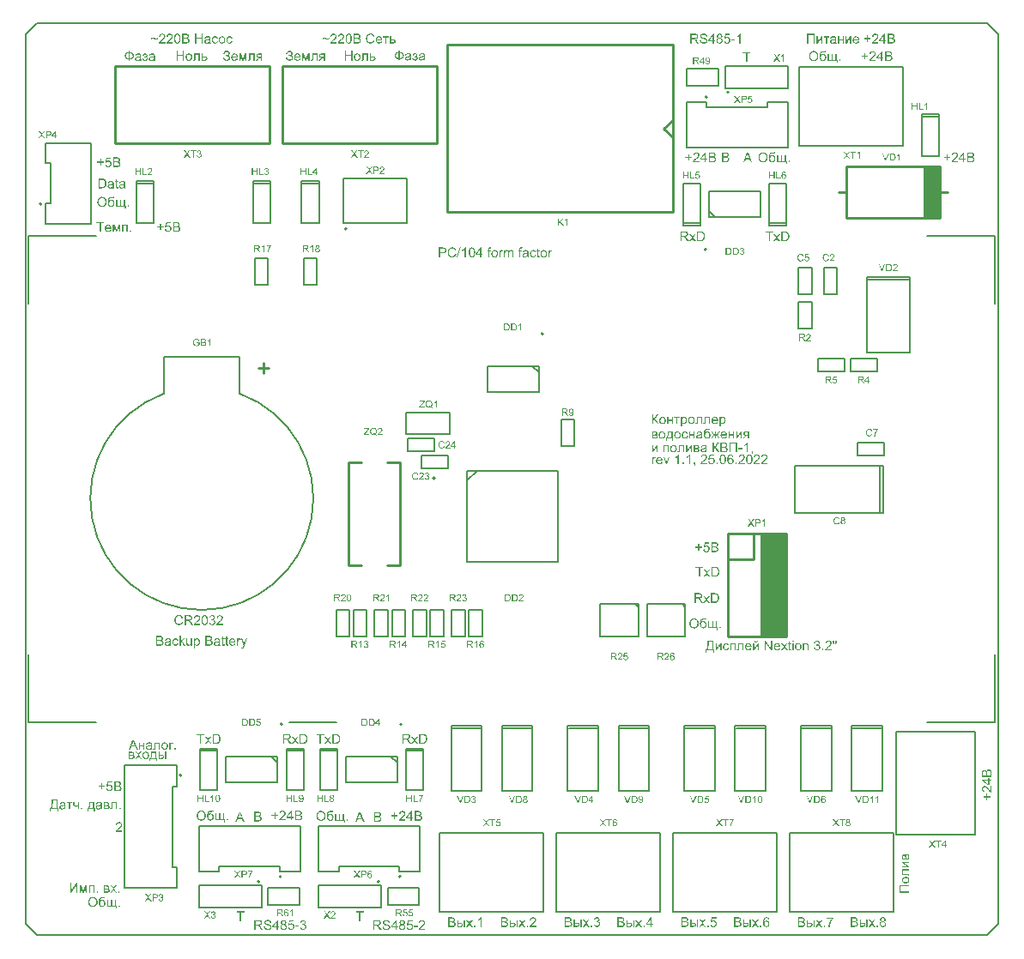
<source format=gto>
G04*
G04 #@! TF.GenerationSoftware,Altium Limited,Altium Designer,22.5.1 (42)*
G04*
G04 Layer_Color=65535*
%FSLAX44Y44*%
%MOMM*%
G71*
G04*
G04 #@! TF.SameCoordinates,C65D4A69-D674-4943-BDF1-1C6FB35B3B05*
G04*
G04*
G04 #@! TF.FilePolarity,Positive*
G04*
G01*
G75*
%ADD10C,0.2000*%
%ADD11C,0.1500*%
%ADD12C,0.2500*%
%ADD13C,0.2540*%
%ADD14R,2.5400X10.1600*%
G36*
X901825Y758400D02*
X885950D01*
Y707600D01*
X901825D01*
Y758400D01*
D02*
G37*
G36*
X52791Y124233D02*
X51612D01*
Y127034D01*
X51598D01*
X51570Y127020D01*
X51501Y127007D01*
X51432Y126979D01*
X51335Y126951D01*
X51210Y126923D01*
X51085Y126896D01*
X50946Y126868D01*
X50627Y126812D01*
X50294Y126757D01*
X49934Y126715D01*
X49573Y126701D01*
X49435D01*
X49282Y126729D01*
X49102Y126757D01*
X48880Y126798D01*
X48644Y126868D01*
X48394Y126965D01*
X48159Y127104D01*
X48131Y127117D01*
X48062Y127173D01*
X47965Y127256D01*
X47840Y127381D01*
X47701Y127520D01*
X47562Y127686D01*
X47438Y127880D01*
X47340Y128088D01*
X47327Y128116D01*
X47313Y128185D01*
X47271Y128310D01*
X47243Y128463D01*
X47202Y128657D01*
X47160Y128879D01*
X47146Y129115D01*
X47133Y129364D01*
Y131195D01*
X48311D01*
Y129863D01*
Y129850D01*
Y129822D01*
Y129780D01*
Y129725D01*
Y129572D01*
X48325Y129392D01*
X48339Y129184D01*
X48353Y128990D01*
X48381Y128795D01*
X48408Y128629D01*
Y128615D01*
X48436Y128560D01*
X48464Y128490D01*
X48506Y128407D01*
X48575Y128296D01*
X48658Y128185D01*
X48755Y128074D01*
X48894Y127963D01*
X48908Y127950D01*
X48963Y127922D01*
X49046Y127880D01*
X49157Y127825D01*
X49296Y127769D01*
X49462Y127728D01*
X49657Y127700D01*
X49865Y127686D01*
X49989D01*
X50059Y127700D01*
X50142D01*
X50336Y127728D01*
X50586Y127769D01*
X50891Y127839D01*
X51238Y127922D01*
X51612Y128033D01*
Y131195D01*
X52791D01*
Y124233D01*
D02*
G37*
G36*
X93938D02*
X92593D01*
Y125578D01*
X93938D01*
Y124233D01*
D02*
G37*
G36*
X90485D02*
X89306D01*
Y130224D01*
X86186D01*
Y126743D01*
Y126729D01*
Y126687D01*
Y126632D01*
Y126549D01*
Y126452D01*
Y126341D01*
X86172Y126091D01*
Y125828D01*
X86158Y125564D01*
X86130Y125328D01*
X86117Y125231D01*
X86103Y125148D01*
Y125134D01*
X86089Y125079D01*
X86061Y125009D01*
X86019Y124912D01*
X85964Y124815D01*
X85881Y124704D01*
X85784Y124579D01*
X85659Y124469D01*
X85645Y124455D01*
X85590Y124427D01*
X85520Y124385D01*
X85409Y124330D01*
X85257Y124274D01*
X85090Y124233D01*
X84882Y124205D01*
X84647Y124191D01*
X84369D01*
X84230Y124205D01*
X84078D01*
X83898Y124219D01*
X83703Y124233D01*
Y125231D01*
X84341D01*
X84411Y125245D01*
X84591Y125259D01*
X84660Y125273D01*
X84730Y125301D01*
X84744D01*
X84757Y125315D01*
X84827Y125356D01*
X84896Y125426D01*
X84952Y125536D01*
Y125550D01*
X84965Y125578D01*
Y125633D01*
X84979Y125731D01*
X84993Y125869D01*
Y125953D01*
Y126063D01*
X85007Y126174D01*
Y126299D01*
Y126438D01*
Y126604D01*
Y131195D01*
X90485D01*
Y124233D01*
D02*
G37*
G36*
X80361Y131181D02*
X80569Y131167D01*
X80819Y131153D01*
X81068Y131125D01*
X81290Y131070D01*
X81498Y131014D01*
X81526Y131001D01*
X81582Y130987D01*
X81665Y130945D01*
X81790Y130876D01*
X81914Y130793D01*
X82053Y130682D01*
X82192Y130557D01*
X82331Y130404D01*
X82344Y130390D01*
X82386Y130321D01*
X82441Y130238D01*
X82511Y130099D01*
X82580Y129947D01*
X82636Y129766D01*
X82677Y129558D01*
X82691Y129336D01*
Y129309D01*
Y129253D01*
X82677Y129156D01*
X82663Y129045D01*
X82636Y128906D01*
X82608Y128754D01*
X82552Y128601D01*
X82483Y128463D01*
X82469Y128449D01*
X82441Y128407D01*
X82400Y128338D01*
X82331Y128255D01*
X82247Y128158D01*
X82136Y128061D01*
X82011Y127950D01*
X81873Y127852D01*
X81901Y127839D01*
X81956Y127825D01*
X82039Y127783D01*
X82150Y127714D01*
X82289Y127631D01*
X82414Y127520D01*
X82552Y127395D01*
X82677Y127242D01*
X82691Y127228D01*
X82733Y127159D01*
X82788Y127076D01*
X82844Y126937D01*
X82899Y126785D01*
X82955Y126604D01*
X82996Y126396D01*
X83010Y126174D01*
Y126160D01*
Y126133D01*
X82996Y126077D01*
Y126008D01*
X82968Y125925D01*
X82955Y125842D01*
X82899Y125620D01*
X82802Y125384D01*
X82677Y125134D01*
X82511Y124912D01*
X82289Y124704D01*
X82275D01*
X82261Y124691D01*
X82219Y124663D01*
X82164Y124635D01*
X82109Y124593D01*
X82025Y124552D01*
X81928Y124510D01*
X81817Y124469D01*
X81692Y124427D01*
X81554Y124385D01*
X81401Y124344D01*
X81235Y124302D01*
X81055Y124274D01*
X80860Y124247D01*
X80430Y124233D01*
X77310D01*
Y131195D01*
X80264D01*
X80361Y131181D01*
D02*
G37*
G36*
X73094Y131333D02*
X73302Y131320D01*
X73538Y131292D01*
X73774Y131250D01*
X74009Y131195D01*
X74231Y131125D01*
X74259Y131111D01*
X74328Y131084D01*
X74426Y131042D01*
X74550Y130987D01*
X74689Y130904D01*
X74828Y130820D01*
X74953Y130709D01*
X75064Y130598D01*
X75077Y130584D01*
X75105Y130543D01*
X75147Y130474D01*
X75202Y130390D01*
X75272Y130266D01*
X75327Y130141D01*
X75382Y129988D01*
X75424Y129808D01*
Y129794D01*
X75438Y129752D01*
X75452Y129669D01*
X75466Y129558D01*
Y129406D01*
X75479Y129225D01*
X75493Y128990D01*
Y128726D01*
Y127145D01*
Y127131D01*
Y127076D01*
Y126993D01*
Y126882D01*
Y126757D01*
Y126604D01*
X75507Y126271D01*
Y125925D01*
X75521Y125578D01*
X75535Y125426D01*
Y125287D01*
X75549Y125162D01*
X75563Y125065D01*
Y125051D01*
X75577Y124996D01*
X75591Y124912D01*
X75632Y124801D01*
X75660Y124677D01*
X75715Y124538D01*
X75785Y124385D01*
X75854Y124233D01*
X74620D01*
X74606Y124247D01*
X74592Y124302D01*
X74564Y124372D01*
X74523Y124482D01*
X74481Y124607D01*
X74453Y124760D01*
X74426Y124926D01*
X74398Y125106D01*
X74384D01*
X74370Y125079D01*
X74287Y125009D01*
X74162Y124912D01*
X73996Y124788D01*
X73788Y124663D01*
X73580Y124524D01*
X73358Y124399D01*
X73122Y124302D01*
X73094Y124288D01*
X73011Y124274D01*
X72886Y124233D01*
X72734Y124191D01*
X72539Y124150D01*
X72318Y124122D01*
X72068Y124094D01*
X71818Y124080D01*
X71707D01*
X71624Y124094D01*
X71527D01*
X71416Y124108D01*
X71166Y124150D01*
X70889Y124219D01*
X70584Y124316D01*
X70307Y124455D01*
X70057Y124635D01*
X70029Y124663D01*
X69960Y124732D01*
X69863Y124857D01*
X69752Y125023D01*
X69641Y125231D01*
X69544Y125467D01*
X69475Y125758D01*
X69461Y125897D01*
X69447Y126063D01*
Y126091D01*
Y126147D01*
X69461Y126244D01*
X69475Y126369D01*
X69502Y126521D01*
X69544Y126674D01*
X69599Y126840D01*
X69669Y126993D01*
X69682Y127007D01*
X69710Y127062D01*
X69766Y127145D01*
X69835Y127242D01*
X69918Y127353D01*
X70029Y127464D01*
X70140Y127575D01*
X70279Y127672D01*
X70293Y127686D01*
X70348Y127714D01*
X70417Y127769D01*
X70528Y127825D01*
X70653Y127880D01*
X70806Y127950D01*
X70958Y128005D01*
X71139Y128061D01*
X71153D01*
X71208Y128074D01*
X71291Y128102D01*
X71402Y128116D01*
X71541Y128144D01*
X71721Y128171D01*
X71929Y128213D01*
X72179Y128241D01*
X72193D01*
X72248Y128255D01*
X72318D01*
X72415Y128268D01*
X72526Y128282D01*
X72664Y128310D01*
X72817Y128324D01*
X72983Y128352D01*
X73316Y128421D01*
X73677Y128490D01*
X73996Y128574D01*
X74148Y128615D01*
X74287Y128657D01*
Y128671D01*
Y128698D01*
X74301Y128782D01*
Y128879D01*
Y128934D01*
Y128962D01*
Y128976D01*
Y128990D01*
Y129073D01*
X74287Y129212D01*
X74259Y129364D01*
X74218Y129531D01*
X74148Y129697D01*
X74065Y129850D01*
X73954Y129974D01*
X73940Y129988D01*
X73871Y130044D01*
X73760Y130099D01*
X73621Y130182D01*
X73427Y130252D01*
X73205Y130321D01*
X72928Y130363D01*
X72609Y130377D01*
X72470D01*
X72331Y130363D01*
X72137Y130335D01*
X71943Y130307D01*
X71735Y130252D01*
X71541Y130182D01*
X71375Y130085D01*
X71361Y130071D01*
X71305Y130030D01*
X71236Y129960D01*
X71153Y129850D01*
X71069Y129711D01*
X70972Y129531D01*
X70889Y129309D01*
X70806Y129059D01*
X69655Y129212D01*
Y129225D01*
X69669Y129239D01*
Y129281D01*
X69682Y129336D01*
X69724Y129461D01*
X69780Y129642D01*
X69849Y129822D01*
X69932Y130016D01*
X70043Y130210D01*
X70168Y130390D01*
X70182Y130404D01*
X70237Y130460D01*
X70321Y130543D01*
X70431Y130654D01*
X70584Y130765D01*
X70764Y130876D01*
X70972Y131001D01*
X71208Y131098D01*
X71222D01*
X71236Y131111D01*
X71277Y131125D01*
X71333Y131139D01*
X71472Y131181D01*
X71666Y131222D01*
X71888Y131264D01*
X72165Y131306D01*
X72456Y131333D01*
X72789Y131347D01*
X72942D01*
X73094Y131333D01*
D02*
G37*
G36*
X56244Y124233D02*
X54899D01*
Y125578D01*
X56244D01*
Y124233D01*
D02*
G37*
G36*
X46439Y130224D02*
X44206D01*
Y124233D01*
X43027D01*
Y130224D01*
X40795D01*
Y131195D01*
X46439D01*
Y130224D01*
D02*
G37*
G36*
X37217Y131333D02*
X37425Y131320D01*
X37660Y131292D01*
X37896Y131250D01*
X38132Y131195D01*
X38354Y131125D01*
X38382Y131111D01*
X38451Y131084D01*
X38548Y131042D01*
X38673Y130987D01*
X38812Y130904D01*
X38950Y130820D01*
X39075Y130709D01*
X39186Y130598D01*
X39200Y130584D01*
X39227Y130543D01*
X39269Y130474D01*
X39325Y130390D01*
X39394Y130266D01*
X39449Y130141D01*
X39505Y129988D01*
X39546Y129808D01*
Y129794D01*
X39560Y129752D01*
X39574Y129669D01*
X39588Y129558D01*
Y129406D01*
X39602Y129225D01*
X39616Y128990D01*
Y128726D01*
Y127145D01*
Y127131D01*
Y127076D01*
Y126993D01*
Y126882D01*
Y126757D01*
Y126604D01*
X39630Y126271D01*
Y125925D01*
X39644Y125578D01*
X39657Y125426D01*
Y125287D01*
X39671Y125162D01*
X39685Y125065D01*
Y125051D01*
X39699Y124996D01*
X39713Y124912D01*
X39755Y124801D01*
X39782Y124677D01*
X39838Y124538D01*
X39907Y124385D01*
X39976Y124233D01*
X38742D01*
X38728Y124247D01*
X38714Y124302D01*
X38687Y124372D01*
X38645Y124482D01*
X38603Y124607D01*
X38576Y124760D01*
X38548Y124926D01*
X38520Y125106D01*
X38506D01*
X38493Y125079D01*
X38409Y125009D01*
X38284Y124912D01*
X38118Y124788D01*
X37910Y124663D01*
X37702Y124524D01*
X37480Y124399D01*
X37244Y124302D01*
X37217Y124288D01*
X37133Y124274D01*
X37009Y124233D01*
X36856Y124191D01*
X36662Y124150D01*
X36440Y124122D01*
X36190Y124094D01*
X35941Y124080D01*
X35830D01*
X35747Y124094D01*
X35649D01*
X35538Y124108D01*
X35289Y124150D01*
X35011Y124219D01*
X34706Y124316D01*
X34429Y124455D01*
X34179Y124635D01*
X34152Y124663D01*
X34082Y124732D01*
X33985Y124857D01*
X33874Y125023D01*
X33763Y125231D01*
X33666Y125467D01*
X33597Y125758D01*
X33583Y125897D01*
X33569Y126063D01*
Y126091D01*
Y126147D01*
X33583Y126244D01*
X33597Y126369D01*
X33625Y126521D01*
X33666Y126674D01*
X33722Y126840D01*
X33791Y126993D01*
X33805Y127007D01*
X33833Y127062D01*
X33888Y127145D01*
X33958Y127242D01*
X34041Y127353D01*
X34152Y127464D01*
X34263Y127575D01*
X34401Y127672D01*
X34415Y127686D01*
X34471Y127714D01*
X34540Y127769D01*
X34651Y127825D01*
X34776Y127880D01*
X34928Y127950D01*
X35081Y128005D01*
X35261Y128061D01*
X35275D01*
X35331Y128074D01*
X35414Y128102D01*
X35525Y128116D01*
X35663Y128144D01*
X35844Y128171D01*
X36052Y128213D01*
X36301Y128241D01*
X36315D01*
X36371Y128255D01*
X36440D01*
X36537Y128268D01*
X36648Y128282D01*
X36787Y128310D01*
X36939Y128324D01*
X37106Y128352D01*
X37438Y128421D01*
X37799Y128490D01*
X38118Y128574D01*
X38271Y128615D01*
X38409Y128657D01*
Y128671D01*
Y128698D01*
X38423Y128782D01*
Y128879D01*
Y128934D01*
Y128962D01*
Y128976D01*
Y128990D01*
Y129073D01*
X38409Y129212D01*
X38382Y129364D01*
X38340Y129531D01*
X38271Y129697D01*
X38187Y129850D01*
X38076Y129974D01*
X38063Y129988D01*
X37993Y130044D01*
X37882Y130099D01*
X37744Y130182D01*
X37549Y130252D01*
X37327Y130321D01*
X37050Y130363D01*
X36731Y130377D01*
X36593D01*
X36454Y130363D01*
X36260Y130335D01*
X36065Y130307D01*
X35858Y130252D01*
X35663Y130182D01*
X35497Y130085D01*
X35483Y130071D01*
X35428Y130030D01*
X35358Y129960D01*
X35275Y129850D01*
X35192Y129711D01*
X35095Y129531D01*
X35011Y129309D01*
X34928Y129059D01*
X33777Y129212D01*
Y129225D01*
X33791Y129239D01*
Y129281D01*
X33805Y129336D01*
X33847Y129461D01*
X33902Y129642D01*
X33971Y129822D01*
X34055Y130016D01*
X34165Y130210D01*
X34290Y130390D01*
X34304Y130404D01*
X34360Y130460D01*
X34443Y130543D01*
X34554Y130654D01*
X34706Y130765D01*
X34887Y130876D01*
X35095Y131001D01*
X35331Y131098D01*
X35344D01*
X35358Y131111D01*
X35400Y131125D01*
X35455Y131139D01*
X35594Y131181D01*
X35788Y131222D01*
X36010Y131264D01*
X36287Y131306D01*
X36579Y131333D01*
X36911Y131347D01*
X37064D01*
X37217Y131333D01*
D02*
G37*
G36*
X67796Y125204D02*
X68545D01*
Y122263D01*
X67575D01*
Y124233D01*
X62110D01*
Y122263D01*
X61140D01*
Y125204D01*
X61764D01*
X61778Y125218D01*
X61819Y125287D01*
X61875Y125384D01*
X61958Y125536D01*
X62055Y125731D01*
X62152Y125966D01*
X62263Y126244D01*
X62374Y126577D01*
X62485Y126965D01*
X62596Y127409D01*
X62693Y127894D01*
X62748Y128158D01*
X62790Y128435D01*
X62832Y128726D01*
X62859Y129045D01*
X62887Y129364D01*
X62915Y129697D01*
X62943Y130058D01*
X62956Y130418D01*
Y130793D01*
Y131195D01*
X67796D01*
Y125204D01*
D02*
G37*
G36*
X31752Y125370D02*
X32612D01*
Y122000D01*
X31475D01*
Y124233D01*
X25137D01*
Y122000D01*
X24000D01*
Y125370D01*
X24749D01*
X24763Y125398D01*
X24804Y125453D01*
X24860Y125564D01*
X24929Y125731D01*
X25026Y125939D01*
X25068Y126063D01*
X25123Y126202D01*
X25165Y126355D01*
X25220Y126521D01*
X25276Y126701D01*
X25331Y126909D01*
X25387Y127117D01*
X25442Y127353D01*
X25498Y127589D01*
X25539Y127852D01*
X25595Y128130D01*
X25650Y128435D01*
X25692Y128754D01*
X25734Y129087D01*
X25775Y129433D01*
X25803Y129794D01*
X25845Y130182D01*
X25858Y130598D01*
X25886Y131028D01*
X25900Y131472D01*
X25914Y131944D01*
Y132429D01*
Y133830D01*
X31752D01*
Y125370D01*
D02*
G37*
G36*
X828717Y868284D02*
X831324D01*
Y867188D01*
X828717D01*
Y864553D01*
X827607D01*
Y867188D01*
X825000D01*
Y868284D01*
X827607D01*
Y870891D01*
X828717D01*
Y868284D01*
D02*
G37*
G36*
X851877Y872583D02*
X851988D01*
X852237Y872555D01*
X852515Y872528D01*
X852806Y872472D01*
X853097Y872403D01*
X853361Y872306D01*
X853375D01*
X853389Y872292D01*
X853472Y872250D01*
X853597Y872181D01*
X853735Y872084D01*
X853902Y871959D01*
X854082Y871806D01*
X854249Y871612D01*
X854401Y871404D01*
X854415Y871376D01*
X854456Y871293D01*
X854526Y871182D01*
X854595Y871016D01*
X854665Y870822D01*
X854734Y870614D01*
X854775Y870378D01*
X854789Y870142D01*
Y870115D01*
Y870045D01*
X854775Y869920D01*
X854748Y869768D01*
X854706Y869587D01*
X854637Y869393D01*
X854554Y869199D01*
X854443Y868991D01*
X854429Y868963D01*
X854387Y868908D01*
X854304Y868797D01*
X854193Y868686D01*
X854054Y868547D01*
X853888Y868395D01*
X853680Y868256D01*
X853444Y868117D01*
X853458D01*
X853486Y868104D01*
X853527Y868090D01*
X853583Y868062D01*
X853749Y868007D01*
X853943Y867909D01*
X854151Y867785D01*
X854387Y867632D01*
X854595Y867452D01*
X854789Y867230D01*
X854803Y867202D01*
X854859Y867119D01*
X854942Y866994D01*
X855025Y866828D01*
X855108Y866606D01*
X855191Y866370D01*
X855247Y866093D01*
X855261Y865788D01*
Y865774D01*
Y865760D01*
Y865677D01*
X855247Y865538D01*
X855219Y865371D01*
X855191Y865177D01*
X855136Y864969D01*
X855067Y864747D01*
X854970Y864526D01*
X854956Y864498D01*
X854914Y864428D01*
X854859Y864331D01*
X854775Y864193D01*
X854665Y864054D01*
X854554Y863901D01*
X854415Y863749D01*
X854262Y863624D01*
X854249Y863610D01*
X854193Y863569D01*
X854096Y863513D01*
X853971Y863458D01*
X853819Y863374D01*
X853638Y863291D01*
X853444Y863222D01*
X853208Y863153D01*
X853181D01*
X853097Y863125D01*
X852959Y863111D01*
X852778Y863083D01*
X852557Y863055D01*
X852293Y863028D01*
X852002Y863014D01*
X851669Y863000D01*
X848008D01*
Y872597D01*
X851780D01*
X851877Y872583D01*
D02*
G37*
G36*
X845068Y866384D02*
X846371D01*
Y865302D01*
X845068D01*
Y863000D01*
X843889D01*
Y865302D01*
X839714D01*
Y866384D01*
X844111Y872597D01*
X845068D01*
Y866384D01*
D02*
G37*
G36*
X836067Y872625D02*
X836178Y872611D01*
X836317Y872597D01*
X836469Y872569D01*
X836622Y872542D01*
X836982Y872444D01*
X837343Y872306D01*
X837523Y872223D01*
X837703Y872125D01*
X837870Y872001D01*
X838022Y871862D01*
X838036Y871848D01*
X838064Y871834D01*
X838092Y871779D01*
X838147Y871723D01*
X838217Y871654D01*
X838286Y871557D01*
X838355Y871460D01*
X838438Y871335D01*
X838577Y871071D01*
X838716Y870739D01*
X838771Y870572D01*
X838799Y870378D01*
X838827Y870184D01*
X838841Y869976D01*
Y869948D01*
Y869879D01*
X838827Y869768D01*
X838813Y869615D01*
X838785Y869449D01*
X838730Y869255D01*
X838674Y869047D01*
X838591Y868839D01*
X838577Y868811D01*
X838549Y868742D01*
X838494Y868631D01*
X838411Y868478D01*
X838300Y868312D01*
X838161Y868104D01*
X837995Y867896D01*
X837801Y867660D01*
X837773Y867632D01*
X837703Y867549D01*
X837634Y867479D01*
X837565Y867410D01*
X837482Y867327D01*
X837371Y867216D01*
X837260Y867105D01*
X837121Y866980D01*
X836982Y866842D01*
X836816Y866689D01*
X836636Y866536D01*
X836441Y866356D01*
X836219Y866176D01*
X835998Y865982D01*
X835984Y865968D01*
X835956Y865940D01*
X835901Y865899D01*
X835831Y865843D01*
X835748Y865760D01*
X835651Y865677D01*
X835429Y865496D01*
X835193Y865288D01*
X834971Y865080D01*
X834777Y864900D01*
X834694Y864831D01*
X834625Y864761D01*
X834611Y864747D01*
X834569Y864706D01*
X834514Y864650D01*
X834444Y864567D01*
X834375Y864470D01*
X834292Y864373D01*
X834125Y864137D01*
X838855D01*
Y863000D01*
X832489D01*
Y863014D01*
Y863069D01*
Y863153D01*
X832503Y863263D01*
X832517Y863388D01*
X832544Y863527D01*
X832572Y863666D01*
X832628Y863818D01*
Y863832D01*
X832642Y863846D01*
X832669Y863929D01*
X832725Y864054D01*
X832808Y864220D01*
X832919Y864415D01*
X833057Y864637D01*
X833210Y864858D01*
X833404Y865094D01*
Y865108D01*
X833432Y865122D01*
X833501Y865205D01*
X833626Y865330D01*
X833806Y865510D01*
X834015Y865718D01*
X834278Y865968D01*
X834597Y866245D01*
X834944Y866536D01*
X834958Y866550D01*
X835013Y866592D01*
X835096Y866661D01*
X835193Y866745D01*
X835318Y866855D01*
X835471Y866980D01*
X835623Y867119D01*
X835804Y867271D01*
X836150Y867604D01*
X836497Y867937D01*
X836663Y868104D01*
X836816Y868270D01*
X836955Y868422D01*
X837066Y868575D01*
Y868589D01*
X837093Y868603D01*
X837121Y868644D01*
X837149Y868700D01*
X837246Y868852D01*
X837357Y869033D01*
X837454Y869255D01*
X837551Y869490D01*
X837606Y869754D01*
X837634Y870004D01*
Y870017D01*
Y870031D01*
X837620Y870115D01*
X837606Y870253D01*
X837565Y870406D01*
X837509Y870600D01*
X837412Y870794D01*
X837287Y870988D01*
X837121Y871182D01*
X837093Y871210D01*
X837024Y871266D01*
X836927Y871335D01*
X836774Y871432D01*
X836580Y871515D01*
X836358Y871598D01*
X836095Y871654D01*
X835804Y871668D01*
X835720D01*
X835665Y871654D01*
X835498Y871640D01*
X835304Y871598D01*
X835096Y871543D01*
X834860Y871446D01*
X834639Y871321D01*
X834430Y871155D01*
X834403Y871127D01*
X834347Y871058D01*
X834264Y870947D01*
X834181Y870780D01*
X834084Y870586D01*
X834001Y870336D01*
X833945Y870059D01*
X833917Y869740D01*
X832711Y869865D01*
Y869879D01*
X832725Y869920D01*
Y869990D01*
X832739Y870087D01*
X832766Y870198D01*
X832794Y870322D01*
X832836Y870475D01*
X832877Y870628D01*
X832988Y870960D01*
X833155Y871293D01*
X833252Y871460D01*
X833376Y871626D01*
X833501Y871779D01*
X833640Y871917D01*
X833654Y871931D01*
X833682Y871945D01*
X833723Y871987D01*
X833793Y872028D01*
X833876Y872084D01*
X833973Y872139D01*
X834084Y872209D01*
X834222Y872278D01*
X834375Y872347D01*
X834541Y872417D01*
X834722Y872472D01*
X834916Y872528D01*
X835124Y872569D01*
X835346Y872611D01*
X835582Y872625D01*
X835831Y872638D01*
X835970D01*
X836067Y872625D01*
D02*
G37*
G36*
X334395Y111574D02*
X332953D01*
X331830Y114486D01*
X327808D01*
X326768Y111574D01*
X325423D01*
X329084Y121171D01*
X330471D01*
X334395Y111574D01*
D02*
G37*
G36*
X669244Y889916D02*
X669341D01*
X669605Y889888D01*
X669896Y889847D01*
X670201Y889777D01*
X670534Y889694D01*
X670839Y889583D01*
X670853D01*
X670881Y889569D01*
X670922Y889541D01*
X670978Y889514D01*
X671117Y889444D01*
X671297Y889320D01*
X671505Y889181D01*
X671713Y889001D01*
X671907Y888793D01*
X672087Y888557D01*
Y888543D01*
X672101Y888529D01*
X672129Y888487D01*
X672157Y888446D01*
X672226Y888307D01*
X672309Y888127D01*
X672406Y887905D01*
X672476Y887642D01*
X672545Y887364D01*
X672573Y887059D01*
X671352Y886962D01*
Y886976D01*
Y887003D01*
X671339Y887045D01*
X671325Y887114D01*
X671283Y887267D01*
X671227Y887475D01*
X671144Y887697D01*
X671020Y887919D01*
X670867Y888127D01*
X670673Y888321D01*
X670645Y888335D01*
X670576Y888390D01*
X670437Y888474D01*
X670257Y888557D01*
X670021Y888640D01*
X669744Y888723D01*
X669397Y888779D01*
X669009Y888793D01*
X668814D01*
X668731Y888779D01*
X668620Y888765D01*
X668371Y888737D01*
X668093Y888682D01*
X667816Y888612D01*
X667552Y888501D01*
X667441Y888432D01*
X667330Y888363D01*
X667303Y888349D01*
X667247Y888293D01*
X667164Y888196D01*
X667081Y888085D01*
X666984Y887933D01*
X666901Y887766D01*
X666845Y887572D01*
X666817Y887350D01*
Y887322D01*
Y887267D01*
X666831Y887170D01*
X666859Y887059D01*
X666901Y886920D01*
X666970Y886782D01*
X667053Y886643D01*
X667178Y886504D01*
X667192Y886490D01*
X667261Y886449D01*
X667317Y886407D01*
X667372Y886379D01*
X667455Y886338D01*
X667552Y886282D01*
X667677Y886241D01*
X667816Y886185D01*
X667968Y886130D01*
X668149Y886060D01*
X668343Y886005D01*
X668565Y885936D01*
X668814Y885880D01*
X669092Y885811D01*
X669106D01*
X669161Y885797D01*
X669244Y885783D01*
X669341Y885755D01*
X669466Y885728D01*
X669619Y885686D01*
X669771Y885644D01*
X669938Y885603D01*
X670298Y885506D01*
X670645Y885409D01*
X670811Y885353D01*
X670964Y885298D01*
X671103Y885256D01*
X671214Y885201D01*
X671227D01*
X671255Y885187D01*
X671297Y885159D01*
X671352Y885131D01*
X671505Y885048D01*
X671685Y884937D01*
X671893Y884785D01*
X672101Y884618D01*
X672295Y884424D01*
X672462Y884216D01*
X672476Y884188D01*
X672531Y884119D01*
X672587Y883994D01*
X672670Y883828D01*
X672739Y883633D01*
X672809Y883398D01*
X672850Y883134D01*
X672864Y882857D01*
Y882843D01*
Y882829D01*
Y882787D01*
Y882732D01*
X672836Y882579D01*
X672809Y882385D01*
X672753Y882163D01*
X672684Y881928D01*
X672573Y881678D01*
X672420Y881415D01*
Y881401D01*
X672406Y881387D01*
X672337Y881304D01*
X672240Y881179D01*
X672101Y881040D01*
X671921Y880874D01*
X671699Y880693D01*
X671449Y880527D01*
X671158Y880374D01*
X671144D01*
X671117Y880361D01*
X671075Y880347D01*
X671020Y880319D01*
X670936Y880291D01*
X670839Y880250D01*
X670617Y880194D01*
X670354Y880125D01*
X670035Y880055D01*
X669688Y880014D01*
X669314Y880000D01*
X669092D01*
X668981Y880014D01*
X668856D01*
X668717Y880028D01*
X668551Y880042D01*
X668204Y880097D01*
X667844Y880153D01*
X667483Y880250D01*
X667136Y880374D01*
X667122D01*
X667095Y880388D01*
X667053Y880416D01*
X666998Y880444D01*
X666831Y880527D01*
X666637Y880652D01*
X666415Y880818D01*
X666179Y881012D01*
X665957Y881248D01*
X665750Y881512D01*
Y881525D01*
X665722Y881553D01*
X665708Y881595D01*
X665666Y881650D01*
X665639Y881720D01*
X665597Y881803D01*
X665500Y882011D01*
X665403Y882274D01*
X665320Y882566D01*
X665264Y882898D01*
X665236Y883245D01*
X666429Y883356D01*
Y883342D01*
Y883328D01*
X666443Y883287D01*
Y883231D01*
X666471Y883107D01*
X666512Y882926D01*
X666568Y882746D01*
X666623Y882538D01*
X666720Y882344D01*
X666817Y882163D01*
X666831Y882150D01*
X666873Y882094D01*
X666942Y881997D01*
X667053Y881900D01*
X667192Y881775D01*
X667344Y881650D01*
X667552Y881525D01*
X667774Y881415D01*
X667788D01*
X667802Y881401D01*
X667844Y881387D01*
X667885Y881373D01*
X668024Y881331D01*
X668204Y881276D01*
X668426Y881220D01*
X668676Y881179D01*
X668953Y881151D01*
X669258Y881137D01*
X669383D01*
X669522Y881151D01*
X669688Y881165D01*
X669882Y881193D01*
X670104Y881220D01*
X670326Y881276D01*
X670534Y881345D01*
X670562Y881359D01*
X670631Y881387D01*
X670728Y881442D01*
X670853Y881498D01*
X670978Y881595D01*
X671117Y881692D01*
X671255Y881803D01*
X671366Y881942D01*
X671380Y881955D01*
X671408Y882011D01*
X671449Y882080D01*
X671505Y882191D01*
X671560Y882302D01*
X671602Y882441D01*
X671630Y882593D01*
X671644Y882760D01*
Y882774D01*
Y882843D01*
X671630Y882926D01*
X671616Y883037D01*
X671574Y883148D01*
X671533Y883287D01*
X671463Y883426D01*
X671366Y883550D01*
X671352Y883564D01*
X671311Y883606D01*
X671255Y883661D01*
X671158Y883745D01*
X671047Y883828D01*
X670895Y883925D01*
X670714Y884022D01*
X670506Y884105D01*
X670492Y884119D01*
X670423Y884133D01*
X670312Y884174D01*
X670243Y884188D01*
X670146Y884216D01*
X670049Y884258D01*
X669924Y884285D01*
X669785Y884327D01*
X669619Y884369D01*
X669452Y884410D01*
X669258Y884466D01*
X669036Y884521D01*
X668801Y884577D01*
X668787D01*
X668745Y884590D01*
X668676Y884604D01*
X668593Y884632D01*
X668482Y884660D01*
X668357Y884688D01*
X668079Y884771D01*
X667774Y884868D01*
X667455Y884965D01*
X667178Y885062D01*
X667053Y885117D01*
X666942Y885173D01*
X666928D01*
X666914Y885187D01*
X666831Y885242D01*
X666706Y885312D01*
X666568Y885423D01*
X666401Y885547D01*
X666235Y885700D01*
X666068Y885880D01*
X665930Y886074D01*
X665916Y886102D01*
X665874Y886171D01*
X665819Y886282D01*
X665763Y886421D01*
X665708Y886601D01*
X665652Y886809D01*
X665611Y887031D01*
X665597Y887267D01*
Y887281D01*
Y887295D01*
Y887336D01*
Y887392D01*
X665625Y887531D01*
X665652Y887711D01*
X665694Y887919D01*
X665763Y888155D01*
X665860Y888390D01*
X665999Y888626D01*
Y888640D01*
X666013Y888654D01*
X666082Y888737D01*
X666179Y888848D01*
X666304Y888987D01*
X666471Y889139D01*
X666679Y889306D01*
X666928Y889458D01*
X667206Y889597D01*
X667219D01*
X667247Y889611D01*
X667289Y889625D01*
X667344Y889652D01*
X667414Y889680D01*
X667511Y889708D01*
X667719Y889763D01*
X667982Y889819D01*
X668287Y889874D01*
X668606Y889916D01*
X668967Y889930D01*
X669147D01*
X669244Y889916D01*
D02*
G37*
G36*
X700018Y883051D02*
X696371D01*
Y884230D01*
X700018D01*
Y883051D01*
D02*
G37*
G36*
X694956Y888515D02*
X691115D01*
X690602Y885922D01*
X690615Y885936D01*
X690643Y885949D01*
X690685Y885977D01*
X690754Y886019D01*
X690837Y886060D01*
X690935Y886116D01*
X691156Y886227D01*
X691434Y886338D01*
X691739Y886435D01*
X692072Y886504D01*
X692238Y886532D01*
X692543D01*
X692626Y886518D01*
X692737Y886504D01*
X692862Y886490D01*
X693001Y886463D01*
X693154Y886421D01*
X693486Y886324D01*
X693667Y886255D01*
X693847Y886158D01*
X694027Y886060D01*
X694208Y885949D01*
X694374Y885811D01*
X694540Y885658D01*
X694554Y885644D01*
X694582Y885617D01*
X694623Y885575D01*
X694679Y885506D01*
X694748Y885409D01*
X694818Y885312D01*
X694901Y885187D01*
X694984Y885048D01*
X695053Y884895D01*
X695137Y884729D01*
X695206Y884535D01*
X695275Y884341D01*
X695331Y884133D01*
X695372Y883897D01*
X695400Y883661D01*
X695414Y883412D01*
Y883398D01*
Y883356D01*
Y883287D01*
X695400Y883190D01*
X695386Y883079D01*
X695372Y882954D01*
X695345Y882801D01*
X695317Y882649D01*
X695234Y882288D01*
X695095Y881914D01*
X695012Y881720D01*
X694901Y881539D01*
X694790Y881345D01*
X694651Y881165D01*
X694637Y881151D01*
X694610Y881109D01*
X694554Y881054D01*
X694485Y880985D01*
X694388Y880901D01*
X694277Y880790D01*
X694138Y880693D01*
X693986Y880583D01*
X693819Y880471D01*
X693625Y880374D01*
X693417Y880277D01*
X693195Y880180D01*
X692959Y880111D01*
X692696Y880055D01*
X692418Y880014D01*
X692127Y880000D01*
X692002D01*
X691905Y880014D01*
X691794Y880028D01*
X691669Y880042D01*
X691517Y880055D01*
X691364Y880097D01*
X691018Y880180D01*
X690671Y880305D01*
X690491Y880388D01*
X690310Y880485D01*
X690144Y880596D01*
X689978Y880721D01*
X689964Y880735D01*
X689936Y880749D01*
X689908Y880804D01*
X689853Y880860D01*
X689783Y880929D01*
X689714Y881012D01*
X689631Y881123D01*
X689561Y881248D01*
X689478Y881373D01*
X689395Y881525D01*
X689243Y881858D01*
X689118Y882247D01*
X689076Y882455D01*
X689048Y882677D01*
X690283Y882774D01*
Y882760D01*
Y882732D01*
X690297Y882691D01*
X690310Y882621D01*
X690352Y882469D01*
X690407Y882261D01*
X690491Y882053D01*
X690602Y881817D01*
X690740Y881609D01*
X690907Y881415D01*
X690935Y881401D01*
X690990Y881345D01*
X691101Y881276D01*
X691254Y881193D01*
X691420Y881109D01*
X691628Y881040D01*
X691864Y880985D01*
X692127Y880971D01*
X692210D01*
X692266Y880985D01*
X692432Y880999D01*
X692626Y881054D01*
X692862Y881123D01*
X693098Y881234D01*
X693348Y881401D01*
X693459Y881498D01*
X693569Y881609D01*
X693583Y881623D01*
X693597Y881637D01*
X693625Y881678D01*
X693667Y881720D01*
X693764Y881872D01*
X693875Y882066D01*
X693972Y882302D01*
X694069Y882593D01*
X694138Y882940D01*
X694166Y883120D01*
Y883315D01*
Y883328D01*
Y883356D01*
Y883412D01*
X694152Y883481D01*
Y883564D01*
X694138Y883661D01*
X694097Y883883D01*
X694027Y884147D01*
X693930Y884410D01*
X693791Y884660D01*
X693597Y884895D01*
Y884909D01*
X693569Y884923D01*
X693500Y884993D01*
X693375Y885090D01*
X693209Y885201D01*
X692987Y885298D01*
X692737Y885395D01*
X692446Y885464D01*
X692280Y885492D01*
X692016D01*
X691905Y885478D01*
X691767Y885464D01*
X691600Y885423D01*
X691434Y885381D01*
X691254Y885312D01*
X691073Y885228D01*
X691059Y885214D01*
X691004Y885187D01*
X690921Y885117D01*
X690810Y885048D01*
X690699Y884951D01*
X690588Y884826D01*
X690463Y884701D01*
X690366Y884549D01*
X689256Y884701D01*
X690186Y889639D01*
X694956D01*
Y888515D01*
D02*
G37*
G36*
X705413Y880166D02*
X704234D01*
Y887669D01*
X704220Y887655D01*
X704151Y887600D01*
X704068Y887517D01*
X703929Y887420D01*
X703777Y887295D01*
X703583Y887156D01*
X703361Y887003D01*
X703111Y886851D01*
X703097D01*
X703083Y886837D01*
X703000Y886782D01*
X702861Y886712D01*
X702695Y886629D01*
X702501Y886532D01*
X702293Y886435D01*
X702085Y886338D01*
X701877Y886255D01*
Y887392D01*
X701890D01*
X701918Y887420D01*
X701974Y887433D01*
X702043Y887475D01*
X702126Y887517D01*
X702223Y887572D01*
X702459Y887711D01*
X702737Y887863D01*
X703014Y888057D01*
X703305Y888279D01*
X703596Y888515D01*
X703610Y888529D01*
X703624Y888543D01*
X703666Y888585D01*
X703721Y888626D01*
X703846Y888765D01*
X704012Y888931D01*
X704179Y889125D01*
X704359Y889347D01*
X704512Y889569D01*
X704650Y889805D01*
X705413D01*
Y880166D01*
D02*
G37*
G36*
X679077Y883550D02*
X680381D01*
Y882469D01*
X679077D01*
Y880166D01*
X677898D01*
Y882469D01*
X673724D01*
Y883550D01*
X678120Y889763D01*
X679077D01*
Y883550D01*
D02*
G37*
G36*
X660563Y889750D02*
X660687D01*
X660979Y889736D01*
X661284Y889694D01*
X661617Y889652D01*
X661922Y889583D01*
X662074Y889541D01*
X662199Y889500D01*
X662213D01*
X662227Y889486D01*
X662310Y889444D01*
X662435Y889389D01*
X662588Y889292D01*
X662754Y889167D01*
X662934Y889001D01*
X663101Y888806D01*
X663267Y888585D01*
Y888571D01*
X663281Y888557D01*
X663336Y888474D01*
X663392Y888335D01*
X663475Y888155D01*
X663544Y887947D01*
X663614Y887697D01*
X663655Y887433D01*
X663669Y887142D01*
Y887128D01*
Y887101D01*
Y887045D01*
X663655Y886976D01*
Y886879D01*
X663642Y886782D01*
X663586Y886546D01*
X663503Y886268D01*
X663392Y885977D01*
X663225Y885686D01*
X663114Y885547D01*
X663004Y885409D01*
X662990Y885395D01*
X662976Y885381D01*
X662934Y885339D01*
X662879Y885298D01*
X662809Y885242D01*
X662726Y885187D01*
X662615Y885117D01*
X662504Y885034D01*
X662366Y884965D01*
X662213Y884895D01*
X662047Y884812D01*
X661866Y884743D01*
X661658Y884688D01*
X661450Y884618D01*
X661215Y884577D01*
X660965Y884535D01*
X660993Y884521D01*
X661048Y884493D01*
X661131Y884438D01*
X661242Y884382D01*
X661492Y884230D01*
X661617Y884133D01*
X661728Y884050D01*
X661755Y884022D01*
X661825Y883952D01*
X661936Y883841D01*
X662074Y883703D01*
X662227Y883509D01*
X662407Y883301D01*
X662588Y883051D01*
X662782Y882774D01*
X664432Y880166D01*
X662851D01*
X661589Y882163D01*
Y882177D01*
X661561Y882205D01*
X661534Y882247D01*
X661492Y882302D01*
X661395Y882455D01*
X661270Y882649D01*
X661117Y882857D01*
X660965Y883079D01*
X660812Y883287D01*
X660674Y883481D01*
X660660Y883495D01*
X660618Y883550D01*
X660549Y883633D01*
X660452Y883731D01*
X660244Y883939D01*
X660133Y884036D01*
X660022Y884119D01*
X660008Y884133D01*
X659980Y884147D01*
X659925Y884174D01*
X659842Y884216D01*
X659758Y884258D01*
X659661Y884299D01*
X659439Y884369D01*
X659426D01*
X659398Y884382D01*
X659342D01*
X659273Y884396D01*
X659176Y884410D01*
X659065D01*
X658912Y884424D01*
X657276D01*
Y880166D01*
X656000D01*
Y889763D01*
X660452D01*
X660563Y889750D01*
D02*
G37*
G36*
X684916Y889791D02*
X685027Y889777D01*
X685151Y889763D01*
X685290Y889750D01*
X685429Y889708D01*
X685762Y889625D01*
X686094Y889500D01*
X686261Y889417D01*
X686427Y889320D01*
X686580Y889195D01*
X686732Y889070D01*
X686746Y889056D01*
X686760Y889042D01*
X686802Y889001D01*
X686857Y888945D01*
X686913Y888862D01*
X686982Y888779D01*
X687121Y888571D01*
X687259Y888307D01*
X687384Y888002D01*
X687481Y887655D01*
X687495Y887475D01*
X687509Y887281D01*
Y887267D01*
Y887253D01*
Y887170D01*
X687495Y887045D01*
X687467Y886893D01*
X687426Y886698D01*
X687356Y886504D01*
X687273Y886310D01*
X687148Y886116D01*
X687135Y886088D01*
X687079Y886033D01*
X686996Y885949D01*
X686885Y885839D01*
X686732Y885714D01*
X686552Y885589D01*
X686344Y885464D01*
X686094Y885353D01*
X686108D01*
X686136Y885339D01*
X686178Y885325D01*
X686233Y885298D01*
X686400Y885228D01*
X686594Y885131D01*
X686802Y884993D01*
X687024Y884840D01*
X687232Y884646D01*
X687426Y884424D01*
Y884410D01*
X687440Y884396D01*
X687495Y884313D01*
X687578Y884174D01*
X687662Y883994D01*
X687745Y883772D01*
X687828Y883509D01*
X687884Y883217D01*
X687897Y882898D01*
Y882885D01*
Y882843D01*
Y882774D01*
X687884Y882691D01*
X687870Y882593D01*
X687856Y882469D01*
X687828Y882330D01*
X687786Y882177D01*
X687689Y881858D01*
X687620Y881678D01*
X687523Y881512D01*
X687426Y881331D01*
X687315Y881165D01*
X687176Y880999D01*
X687024Y880832D01*
X687010Y880818D01*
X686982Y880790D01*
X686940Y880749D01*
X686871Y880707D01*
X686774Y880638D01*
X686677Y880569D01*
X686552Y880499D01*
X686413Y880416D01*
X686261Y880333D01*
X686081Y880264D01*
X685886Y880194D01*
X685692Y880125D01*
X685470Y880083D01*
X685235Y880042D01*
X684999Y880014D01*
X684735Y880000D01*
X684597D01*
X684500Y880014D01*
X684375Y880028D01*
X684236Y880042D01*
X684083Y880069D01*
X683917Y880111D01*
X683543Y880208D01*
X683348Y880277D01*
X683168Y880347D01*
X682974Y880444D01*
X682780Y880555D01*
X682600Y880679D01*
X682433Y880832D01*
X682419Y880846D01*
X682392Y880874D01*
X682350Y880915D01*
X682294Y880985D01*
X682239Y881068D01*
X682156Y881165D01*
X682086Y881276D01*
X682003Y881415D01*
X681920Y881553D01*
X681851Y881720D01*
X681712Y882066D01*
X681656Y882274D01*
X681615Y882482D01*
X681587Y882704D01*
X681573Y882926D01*
Y882940D01*
Y882968D01*
Y883023D01*
X681587Y883079D01*
Y883162D01*
X681601Y883259D01*
X681629Y883481D01*
X681684Y883731D01*
X681768Y883980D01*
X681892Y884244D01*
X682045Y884493D01*
Y884507D01*
X682073Y884521D01*
X682128Y884590D01*
X682239Y884701D01*
X682392Y884840D01*
X682586Y884979D01*
X682822Y885131D01*
X683085Y885256D01*
X683404Y885353D01*
X683390D01*
X683376Y885367D01*
X683335Y885381D01*
X683279Y885409D01*
X683154Y885464D01*
X682988Y885547D01*
X682808Y885658D01*
X682627Y885797D01*
X682461Y885949D01*
X682308Y886116D01*
X682294Y886144D01*
X682253Y886199D01*
X682197Y886310D01*
X682142Y886449D01*
X682073Y886629D01*
X682017Y886837D01*
X681975Y887073D01*
X681962Y887322D01*
Y887336D01*
Y887364D01*
Y887420D01*
X681975Y887503D01*
X681989Y887586D01*
X682003Y887697D01*
X682059Y887933D01*
X682142Y888210D01*
X682281Y888501D01*
X682364Y888654D01*
X682461Y888806D01*
X682586Y888945D01*
X682710Y889084D01*
X682724Y889098D01*
X682752Y889111D01*
X682794Y889153D01*
X682849Y889195D01*
X682919Y889250D01*
X683016Y889306D01*
X683127Y889375D01*
X683238Y889444D01*
X683376Y889514D01*
X683529Y889583D01*
X683695Y889639D01*
X683876Y889694D01*
X684264Y889777D01*
X684486Y889791D01*
X684708Y889805D01*
X684832D01*
X684916Y889791D01*
D02*
G37*
G36*
X654717Y768284D02*
X657324D01*
Y767188D01*
X654717D01*
Y764553D01*
X653607D01*
Y767188D01*
X651000D01*
Y768284D01*
X653607D01*
Y770891D01*
X654717D01*
Y768284D01*
D02*
G37*
G36*
X677877Y772583D02*
X677988D01*
X678238Y772555D01*
X678515Y772528D01*
X678806Y772472D01*
X679097Y772403D01*
X679361Y772306D01*
X679375D01*
X679389Y772292D01*
X679472Y772250D01*
X679597Y772181D01*
X679735Y772084D01*
X679902Y771959D01*
X680082Y771806D01*
X680248Y771612D01*
X680401Y771404D01*
X680415Y771376D01*
X680456Y771293D01*
X680526Y771182D01*
X680595Y771016D01*
X680665Y770822D01*
X680734Y770614D01*
X680775Y770378D01*
X680789Y770142D01*
Y770115D01*
Y770045D01*
X680775Y769920D01*
X680748Y769768D01*
X680706Y769587D01*
X680637Y769393D01*
X680554Y769199D01*
X680443Y768991D01*
X680429Y768963D01*
X680387Y768908D01*
X680304Y768797D01*
X680193Y768686D01*
X680054Y768547D01*
X679888Y768395D01*
X679680Y768256D01*
X679444Y768117D01*
X679458D01*
X679486Y768104D01*
X679527Y768090D01*
X679583Y768062D01*
X679749Y768007D01*
X679943Y767909D01*
X680151Y767785D01*
X680387Y767632D01*
X680595Y767452D01*
X680789Y767230D01*
X680803Y767202D01*
X680859Y767119D01*
X680942Y766994D01*
X681025Y766828D01*
X681108Y766606D01*
X681191Y766370D01*
X681247Y766093D01*
X681261Y765788D01*
Y765774D01*
Y765760D01*
Y765677D01*
X681247Y765538D01*
X681219Y765371D01*
X681191Y765177D01*
X681136Y764969D01*
X681067Y764747D01*
X680970Y764526D01*
X680956Y764498D01*
X680914Y764428D01*
X680859Y764331D01*
X680775Y764193D01*
X680665Y764054D01*
X680554Y763901D01*
X680415Y763749D01*
X680262Y763624D01*
X680248Y763610D01*
X680193Y763569D01*
X680096Y763513D01*
X679971Y763458D01*
X679818Y763374D01*
X679638Y763291D01*
X679444Y763222D01*
X679208Y763153D01*
X679181D01*
X679097Y763125D01*
X678959Y763111D01*
X678778Y763083D01*
X678557Y763055D01*
X678293Y763028D01*
X678002Y763014D01*
X677669Y763000D01*
X674008D01*
Y772597D01*
X677780D01*
X677877Y772583D01*
D02*
G37*
G36*
X671068Y766384D02*
X672371D01*
Y765302D01*
X671068D01*
Y763000D01*
X669889D01*
Y765302D01*
X665714D01*
Y766384D01*
X670111Y772597D01*
X671068D01*
Y766384D01*
D02*
G37*
G36*
X662067Y772625D02*
X662178Y772611D01*
X662317Y772597D01*
X662469Y772569D01*
X662622Y772542D01*
X662982Y772444D01*
X663343Y772306D01*
X663523Y772223D01*
X663703Y772125D01*
X663870Y772001D01*
X664022Y771862D01*
X664036Y771848D01*
X664064Y771834D01*
X664092Y771779D01*
X664147Y771723D01*
X664217Y771654D01*
X664286Y771557D01*
X664355Y771460D01*
X664438Y771335D01*
X664577Y771071D01*
X664716Y770739D01*
X664771Y770572D01*
X664799Y770378D01*
X664827Y770184D01*
X664841Y769976D01*
Y769948D01*
Y769879D01*
X664827Y769768D01*
X664813Y769615D01*
X664785Y769449D01*
X664730Y769255D01*
X664674Y769047D01*
X664591Y768839D01*
X664577Y768811D01*
X664549Y768742D01*
X664494Y768631D01*
X664411Y768478D01*
X664300Y768312D01*
X664161Y768104D01*
X663995Y767896D01*
X663801Y767660D01*
X663773Y767632D01*
X663703Y767549D01*
X663634Y767479D01*
X663565Y767410D01*
X663482Y767327D01*
X663371Y767216D01*
X663260Y767105D01*
X663121Y766980D01*
X662982Y766842D01*
X662816Y766689D01*
X662636Y766536D01*
X662441Y766356D01*
X662219Y766176D01*
X661998Y765982D01*
X661984Y765968D01*
X661956Y765940D01*
X661901Y765899D01*
X661831Y765843D01*
X661748Y765760D01*
X661651Y765677D01*
X661429Y765496D01*
X661193Y765288D01*
X660971Y765080D01*
X660777Y764900D01*
X660694Y764831D01*
X660625Y764761D01*
X660611Y764747D01*
X660569Y764706D01*
X660514Y764650D01*
X660444Y764567D01*
X660375Y764470D01*
X660292Y764373D01*
X660125Y764137D01*
X664855D01*
Y763000D01*
X658489D01*
Y763014D01*
Y763069D01*
Y763153D01*
X658503Y763263D01*
X658517Y763388D01*
X658544Y763527D01*
X658572Y763666D01*
X658628Y763818D01*
Y763832D01*
X658642Y763846D01*
X658669Y763929D01*
X658725Y764054D01*
X658808Y764220D01*
X658919Y764415D01*
X659057Y764637D01*
X659210Y764858D01*
X659404Y765094D01*
Y765108D01*
X659432Y765122D01*
X659501Y765205D01*
X659626Y765330D01*
X659806Y765510D01*
X660014Y765718D01*
X660278Y765968D01*
X660597Y766245D01*
X660944Y766536D01*
X660957Y766550D01*
X661013Y766592D01*
X661096Y766661D01*
X661193Y766745D01*
X661318Y766855D01*
X661471Y766980D01*
X661623Y767119D01*
X661804Y767271D01*
X662150Y767604D01*
X662497Y767937D01*
X662663Y768104D01*
X662816Y768270D01*
X662955Y768422D01*
X663065Y768575D01*
Y768589D01*
X663093Y768603D01*
X663121Y768644D01*
X663149Y768700D01*
X663246Y768852D01*
X663357Y769033D01*
X663454Y769255D01*
X663551Y769490D01*
X663606Y769754D01*
X663634Y770004D01*
Y770017D01*
Y770031D01*
X663620Y770115D01*
X663606Y770253D01*
X663565Y770406D01*
X663509Y770600D01*
X663412Y770794D01*
X663287Y770988D01*
X663121Y771182D01*
X663093Y771210D01*
X663024Y771266D01*
X662927Y771335D01*
X662774Y771432D01*
X662580Y771515D01*
X662358Y771598D01*
X662095Y771654D01*
X661804Y771668D01*
X661720D01*
X661665Y771654D01*
X661498Y771640D01*
X661304Y771598D01*
X661096Y771543D01*
X660860Y771446D01*
X660639Y771321D01*
X660431Y771155D01*
X660403Y771127D01*
X660347Y771058D01*
X660264Y770947D01*
X660181Y770780D01*
X660084Y770586D01*
X660001Y770336D01*
X659945Y770059D01*
X659917Y769740D01*
X658711Y769865D01*
Y769879D01*
X658725Y769920D01*
Y769990D01*
X658739Y770087D01*
X658766Y770198D01*
X658794Y770322D01*
X658836Y770475D01*
X658877Y770628D01*
X658988Y770960D01*
X659155Y771293D01*
X659252Y771460D01*
X659377Y771626D01*
X659501Y771779D01*
X659640Y771917D01*
X659654Y771931D01*
X659682Y771945D01*
X659723Y771987D01*
X659793Y772028D01*
X659876Y772084D01*
X659973Y772139D01*
X660084Y772209D01*
X660222Y772278D01*
X660375Y772347D01*
X660542Y772417D01*
X660722Y772472D01*
X660916Y772528D01*
X661124Y772569D01*
X661346Y772611D01*
X661582Y772625D01*
X661831Y772638D01*
X661970D01*
X662067Y772625D01*
D02*
G37*
G36*
X687980Y511639D02*
X688077Y511625D01*
X688285Y511598D01*
X688535Y511542D01*
X688798Y511459D01*
X689062Y511334D01*
X689325Y511182D01*
X689339D01*
X689353Y511154D01*
X689436Y511098D01*
X689561Y510987D01*
X689714Y510849D01*
X689880Y510668D01*
X690046Y510447D01*
X690213Y510183D01*
X690351Y509892D01*
Y509878D01*
X690365Y509850D01*
X690379Y509809D01*
X690407Y509753D01*
X690435Y509670D01*
X690462Y509573D01*
X690532Y509351D01*
X690601Y509074D01*
X690657Y508769D01*
X690698Y508422D01*
X690712Y508061D01*
Y508047D01*
Y508020D01*
Y507964D01*
Y507881D01*
X690698Y507784D01*
Y507673D01*
X690670Y507423D01*
X690615Y507118D01*
X690546Y506799D01*
X690449Y506466D01*
X690324Y506133D01*
Y506120D01*
X690310Y506092D01*
X690282Y506050D01*
X690254Y505995D01*
X690157Y505842D01*
X690033Y505648D01*
X689880Y505440D01*
X689686Y505232D01*
X689464Y505024D01*
X689200Y504830D01*
X689186D01*
X689173Y504816D01*
X689131Y504788D01*
X689076Y504761D01*
X688937Y504691D01*
X688743Y504608D01*
X688507Y504525D01*
X688257Y504455D01*
X687966Y504400D01*
X687675Y504386D01*
X687578D01*
X687467Y504400D01*
X687328Y504414D01*
X687162Y504441D01*
X686981Y504483D01*
X686801Y504539D01*
X686621Y504622D01*
X686607Y504636D01*
X686538Y504663D01*
X686454Y504719D01*
X686344Y504802D01*
X686233Y504885D01*
X686094Y504996D01*
X685969Y505121D01*
X685858Y505260D01*
Y501876D01*
X684679D01*
Y511501D01*
X685747D01*
Y510585D01*
X685761Y510613D01*
X685816Y510668D01*
X685886Y510765D01*
X685997Y510876D01*
X686122Y511015D01*
X686260Y511140D01*
X686427Y511265D01*
X686593Y511376D01*
X686621Y511390D01*
X686676Y511417D01*
X686787Y511459D01*
X686926Y511514D01*
X687092Y511570D01*
X687287Y511612D01*
X687508Y511639D01*
X687758Y511653D01*
X687911D01*
X687980Y511639D01*
D02*
G37*
G36*
X649953D02*
X650050Y511625D01*
X650258Y511598D01*
X650508Y511542D01*
X650771Y511459D01*
X651034Y511334D01*
X651298Y511182D01*
X651312D01*
X651326Y511154D01*
X651409Y511098D01*
X651534Y510987D01*
X651686Y510849D01*
X651853Y510668D01*
X652019Y510447D01*
X652186Y510183D01*
X652324Y509892D01*
Y509878D01*
X652338Y509850D01*
X652352Y509809D01*
X652380Y509753D01*
X652408Y509670D01*
X652435Y509573D01*
X652505Y509351D01*
X652574Y509074D01*
X652629Y508769D01*
X652671Y508422D01*
X652685Y508061D01*
Y508047D01*
Y508020D01*
Y507964D01*
Y507881D01*
X652671Y507784D01*
Y507673D01*
X652643Y507423D01*
X652588Y507118D01*
X652518Y506799D01*
X652421Y506466D01*
X652297Y506133D01*
Y506120D01*
X652283Y506092D01*
X652255Y506050D01*
X652227Y505995D01*
X652130Y505842D01*
X652005Y505648D01*
X651853Y505440D01*
X651659Y505232D01*
X651437Y505024D01*
X651173Y504830D01*
X651159D01*
X651145Y504816D01*
X651104Y504788D01*
X651048Y504761D01*
X650910Y504691D01*
X650716Y504608D01*
X650480Y504525D01*
X650230Y504455D01*
X649939Y504400D01*
X649648Y504386D01*
X649551D01*
X649440Y504400D01*
X649301Y504414D01*
X649135Y504441D01*
X648954Y504483D01*
X648774Y504539D01*
X648594Y504622D01*
X648580Y504636D01*
X648511Y504663D01*
X648427Y504719D01*
X648316Y504802D01*
X648205Y504885D01*
X648067Y504996D01*
X647942Y505121D01*
X647831Y505260D01*
Y501876D01*
X646652D01*
Y511501D01*
X647720D01*
Y510585D01*
X647734Y510613D01*
X647789Y510668D01*
X647859Y510765D01*
X647970Y510876D01*
X648094Y511015D01*
X648233Y511140D01*
X648400Y511265D01*
X648566Y511376D01*
X648594Y511390D01*
X648649Y511417D01*
X648760Y511459D01*
X648899Y511514D01*
X649065Y511570D01*
X649259Y511612D01*
X649481Y511639D01*
X649731Y511653D01*
X649883D01*
X649953Y511639D01*
D02*
G37*
G36*
X624574Y514136D02*
X624615D01*
Y513040D01*
X624324D01*
X624241Y513054D01*
X624005D01*
X623894Y513040D01*
X623755Y513012D01*
X623617Y512984D01*
X623464Y512929D01*
X623326Y512846D01*
X623201Y512749D01*
X623187Y512735D01*
X623145Y512693D01*
X623090Y512610D01*
X623007Y512485D01*
X622896Y512319D01*
X622785Y512097D01*
X622715Y511958D01*
X622646Y511819D01*
X622577Y511667D01*
X622507Y511487D01*
Y511473D01*
X622480Y511431D01*
X622466Y511376D01*
X622424Y511292D01*
X622382Y511195D01*
X622341Y511085D01*
X622230Y510849D01*
X622091Y510585D01*
X621953Y510336D01*
X621883Y510225D01*
X621814Y510114D01*
X621758Y510031D01*
X621689Y509961D01*
X621675Y509947D01*
X621633Y509906D01*
X621564Y509850D01*
X621467Y509781D01*
X621356Y509698D01*
X621217Y509614D01*
X621065Y509531D01*
X620899Y509448D01*
X620912D01*
X620940Y509434D01*
X620996Y509420D01*
X621065Y509393D01*
X621148Y509351D01*
X621245Y509296D01*
X621356Y509226D01*
X621481Y509143D01*
X621606Y509032D01*
X621758Y508921D01*
X621911Y508782D01*
X622063Y508616D01*
X622230Y508436D01*
X622396Y508228D01*
X622563Y507992D01*
X622729Y507728D01*
X624712Y504539D01*
X623131D01*
X621523Y507132D01*
X621509Y507146D01*
X621495Y507174D01*
X621453Y507229D01*
X621412Y507312D01*
X621356Y507396D01*
X621287Y507493D01*
X621134Y507728D01*
X620954Y507964D01*
X620774Y508214D01*
X620593Y508436D01*
X620496Y508533D01*
X620413Y508616D01*
X620399Y508630D01*
X620330Y508685D01*
X620233Y508755D01*
X620108Y508824D01*
X619942Y508907D01*
X619747Y508963D01*
X619525Y509018D01*
X619276Y509032D01*
Y504539D01*
X618000D01*
Y514136D01*
X619276D01*
Y509933D01*
X619415D01*
X619567Y509947D01*
X619747Y509975D01*
X619955Y510017D01*
X620150Y510072D01*
X620330Y510155D01*
X620482Y510266D01*
X620496Y510280D01*
X620552Y510336D01*
X620621Y510447D01*
X620677Y510516D01*
X620732Y510599D01*
X620788Y510696D01*
X620857Y510807D01*
X620940Y510946D01*
X621009Y511098D01*
X621106Y511265D01*
X621190Y511445D01*
X621287Y511653D01*
X621384Y511889D01*
Y511903D01*
X621398Y511930D01*
X621426Y511972D01*
X621453Y512041D01*
X621523Y512208D01*
X621620Y512416D01*
X621717Y512624D01*
X621828Y512846D01*
X621939Y513054D01*
X622036Y513220D01*
X622050Y513234D01*
X622091Y513290D01*
X622147Y513359D01*
X622230Y513442D01*
X622327Y513553D01*
X622452Y513664D01*
X622604Y513775D01*
X622771Y513872D01*
X622799Y513886D01*
X622854Y513914D01*
X622951Y513955D01*
X623090Y514011D01*
X623242Y514066D01*
X623423Y514108D01*
X623631Y514136D01*
X623839Y514149D01*
X624477D01*
X624574Y514136D01*
D02*
G37*
G36*
X638733Y504539D02*
X637555D01*
Y507631D01*
X634282D01*
Y504539D01*
X633103D01*
Y511501D01*
X634282D01*
Y508602D01*
X637555D01*
Y511501D01*
X638733D01*
Y504539D01*
D02*
G37*
G36*
X675443D02*
X674264D01*
Y510530D01*
X671144D01*
Y507049D01*
Y507035D01*
Y506993D01*
Y506938D01*
Y506855D01*
Y506758D01*
Y506647D01*
X671130Y506397D01*
Y506133D01*
X671116Y505870D01*
X671088Y505634D01*
X671074Y505537D01*
X671060Y505454D01*
Y505440D01*
X671047Y505385D01*
X671019Y505315D01*
X670977Y505218D01*
X670922Y505121D01*
X670839Y505010D01*
X670742Y504885D01*
X670617Y504774D01*
X670603Y504761D01*
X670547Y504733D01*
X670478Y504691D01*
X670367Y504636D01*
X670214Y504580D01*
X670048Y504539D01*
X669840Y504511D01*
X669604Y504497D01*
X669327D01*
X669188Y504511D01*
X669036D01*
X668855Y504525D01*
X668661Y504539D01*
Y505537D01*
X669299D01*
X669369Y505551D01*
X669549Y505565D01*
X669618Y505579D01*
X669688Y505606D01*
X669701D01*
X669715Y505620D01*
X669785Y505662D01*
X669854Y505731D01*
X669909Y505842D01*
Y505856D01*
X669923Y505884D01*
Y505939D01*
X669937Y506036D01*
X669951Y506175D01*
Y506258D01*
Y506369D01*
X669965Y506480D01*
Y506605D01*
Y506744D01*
Y506910D01*
Y511501D01*
X675443D01*
Y504539D01*
D02*
G37*
G36*
X667621D02*
X666442D01*
Y510530D01*
X663322D01*
Y507049D01*
Y507035D01*
Y506993D01*
Y506938D01*
Y506855D01*
Y506758D01*
Y506647D01*
X663308Y506397D01*
Y506133D01*
X663294Y505870D01*
X663267Y505634D01*
X663253Y505537D01*
X663239Y505454D01*
Y505440D01*
X663225Y505385D01*
X663197Y505315D01*
X663156Y505218D01*
X663100Y505121D01*
X663017Y505010D01*
X662920Y504885D01*
X662795Y504774D01*
X662781Y504761D01*
X662726Y504733D01*
X662656Y504691D01*
X662545Y504636D01*
X662393Y504580D01*
X662226Y504539D01*
X662018Y504511D01*
X661783Y504497D01*
X661505D01*
X661367Y504511D01*
X661214D01*
X661034Y504525D01*
X660839Y504539D01*
Y505537D01*
X661477D01*
X661547Y505551D01*
X661727Y505565D01*
X661796Y505579D01*
X661866Y505606D01*
X661880D01*
X661893Y505620D01*
X661963Y505662D01*
X662032Y505731D01*
X662088Y505842D01*
Y505856D01*
X662102Y505884D01*
Y505939D01*
X662115Y506036D01*
X662129Y506175D01*
Y506258D01*
Y506369D01*
X662143Y506480D01*
Y506605D01*
Y506744D01*
Y506910D01*
Y511501D01*
X667621D01*
Y504539D01*
D02*
G37*
G36*
X645515Y510530D02*
X643282D01*
Y504539D01*
X642103D01*
Y510530D01*
X639870D01*
Y511501D01*
X645515D01*
Y510530D01*
D02*
G37*
G36*
X680297Y511639D02*
X680408Y511625D01*
X680546Y511598D01*
X680699Y511570D01*
X680879Y511528D01*
X681046Y511487D01*
X681240Y511417D01*
X681420Y511348D01*
X681614Y511251D01*
X681808Y511140D01*
X682003Y511015D01*
X682183Y510863D01*
X682349Y510696D01*
X682363Y510682D01*
X682391Y510655D01*
X682433Y510599D01*
X682488Y510516D01*
X682557Y510419D01*
X682627Y510308D01*
X682710Y510169D01*
X682793Y510003D01*
X682876Y509822D01*
X682960Y509628D01*
X683029Y509406D01*
X683098Y509171D01*
X683154Y508907D01*
X683195Y508630D01*
X683223Y508339D01*
X683237Y508020D01*
Y508006D01*
Y507950D01*
Y507853D01*
X683223Y507715D01*
X678022D01*
Y507701D01*
Y507659D01*
X678036Y507603D01*
Y507520D01*
X678050Y507423D01*
X678078Y507312D01*
X678120Y507063D01*
X678203Y506785D01*
X678314Y506480D01*
X678466Y506203D01*
X678660Y505953D01*
X678674D01*
X678688Y505925D01*
X678771Y505856D01*
X678896Y505759D01*
X679063Y505662D01*
X679285Y505551D01*
X679534Y505454D01*
X679811Y505385D01*
X679964Y505371D01*
X680130Y505357D01*
X680241D01*
X680366Y505371D01*
X680519Y505398D01*
X680685Y505440D01*
X680879Y505495D01*
X681060Y505579D01*
X681240Y505690D01*
X681254Y505704D01*
X681323Y505759D01*
X681406Y505842D01*
X681503Y505953D01*
X681614Y506106D01*
X681739Y506300D01*
X681864Y506522D01*
X681975Y506785D01*
X683195Y506633D01*
Y506619D01*
X683182Y506591D01*
X683168Y506536D01*
X683140Y506452D01*
X683098Y506369D01*
X683057Y506258D01*
X682946Y506022D01*
X682807Y505759D01*
X682613Y505482D01*
X682391Y505218D01*
X682114Y504968D01*
X682100D01*
X682072Y504941D01*
X682030Y504913D01*
X681975Y504871D01*
X681892Y504830D01*
X681808Y504788D01*
X681698Y504733D01*
X681573Y504677D01*
X681434Y504622D01*
X681295Y504566D01*
X680949Y504483D01*
X680560Y504414D01*
X680130Y504386D01*
X679978D01*
X679881Y504400D01*
X679756Y504414D01*
X679603Y504441D01*
X679437Y504469D01*
X679257Y504497D01*
X678868Y504608D01*
X678660Y504691D01*
X678466Y504774D01*
X678258Y504885D01*
X678064Y505010D01*
X677884Y505149D01*
X677703Y505315D01*
X677690Y505329D01*
X677662Y505357D01*
X677620Y505412D01*
X677565Y505495D01*
X677495Y505593D01*
X677426Y505704D01*
X677343Y505842D01*
X677260Y505995D01*
X677177Y506175D01*
X677093Y506369D01*
X677024Y506591D01*
X676955Y506827D01*
X676899Y507076D01*
X676858Y507354D01*
X676830Y507645D01*
X676816Y507950D01*
Y507964D01*
Y508033D01*
Y508117D01*
X676830Y508242D01*
X676844Y508394D01*
X676858Y508560D01*
X676885Y508755D01*
X676927Y508949D01*
X677038Y509393D01*
X677107Y509614D01*
X677190Y509850D01*
X677301Y510072D01*
X677426Y510280D01*
X677565Y510488D01*
X677717Y510682D01*
X677731Y510696D01*
X677759Y510724D01*
X677814Y510765D01*
X677884Y510835D01*
X677967Y510904D01*
X678078Y510987D01*
X678203Y511085D01*
X678355Y511168D01*
X678508Y511265D01*
X678688Y511348D01*
X678882Y511431D01*
X679090Y511501D01*
X679312Y511570D01*
X679548Y511612D01*
X679798Y511639D01*
X680061Y511653D01*
X680200D01*
X680297Y511639D01*
D02*
G37*
G36*
X657164D02*
X657289Y511625D01*
X657428Y511598D01*
X657580Y511570D01*
X657761Y511542D01*
X658135Y511417D01*
X658329Y511348D01*
X658523Y511251D01*
X658718Y511154D01*
X658912Y511015D01*
X659092Y510876D01*
X659272Y510710D01*
X659286Y510696D01*
X659314Y510668D01*
X659356Y510613D01*
X659411Y510544D01*
X659480Y510447D01*
X659564Y510322D01*
X659647Y510183D01*
X659730Y510031D01*
X659813Y509864D01*
X659896Y509656D01*
X659980Y509448D01*
X660049Y509212D01*
X660105Y508963D01*
X660146Y508699D01*
X660174Y508422D01*
X660188Y508117D01*
Y508103D01*
Y508061D01*
Y507992D01*
Y507895D01*
X660174Y507784D01*
X660160Y507645D01*
Y507506D01*
X660132Y507354D01*
X660091Y507007D01*
X660007Y506660D01*
X659910Y506314D01*
X659772Y505995D01*
Y505981D01*
X659758Y505967D01*
X659730Y505925D01*
X659702Y505870D01*
X659605Y505731D01*
X659480Y505565D01*
X659314Y505371D01*
X659106Y505177D01*
X658870Y504982D01*
X658593Y504802D01*
X658579D01*
X658565Y504788D01*
X658523Y504761D01*
X658454Y504733D01*
X658385Y504705D01*
X658302Y504677D01*
X658094Y504594D01*
X657858Y504525D01*
X657567Y504455D01*
X657261Y504400D01*
X656929Y504386D01*
X656790D01*
X656679Y504400D01*
X656554Y504414D01*
X656415Y504441D01*
X656249Y504469D01*
X656083Y504497D01*
X655708Y504608D01*
X655500Y504691D01*
X655306Y504774D01*
X655112Y504885D01*
X654918Y505010D01*
X654737Y505149D01*
X654557Y505315D01*
X654543Y505329D01*
X654516Y505357D01*
X654474Y505412D01*
X654418Y505495D01*
X654349Y505593D01*
X654280Y505704D01*
X654196Y505842D01*
X654113Y506009D01*
X654030Y506189D01*
X653947Y506397D01*
X653878Y506619D01*
X653808Y506855D01*
X653753Y507118D01*
X653711Y507396D01*
X653683Y507701D01*
X653670Y508020D01*
Y508047D01*
Y508103D01*
X653683Y508200D01*
Y508339D01*
X653697Y508491D01*
X653725Y508685D01*
X653753Y508879D01*
X653808Y509101D01*
X653864Y509323D01*
X653933Y509559D01*
X654016Y509809D01*
X654127Y510044D01*
X654238Y510266D01*
X654391Y510488D01*
X654543Y510696D01*
X654737Y510876D01*
X654751Y510890D01*
X654779Y510904D01*
X654835Y510946D01*
X654904Y511001D01*
X654987Y511057D01*
X655098Y511126D01*
X655209Y511195D01*
X655348Y511265D01*
X655500Y511334D01*
X655667Y511403D01*
X656041Y511528D01*
X656471Y511625D01*
X656693Y511639D01*
X656929Y511653D01*
X657067D01*
X657164Y511639D01*
D02*
G37*
G36*
X628693D02*
X628817Y511625D01*
X628956Y511598D01*
X629109Y511570D01*
X629289Y511542D01*
X629663Y511417D01*
X629857Y511348D01*
X630052Y511251D01*
X630246Y511154D01*
X630440Y511015D01*
X630620Y510876D01*
X630801Y510710D01*
X630814Y510696D01*
X630842Y510668D01*
X630884Y510613D01*
X630939Y510544D01*
X631009Y510447D01*
X631092Y510322D01*
X631175Y510183D01*
X631258Y510031D01*
X631341Y509864D01*
X631425Y509656D01*
X631508Y509448D01*
X631577Y509212D01*
X631633Y508963D01*
X631674Y508699D01*
X631702Y508422D01*
X631716Y508117D01*
Y508103D01*
Y508061D01*
Y507992D01*
Y507895D01*
X631702Y507784D01*
X631688Y507645D01*
Y507506D01*
X631660Y507354D01*
X631619Y507007D01*
X631536Y506660D01*
X631438Y506314D01*
X631300Y505995D01*
Y505981D01*
X631286Y505967D01*
X631258Y505925D01*
X631231Y505870D01*
X631133Y505731D01*
X631009Y505565D01*
X630842Y505371D01*
X630634Y505177D01*
X630398Y504982D01*
X630121Y504802D01*
X630107D01*
X630093Y504788D01*
X630052Y504761D01*
X629982Y504733D01*
X629913Y504705D01*
X629830Y504677D01*
X629622Y504594D01*
X629386Y504525D01*
X629095Y504455D01*
X628790Y504400D01*
X628457Y504386D01*
X628318D01*
X628207Y504400D01*
X628082Y504414D01*
X627944Y504441D01*
X627777Y504469D01*
X627611Y504497D01*
X627236Y504608D01*
X627028Y504691D01*
X626834Y504774D01*
X626640Y504885D01*
X626446Y505010D01*
X626266Y505149D01*
X626085Y505315D01*
X626071Y505329D01*
X626044Y505357D01*
X626002Y505412D01*
X625947Y505495D01*
X625877Y505593D01*
X625808Y505704D01*
X625725Y505842D01*
X625642Y506009D01*
X625558Y506189D01*
X625475Y506397D01*
X625406Y506619D01*
X625336Y506855D01*
X625281Y507118D01*
X625239Y507396D01*
X625212Y507701D01*
X625198Y508020D01*
Y508047D01*
Y508103D01*
X625212Y508200D01*
Y508339D01*
X625225Y508491D01*
X625253Y508685D01*
X625281Y508879D01*
X625336Y509101D01*
X625392Y509323D01*
X625461Y509559D01*
X625544Y509809D01*
X625655Y510044D01*
X625766Y510266D01*
X625919Y510488D01*
X626071Y510696D01*
X626266Y510876D01*
X626279Y510890D01*
X626307Y510904D01*
X626363Y510946D01*
X626432Y511001D01*
X626515Y511057D01*
X626626Y511126D01*
X626737Y511195D01*
X626876Y511265D01*
X627028Y511334D01*
X627195Y511403D01*
X627569Y511528D01*
X627999Y511625D01*
X628221Y511639D01*
X628457Y511653D01*
X628596D01*
X628693Y511639D01*
D02*
G37*
G36*
X650882Y497238D02*
X650965D01*
X651076Y497224D01*
X651340Y497183D01*
X651631Y497113D01*
X651936Y497002D01*
X652241Y496864D01*
X652532Y496670D01*
X652546D01*
X652560Y496642D01*
X652643Y496559D01*
X652768Y496434D01*
X652921Y496254D01*
X653073Y496032D01*
X653226Y495754D01*
X653364Y495435D01*
X653462Y495061D01*
X652310Y494881D01*
Y494894D01*
X652297Y494908D01*
X652283Y494992D01*
X652241Y495116D01*
X652172Y495269D01*
X652102Y495435D01*
X651992Y495616D01*
X651867Y495782D01*
X651728Y495921D01*
X651714Y495935D01*
X651659Y495976D01*
X651562Y496032D01*
X651451Y496101D01*
X651298Y496170D01*
X651132Y496226D01*
X650938Y496268D01*
X650729Y496281D01*
X650646D01*
X650577Y496268D01*
X650424Y496254D01*
X650216Y496198D01*
X649994Y496129D01*
X649745Y496018D01*
X649509Y495851D01*
X649398Y495754D01*
X649287Y495643D01*
Y495630D01*
X649259Y495616D01*
X649232Y495574D01*
X649204Y495519D01*
X649162Y495449D01*
X649107Y495366D01*
X649065Y495269D01*
X649010Y495158D01*
X648954Y495019D01*
X648913Y494867D01*
X648857Y494700D01*
X648816Y494520D01*
X648788Y494326D01*
X648760Y494104D01*
X648732Y493868D01*
Y493619D01*
Y493605D01*
Y493563D01*
Y493480D01*
X648746Y493397D01*
Y493272D01*
X648760Y493147D01*
X648802Y492842D01*
X648857Y492509D01*
X648954Y492162D01*
X649079Y491857D01*
X649162Y491705D01*
X649259Y491580D01*
X649287Y491552D01*
X649357Y491483D01*
X649481Y491386D01*
X649634Y491275D01*
X649842Y491150D01*
X650078Y491053D01*
X650355Y490984D01*
X650508Y490970D01*
X650660Y490956D01*
X650688D01*
X650771Y490970D01*
X650910Y490984D01*
X651062Y491011D01*
X651243Y491053D01*
X651437Y491136D01*
X651631Y491233D01*
X651811Y491372D01*
X651839Y491386D01*
X651880Y491455D01*
X651964Y491552D01*
X652061Y491705D01*
X652158Y491885D01*
X652269Y492107D01*
X652352Y492384D01*
X652408Y492689D01*
X653572Y492537D01*
Y492523D01*
X653559Y492481D01*
X653545Y492426D01*
X653531Y492343D01*
X653503Y492232D01*
X653475Y492121D01*
X653378Y491843D01*
X653253Y491552D01*
X653073Y491233D01*
X652851Y490928D01*
X652727Y490789D01*
X652588Y490651D01*
X652574Y490637D01*
X652546Y490623D01*
X652505Y490595D01*
X652449Y490554D01*
X652380Y490498D01*
X652283Y490443D01*
X652172Y490387D01*
X652061Y490318D01*
X651783Y490193D01*
X651451Y490096D01*
X651090Y490013D01*
X650882Y489999D01*
X650674Y489985D01*
X650535D01*
X650438Y489999D01*
X650313Y490013D01*
X650175Y490041D01*
X650022Y490068D01*
X649856Y490096D01*
X649481Y490207D01*
X649301Y490290D01*
X649107Y490373D01*
X648913Y490484D01*
X648732Y490609D01*
X648552Y490748D01*
X648386Y490914D01*
X648372Y490928D01*
X648344Y490956D01*
X648303Y491011D01*
X648247Y491081D01*
X648192Y491178D01*
X648108Y491303D01*
X648039Y491441D01*
X647956Y491594D01*
X647872Y491774D01*
X647803Y491982D01*
X647720Y492190D01*
X647664Y492440D01*
X647609Y492689D01*
X647567Y492981D01*
X647540Y493272D01*
X647526Y493591D01*
Y493605D01*
Y493646D01*
Y493702D01*
Y493785D01*
X647540Y493882D01*
Y493993D01*
X647554Y494118D01*
X647567Y494257D01*
X647609Y494562D01*
X647678Y494894D01*
X647762Y495227D01*
X647886Y495560D01*
Y495574D01*
X647900Y495602D01*
X647928Y495643D01*
X647956Y495699D01*
X648039Y495851D01*
X648164Y496032D01*
X648330Y496240D01*
X648524Y496448D01*
X648760Y496656D01*
X649024Y496822D01*
X649037D01*
X649065Y496836D01*
X649107Y496864D01*
X649162Y496892D01*
X649232Y496919D01*
X649315Y496961D01*
X649523Y497044D01*
X649759Y497113D01*
X650050Y497183D01*
X650355Y497238D01*
X650688Y497252D01*
X650799D01*
X650882Y497238D01*
D02*
G37*
G36*
X699200Y490138D02*
X698021D01*
Y493230D01*
X694748D01*
Y490138D01*
X693569D01*
Y497100D01*
X694748D01*
Y494201D01*
X698021D01*
Y497100D01*
X699200D01*
Y490138D01*
D02*
G37*
G36*
X660215Y490138D02*
X659037D01*
Y493230D01*
X655764D01*
Y490138D01*
X654585D01*
Y497100D01*
X655764D01*
Y494201D01*
X659037D01*
Y497100D01*
X660215D01*
Y490138D01*
D02*
G37*
G36*
X684998Y496115D02*
X684665Y496129D01*
X684513D01*
X684416Y496115D01*
X684222Y496073D01*
X684125Y496032D01*
X684069Y495990D01*
Y495976D01*
X684041Y495962D01*
X684014Y495907D01*
X683972Y495824D01*
X683903Y495713D01*
X683833Y495560D01*
X683750Y495366D01*
X683653Y495130D01*
Y495116D01*
X683639Y495103D01*
X683611Y495019D01*
X683556Y494894D01*
X683487Y494756D01*
X683417Y494589D01*
X683334Y494437D01*
X683237Y494284D01*
X683154Y494173D01*
X683140Y494160D01*
X683112Y494132D01*
X683057Y494076D01*
X682987Y494021D01*
X682890Y493951D01*
X682765Y493868D01*
X682627Y493785D01*
X682460Y493702D01*
X682474D01*
X682502Y493688D01*
X682543Y493674D01*
X682599Y493646D01*
X682738Y493577D01*
X682835Y493521D01*
X682946Y493452D01*
X683057Y493369D01*
X683168Y493272D01*
X683292Y493147D01*
X683417Y493022D01*
X683556Y492870D01*
X683681Y492689D01*
X683819Y492509D01*
X683958Y492287D01*
X685262Y490138D01*
X683958D01*
X682696Y492287D01*
Y492301D01*
X682682Y492315D01*
X682627Y492398D01*
X682557Y492509D01*
X682460Y492634D01*
X682363Y492786D01*
X682252Y492925D01*
X682128Y493050D01*
X682017Y493147D01*
X682003Y493161D01*
X681961Y493175D01*
X681906Y493216D01*
X681822Y493258D01*
X681725Y493286D01*
X681614Y493327D01*
X681476Y493341D01*
X681337Y493355D01*
Y490138D01*
X680130D01*
Y493355D01*
X680061D01*
X679992Y493341D01*
X679895Y493327D01*
X679784Y493300D01*
X679673Y493272D01*
X679548Y493216D01*
X679437Y493147D01*
X679423Y493133D01*
X679381Y493106D01*
X679326Y493050D01*
X679257Y492967D01*
X679160Y492856D01*
X679035Y492703D01*
X678910Y492509D01*
X678771Y492287D01*
X677509Y490138D01*
X676220D01*
X677495Y492287D01*
X677509Y492301D01*
X677523Y492343D01*
X677565Y492398D01*
X677620Y492481D01*
X677690Y492579D01*
X677773Y492676D01*
X677953Y492911D01*
X678189Y493161D01*
X678438Y493397D01*
X678577Y493494D01*
X678716Y493577D01*
X678855Y493646D01*
X678993Y493702D01*
X678966Y493716D01*
X678910Y493743D01*
X678813Y493799D01*
X678716Y493868D01*
X678466Y494035D01*
X678355Y494132D01*
X678258Y494229D01*
X678244Y494243D01*
X678217Y494298D01*
X678175Y494381D01*
X678106Y494506D01*
X678064Y494589D01*
X678009Y494687D01*
X677967Y494797D01*
X677912Y494922D01*
X677842Y495061D01*
X677787Y495227D01*
X677703Y495394D01*
X677634Y495588D01*
Y495602D01*
X677606Y495643D01*
X677579Y495713D01*
X677551Y495782D01*
X677454Y495935D01*
X677384Y496004D01*
X677329Y496046D01*
X677315D01*
X677301Y496059D01*
X677260Y496073D01*
X677204Y496087D01*
X677135Y496101D01*
X677052Y496115D01*
X676941Y496129D01*
X676483D01*
Y497100D01*
X676871D01*
X677010Y497086D01*
X677329Y497072D01*
X677468Y497044D01*
X677592Y497016D01*
X677606D01*
X677648Y497002D01*
X677690Y496975D01*
X677759Y496947D01*
X677842Y496892D01*
X677925Y496836D01*
X678009Y496753D01*
X678092Y496656D01*
X678106Y496642D01*
X678133Y496600D01*
X678175Y496531D01*
X678244Y496420D01*
X678327Y496268D01*
X678425Y496087D01*
X678536Y495851D01*
X678660Y495560D01*
Y495546D01*
X678674Y495519D01*
X678702Y495463D01*
X678730Y495394D01*
X678813Y495214D01*
X678910Y495019D01*
X679007Y494797D01*
X679118Y494589D01*
X679215Y494423D01*
X679271Y494354D01*
X679312Y494298D01*
X679326Y494284D01*
X679354Y494270D01*
X679423Y494229D01*
X679506Y494201D01*
X679617Y494160D01*
X679756Y494118D01*
X679922Y494104D01*
X680130Y494090D01*
Y497100D01*
X681337D01*
Y494090D01*
X681434D01*
X681531Y494104D01*
X681656Y494118D01*
X681781Y494146D01*
X681906Y494173D01*
X682030Y494229D01*
X682128Y494298D01*
X682141Y494312D01*
X682169Y494354D01*
X682225Y494423D01*
X682308Y494534D01*
X682349Y494603D01*
X682391Y494700D01*
X682447Y494797D01*
X682516Y494922D01*
X682585Y495047D01*
X682654Y495200D01*
X682724Y495366D01*
X682807Y495560D01*
Y495574D01*
X682821Y495602D01*
X682849Y495657D01*
X682876Y495713D01*
X682946Y495893D01*
X683057Y496087D01*
X683168Y496295D01*
X683292Y496503D01*
X683417Y496684D01*
X683473Y496767D01*
X683542Y496822D01*
X683556Y496836D01*
X683597Y496864D01*
X683681Y496905D01*
X683792Y496961D01*
X683930Y497016D01*
X684111Y497058D01*
X684319Y497086D01*
X684555Y497100D01*
X684998D01*
Y496115D01*
D02*
G37*
G36*
X706688Y490138D02*
X705510D01*
Y495408D01*
X702237Y490138D01*
X700975D01*
Y497100D01*
X702153D01*
Y491788D01*
X705413Y497100D01*
X706688D01*
Y490138D01*
D02*
G37*
G36*
X713942D02*
X712763D01*
Y492856D01*
X711986D01*
X711875Y492842D01*
X711737D01*
X711584Y492814D01*
X711431Y492786D01*
X711279Y492745D01*
X711154Y492690D01*
X711140Y492676D01*
X711099Y492648D01*
X711029Y492592D01*
X710932Y492495D01*
X710807Y492357D01*
X710655Y492176D01*
X710572Y492065D01*
X710474Y491941D01*
X710377Y491802D01*
X710266Y491649D01*
X709226Y490138D01*
X707770D01*
X709046Y492010D01*
X709060Y492024D01*
X709074Y492052D01*
X709101Y492093D01*
X709143Y492149D01*
X709254Y492287D01*
X709407Y492454D01*
X709587Y492620D01*
X709781Y492786D01*
X709989Y492911D01*
X710086Y492953D01*
X710197Y492981D01*
X710183D01*
X710155Y492995D01*
X710100D01*
X710031Y493008D01*
X709948Y493036D01*
X709850Y493050D01*
X709642Y493119D01*
X709393Y493217D01*
X709157Y493341D01*
X708921Y493508D01*
X708713Y493702D01*
Y493716D01*
X708699Y493730D01*
X708644Y493813D01*
X708561Y493938D01*
X708477Y494090D01*
X708380Y494298D01*
X708311Y494534D01*
X708256Y494784D01*
X708228Y495061D01*
Y495075D01*
Y495103D01*
Y495144D01*
X708242Y495214D01*
Y495283D01*
X708256Y495380D01*
X708311Y495588D01*
X708380Y495810D01*
X708491Y496059D01*
X708658Y496309D01*
X708755Y496420D01*
X708866Y496531D01*
X708880D01*
X708894Y496559D01*
X708935Y496586D01*
X708991Y496614D01*
X709046Y496670D01*
X709129Y496711D01*
X709226Y496767D01*
X709337Y496822D01*
X709462Y496864D01*
X709601Y496919D01*
X709753Y496975D01*
X709920Y497016D01*
X710280Y497072D01*
X710710Y497100D01*
X713942D01*
Y490138D01*
D02*
G37*
G36*
X665236Y497238D02*
X665444Y497224D01*
X665680Y497197D01*
X665915Y497155D01*
X666151Y497100D01*
X666373Y497030D01*
X666401Y497016D01*
X666470Y496989D01*
X666567Y496947D01*
X666692Y496892D01*
X666831Y496808D01*
X666969Y496725D01*
X667094Y496614D01*
X667205Y496503D01*
X667219Y496489D01*
X667247Y496448D01*
X667288Y496378D01*
X667344Y496295D01*
X667413Y496170D01*
X667469Y496046D01*
X667524Y495893D01*
X667566Y495713D01*
Y495699D01*
X667579Y495657D01*
X667593Y495574D01*
X667607Y495463D01*
Y495311D01*
X667621Y495130D01*
X667635Y494894D01*
Y494631D01*
Y493050D01*
Y493036D01*
Y492981D01*
Y492897D01*
Y492786D01*
Y492662D01*
Y492509D01*
X667649Y492176D01*
Y491830D01*
X667663Y491483D01*
X667677Y491330D01*
Y491192D01*
X667691Y491067D01*
X667704Y490970D01*
Y490956D01*
X667718Y490900D01*
X667732Y490817D01*
X667774Y490706D01*
X667801Y490581D01*
X667857Y490443D01*
X667926Y490290D01*
X667996Y490138D01*
X666761D01*
X666747Y490151D01*
X666734Y490207D01*
X666706Y490276D01*
X666664Y490387D01*
X666623Y490512D01*
X666595Y490665D01*
X666567Y490831D01*
X666539Y491011D01*
X666525D01*
X666512Y490984D01*
X666429Y490914D01*
X666304Y490817D01*
X666137Y490692D01*
X665929Y490568D01*
X665721Y490429D01*
X665499Y490304D01*
X665264Y490207D01*
X665236Y490193D01*
X665153Y490179D01*
X665028Y490138D01*
X664875Y490096D01*
X664681Y490054D01*
X664459Y490027D01*
X664210Y489999D01*
X663960Y489985D01*
X663849D01*
X663766Y489999D01*
X663669D01*
X663558Y490013D01*
X663308Y490054D01*
X663031Y490124D01*
X662726Y490221D01*
X662448Y490359D01*
X662199Y490540D01*
X662171Y490568D01*
X662102Y490637D01*
X662004Y490762D01*
X661893Y490928D01*
X661783Y491136D01*
X661685Y491372D01*
X661616Y491663D01*
X661602Y491802D01*
X661588Y491968D01*
Y491996D01*
Y492052D01*
X661602Y492149D01*
X661616Y492273D01*
X661644Y492426D01*
X661685Y492579D01*
X661741Y492745D01*
X661810Y492897D01*
X661824Y492911D01*
X661852Y492967D01*
X661907Y493050D01*
X661977Y493147D01*
X662060Y493258D01*
X662171Y493369D01*
X662282Y493480D01*
X662421Y493577D01*
X662434Y493591D01*
X662490Y493619D01*
X662559Y493674D01*
X662670Y493730D01*
X662795Y493785D01*
X662947Y493854D01*
X663100Y493910D01*
X663280Y493965D01*
X663294D01*
X663350Y493979D01*
X663433Y494007D01*
X663544Y494021D01*
X663682Y494049D01*
X663863Y494076D01*
X664071Y494118D01*
X664321Y494146D01*
X664334D01*
X664390Y494160D01*
X664459D01*
X664556Y494173D01*
X664667Y494187D01*
X664806Y494215D01*
X664958Y494229D01*
X665125Y494257D01*
X665458Y494326D01*
X665818Y494395D01*
X666137Y494478D01*
X666290Y494520D01*
X666429Y494562D01*
Y494576D01*
Y494603D01*
X666442Y494687D01*
Y494784D01*
Y494839D01*
Y494867D01*
Y494881D01*
Y494894D01*
Y494978D01*
X666429Y495116D01*
X666401Y495269D01*
X666359Y495435D01*
X666290Y495602D01*
X666207Y495754D01*
X666096Y495879D01*
X666082Y495893D01*
X666012Y495948D01*
X665901Y496004D01*
X665763Y496087D01*
X665569Y496157D01*
X665347Y496226D01*
X665069Y496268D01*
X664750Y496281D01*
X664612D01*
X664473Y496268D01*
X664279Y496240D01*
X664085Y496212D01*
X663877Y496157D01*
X663682Y496087D01*
X663516Y495990D01*
X663502Y495976D01*
X663447Y495935D01*
X663377Y495865D01*
X663294Y495754D01*
X663211Y495616D01*
X663114Y495435D01*
X663031Y495214D01*
X662947Y494964D01*
X661796Y495116D01*
Y495130D01*
X661810Y495144D01*
Y495186D01*
X661824Y495241D01*
X661866Y495366D01*
X661921Y495546D01*
X661991Y495727D01*
X662074Y495921D01*
X662185Y496115D01*
X662309Y496295D01*
X662323Y496309D01*
X662379Y496365D01*
X662462Y496448D01*
X662573Y496559D01*
X662726Y496670D01*
X662906Y496781D01*
X663114Y496905D01*
X663350Y497002D01*
X663363D01*
X663377Y497016D01*
X663419Y497030D01*
X663475Y497044D01*
X663613Y497086D01*
X663807Y497127D01*
X664029Y497169D01*
X664307Y497211D01*
X664598Y497238D01*
X664931Y497252D01*
X665083D01*
X665236Y497238D01*
D02*
G37*
G36*
X621051Y497086D02*
X621259Y497072D01*
X621509Y497058D01*
X621758Y497030D01*
X621980Y496975D01*
X622188Y496919D01*
X622216Y496905D01*
X622271Y496892D01*
X622355Y496850D01*
X622480Y496781D01*
X622604Y496697D01*
X622743Y496586D01*
X622882Y496462D01*
X623020Y496309D01*
X623034Y496295D01*
X623076Y496226D01*
X623131Y496143D01*
X623201Y496004D01*
X623270Y495851D01*
X623326Y495671D01*
X623367Y495463D01*
X623381Y495241D01*
Y495214D01*
Y495158D01*
X623367Y495061D01*
X623353Y494950D01*
X623326Y494811D01*
X623298Y494659D01*
X623242Y494506D01*
X623173Y494367D01*
X623159Y494354D01*
X623131Y494312D01*
X623090Y494243D01*
X623020Y494160D01*
X622937Y494062D01*
X622826Y493965D01*
X622701Y493854D01*
X622563Y493757D01*
X622590Y493743D01*
X622646Y493730D01*
X622729Y493688D01*
X622840Y493619D01*
X622979Y493535D01*
X623104Y493424D01*
X623242Y493300D01*
X623367Y493147D01*
X623381Y493133D01*
X623423Y493064D01*
X623478Y492981D01*
X623534Y492842D01*
X623589Y492689D01*
X623644Y492509D01*
X623686Y492301D01*
X623700Y492079D01*
Y492065D01*
Y492038D01*
X623686Y491982D01*
Y491913D01*
X623658Y491830D01*
X623644Y491746D01*
X623589Y491525D01*
X623492Y491289D01*
X623367Y491039D01*
X623201Y490817D01*
X622979Y490609D01*
X622965D01*
X622951Y490595D01*
X622909Y490568D01*
X622854Y490540D01*
X622799Y490498D01*
X622715Y490457D01*
X622618Y490415D01*
X622507Y490373D01*
X622382Y490332D01*
X622244Y490290D01*
X622091Y490249D01*
X621925Y490207D01*
X621744Y490179D01*
X621550Y490151D01*
X621120Y490138D01*
X618000D01*
Y497100D01*
X620954D01*
X621051Y497086D01*
D02*
G37*
G36*
X689186Y497238D02*
X689297Y497224D01*
X689436Y497197D01*
X689589Y497169D01*
X689769Y497127D01*
X689935Y497086D01*
X690130Y497016D01*
X690310Y496947D01*
X690504Y496850D01*
X690698Y496739D01*
X690892Y496614D01*
X691073Y496462D01*
X691239Y496295D01*
X691253Y496281D01*
X691281Y496254D01*
X691322Y496198D01*
X691378Y496115D01*
X691447Y496018D01*
X691516Y495907D01*
X691600Y495768D01*
X691683Y495602D01*
X691766Y495421D01*
X691849Y495227D01*
X691919Y495005D01*
X691988Y494770D01*
X692043Y494506D01*
X692085Y494229D01*
X692113Y493938D01*
X692127Y493619D01*
Y493605D01*
Y493549D01*
Y493452D01*
X692113Y493313D01*
X686912Y493313D01*
Y493300D01*
Y493258D01*
X686926Y493203D01*
Y493119D01*
X686940Y493022D01*
X686968Y492911D01*
X687009Y492662D01*
X687092Y492384D01*
X687203Y492079D01*
X687356Y491802D01*
X687550Y491552D01*
X687564D01*
X687578Y491525D01*
X687661Y491455D01*
X687786Y491358D01*
X687952Y491261D01*
X688174Y491150D01*
X688424Y491053D01*
X688701Y490984D01*
X688854Y490970D01*
X689020Y490956D01*
X689131D01*
X689256Y490970D01*
X689408Y490998D01*
X689575Y491039D01*
X689769Y491095D01*
X689949Y491178D01*
X690130Y491289D01*
X690143Y491303D01*
X690213Y491358D01*
X690296Y491441D01*
X690393Y491552D01*
X690504Y491705D01*
X690629Y491899D01*
X690754Y492121D01*
X690865Y492384D01*
X692085Y492232D01*
Y492218D01*
X692071Y492190D01*
X692057Y492135D01*
X692029Y492052D01*
X691988Y491968D01*
X691946Y491857D01*
X691835Y491622D01*
X691697Y491358D01*
X691503Y491081D01*
X691281Y490817D01*
X691003Y490568D01*
X690989D01*
X690962Y490540D01*
X690920Y490512D01*
X690865Y490471D01*
X690781Y490429D01*
X690698Y490387D01*
X690587Y490332D01*
X690462Y490276D01*
X690324Y490221D01*
X690185Y490165D01*
X689838Y490082D01*
X689450Y490013D01*
X689020Y489985D01*
X688867D01*
X688771Y489999D01*
X688646Y490013D01*
X688493Y490041D01*
X688327Y490068D01*
X688146Y490096D01*
X687758Y490207D01*
X687550Y490290D01*
X687356Y490373D01*
X687148Y490484D01*
X686954Y490609D01*
X686773Y490748D01*
X686593Y490914D01*
X686579Y490928D01*
X686552Y490956D01*
X686510Y491011D01*
X686454Y491095D01*
X686385Y491192D01*
X686316Y491303D01*
X686233Y491441D01*
X686149Y491594D01*
X686066Y491774D01*
X685983Y491968D01*
X685914Y492190D01*
X685844Y492426D01*
X685789Y492676D01*
X685747Y492953D01*
X685719Y493244D01*
X685705Y493549D01*
Y493563D01*
Y493633D01*
Y493716D01*
X685719Y493840D01*
X685733Y493993D01*
X685747Y494160D01*
X685775Y494354D01*
X685816Y494548D01*
X685927Y494992D01*
X685997Y495214D01*
X686080Y495449D01*
X686191Y495671D01*
X686316Y495879D01*
X686454Y496087D01*
X686607Y496281D01*
X686621Y496295D01*
X686649Y496323D01*
X686704Y496365D01*
X686773Y496434D01*
X686857Y496503D01*
X686968Y496586D01*
X687092Y496684D01*
X687245Y496767D01*
X687398Y496864D01*
X687578Y496947D01*
X687772Y497030D01*
X687980Y497100D01*
X688202Y497169D01*
X688438Y497211D01*
X688687Y497238D01*
X688951Y497252D01*
X689089D01*
X689186Y497238D01*
D02*
G37*
G36*
X675568Y499943D02*
Y499929D01*
Y499915D01*
X675554Y499832D01*
X675526Y499707D01*
X675498Y499554D01*
X675401Y499235D01*
X675332Y499083D01*
X675249Y498958D01*
X675235Y498944D01*
X675207Y498916D01*
X675152Y498875D01*
X675082Y498819D01*
X674999Y498764D01*
X674888Y498694D01*
X674777Y498653D01*
X674639Y498611D01*
X674625D01*
X674569Y498597D01*
X674458Y498583D01*
X674320D01*
X674112Y498570D01*
X674001Y498556D01*
X673862D01*
X673709Y498542D01*
X672933D01*
X672808Y498528D01*
X672683D01*
X672378Y498500D01*
X672045Y498473D01*
X671712Y498417D01*
X671560Y498389D01*
X671407Y498348D01*
X671282Y498306D01*
X671171Y498251D01*
X671144Y498237D01*
X671088Y498195D01*
X670991Y498126D01*
X670880Y498029D01*
X670755Y497904D01*
X670631Y497751D01*
X670506Y497571D01*
X670409Y497349D01*
X670395Y497322D01*
X670381Y497238D01*
X670339Y497100D01*
X670298Y496919D01*
X670256Y496697D01*
X670214Y496420D01*
X670173Y496101D01*
X670160Y495769D01*
X670173Y495782D01*
X670242Y495865D01*
X670325Y495976D01*
X670450Y496129D01*
X670603Y496295D01*
X670783Y496462D01*
X670977Y496614D01*
X671199Y496753D01*
X671213D01*
X671227Y496767D01*
X671310Y496808D01*
X671421Y496864D01*
X671588Y496919D01*
X671796Y496975D01*
X672017Y497030D01*
X672267Y497072D01*
X672544Y497086D01*
X672683D01*
X672766Y497072D01*
X672891Y497058D01*
X673016Y497030D01*
X673168Y497002D01*
X673335Y496975D01*
X673696Y496850D01*
X673876Y496781D01*
X674070Y496684D01*
X674264Y496586D01*
X674444Y496448D01*
X674625Y496309D01*
X674805Y496143D01*
X674819Y496129D01*
X674847Y496101D01*
X674888Y496046D01*
X674944Y495976D01*
X675013Y495879D01*
X675096Y495754D01*
X675166Y495630D01*
X675263Y495477D01*
X675346Y495297D01*
X675415Y495103D01*
X675498Y494894D01*
X675568Y494673D01*
X675623Y494437D01*
X675665Y494173D01*
X675693Y493896D01*
X675706Y493605D01*
Y493591D01*
Y493549D01*
Y493494D01*
Y493397D01*
X675693Y493300D01*
X675679Y493175D01*
X675665Y493050D01*
X675651Y492897D01*
X675595Y492579D01*
X675512Y492246D01*
X675401Y491913D01*
X675249Y491608D01*
Y491594D01*
X675235Y491580D01*
X675207Y491538D01*
X675166Y491483D01*
X675069Y491344D01*
X674944Y491164D01*
X674777Y490970D01*
X674597Y490776D01*
X674389Y490581D01*
X674167Y490401D01*
X674139Y490387D01*
X674056Y490332D01*
X673917Y490276D01*
X673723Y490193D01*
X673487Y490124D01*
X673196Y490054D01*
X672863Y489999D01*
X672489Y489985D01*
X672364D01*
X672281Y489999D01*
X672184D01*
X672059Y490013D01*
X671782Y490054D01*
X671477Y490124D01*
X671158Y490221D01*
X670839Y490359D01*
X670561Y490540D01*
X670547Y490554D01*
X670534Y490568D01*
X670450Y490637D01*
X670325Y490762D01*
X670173Y490928D01*
X670006Y491136D01*
X669840Y491386D01*
X669674Y491663D01*
X669521Y491982D01*
Y491996D01*
X669507Y492024D01*
X669493Y492079D01*
X669466Y492162D01*
X669438Y492259D01*
X669410Y492384D01*
X669369Y492523D01*
X669341Y492703D01*
X669313Y492897D01*
X669271Y493119D01*
X669244Y493383D01*
X669216Y493660D01*
X669188Y493965D01*
X669174Y494298D01*
X669161Y494673D01*
Y495061D01*
Y495075D01*
Y495089D01*
Y495130D01*
Y495186D01*
Y495324D01*
X669174Y495505D01*
X669188Y495727D01*
X669216Y495990D01*
X669244Y496268D01*
X669271Y496559D01*
X669382Y497183D01*
X669466Y497488D01*
X669549Y497793D01*
X669660Y498084D01*
X669785Y498348D01*
X669923Y498583D01*
X670090Y498778D01*
X670104Y498792D01*
X670131Y498819D01*
X670187Y498861D01*
X670270Y498930D01*
X670367Y499000D01*
X670492Y499083D01*
X670631Y499166D01*
X670797Y499263D01*
X670991Y499346D01*
X671199Y499430D01*
X671435Y499513D01*
X671685Y499582D01*
X671962Y499651D01*
X672267Y499693D01*
X672600Y499721D01*
X672947Y499735D01*
X673571D01*
X673807Y499748D01*
X674209D01*
X674264Y499762D01*
X674320D01*
X674333Y499776D01*
X674403Y499804D01*
X674472Y499859D01*
X674528Y499957D01*
X675568Y499943D01*
D02*
G37*
G36*
X643462Y497238D02*
X643587Y497224D01*
X643726Y497197D01*
X643878Y497169D01*
X644059Y497141D01*
X644433Y497016D01*
X644627Y496947D01*
X644821Y496850D01*
X645016Y496753D01*
X645210Y496614D01*
X645390Y496475D01*
X645570Y496309D01*
X645584Y496295D01*
X645612Y496268D01*
X645654Y496212D01*
X645709Y496143D01*
X645778Y496046D01*
X645862Y495921D01*
X645945Y495782D01*
X646028Y495630D01*
X646111Y495463D01*
X646195Y495255D01*
X646278Y495047D01*
X646347Y494811D01*
X646403Y494562D01*
X646444Y494298D01*
X646472Y494021D01*
X646486Y493716D01*
Y493702D01*
Y493660D01*
Y493591D01*
Y493494D01*
X646472Y493383D01*
X646458Y493244D01*
Y493106D01*
X646430Y492953D01*
X646389Y492606D01*
X646305Y492259D01*
X646208Y491913D01*
X646070Y491594D01*
Y491580D01*
X646056Y491566D01*
X646028Y491525D01*
X646000Y491469D01*
X645903Y491330D01*
X645778Y491164D01*
X645612Y490970D01*
X645404Y490776D01*
X645168Y490581D01*
X644891Y490401D01*
X644877D01*
X644863Y490387D01*
X644821Y490359D01*
X644752Y490332D01*
X644683Y490304D01*
X644600Y490276D01*
X644392Y490193D01*
X644156Y490124D01*
X643865Y490054D01*
X643559Y489999D01*
X643227Y489985D01*
X643088D01*
X642977Y489999D01*
X642852Y490013D01*
X642713Y490041D01*
X642547Y490068D01*
X642381Y490096D01*
X642006Y490207D01*
X641798Y490290D01*
X641604Y490373D01*
X641410Y490484D01*
X641216Y490609D01*
X641035Y490748D01*
X640855Y490914D01*
X640841Y490928D01*
X640814Y490956D01*
X640772Y491011D01*
X640716Y491095D01*
X640647Y491192D01*
X640578Y491303D01*
X640495Y491441D01*
X640411Y491608D01*
X640328Y491788D01*
X640245Y491996D01*
X640176Y492218D01*
X640106Y492454D01*
X640051Y492717D01*
X640009Y492994D01*
X639981Y493300D01*
X639968Y493619D01*
Y493646D01*
Y493702D01*
X639981Y493799D01*
Y493938D01*
X639995Y494090D01*
X640023Y494284D01*
X640051Y494478D01*
X640106Y494700D01*
X640162Y494922D01*
X640231Y495158D01*
X640314Y495408D01*
X640425Y495643D01*
X640536Y495865D01*
X640689Y496087D01*
X640841Y496295D01*
X641035Y496475D01*
X641049Y496489D01*
X641077Y496503D01*
X641133Y496545D01*
X641202Y496600D01*
X641285Y496656D01*
X641396Y496725D01*
X641507Y496795D01*
X641646Y496864D01*
X641798Y496933D01*
X641965Y497002D01*
X642339Y497127D01*
X642769Y497224D01*
X642991Y497238D01*
X643227Y497252D01*
X643365D01*
X643462Y497238D01*
D02*
G37*
G36*
X628179D02*
X628304Y497224D01*
X628443Y497197D01*
X628596Y497169D01*
X628776Y497141D01*
X629150Y497016D01*
X629344Y496947D01*
X629538Y496850D01*
X629733Y496753D01*
X629927Y496614D01*
X630107Y496475D01*
X630287Y496309D01*
X630301Y496295D01*
X630329Y496268D01*
X630371Y496212D01*
X630426Y496143D01*
X630495Y496046D01*
X630579Y495921D01*
X630662Y495782D01*
X630745Y495630D01*
X630828Y495463D01*
X630911Y495255D01*
X630995Y495047D01*
X631064Y494811D01*
X631119Y494562D01*
X631161Y494298D01*
X631189Y494021D01*
X631203Y493716D01*
Y493702D01*
Y493660D01*
Y493591D01*
Y493494D01*
X631189Y493383D01*
X631175Y493244D01*
Y493106D01*
X631147Y492953D01*
X631106Y492606D01*
X631022Y492259D01*
X630925Y491913D01*
X630787Y491594D01*
Y491580D01*
X630773Y491566D01*
X630745Y491525D01*
X630717Y491469D01*
X630620Y491330D01*
X630495Y491164D01*
X630329Y490970D01*
X630121Y490776D01*
X629885Y490581D01*
X629608Y490401D01*
X629594D01*
X629580Y490387D01*
X629538Y490359D01*
X629469Y490332D01*
X629400Y490304D01*
X629317Y490276D01*
X629109Y490193D01*
X628873Y490124D01*
X628582Y490054D01*
X628276Y489999D01*
X627944Y489985D01*
X627805D01*
X627694Y489999D01*
X627569Y490013D01*
X627430Y490041D01*
X627264Y490068D01*
X627098Y490096D01*
X626723Y490207D01*
X626515Y490290D01*
X626321Y490373D01*
X626127Y490484D01*
X625933Y490609D01*
X625752Y490748D01*
X625572Y490914D01*
X625558Y490928D01*
X625531Y490956D01*
X625489Y491011D01*
X625434Y491095D01*
X625364Y491192D01*
X625295Y491303D01*
X625212Y491441D01*
X625128Y491608D01*
X625045Y491788D01*
X624962Y491996D01*
X624893Y492218D01*
X624823Y492454D01*
X624768Y492717D01*
X624726Y492994D01*
X624698Y493300D01*
X624685Y493619D01*
Y493646D01*
Y493702D01*
X624698Y493799D01*
Y493938D01*
X624712Y494090D01*
X624740Y494284D01*
X624768Y494478D01*
X624823Y494700D01*
X624879Y494922D01*
X624948Y495158D01*
X625031Y495408D01*
X625142Y495643D01*
X625253Y495865D01*
X625406Y496087D01*
X625558Y496295D01*
X625752Y496475D01*
X625766Y496489D01*
X625794Y496503D01*
X625849Y496545D01*
X625919Y496600D01*
X626002Y496656D01*
X626113Y496725D01*
X626224Y496795D01*
X626363Y496864D01*
X626515Y496933D01*
X626682Y497002D01*
X627056Y497127D01*
X627486Y497224D01*
X627708Y497238D01*
X627944Y497252D01*
X628082D01*
X628179Y497238D01*
D02*
G37*
G36*
X638359Y491108D02*
X639108D01*
Y488168D01*
X638137D01*
Y490138D01*
X632673D01*
Y488168D01*
X631702D01*
Y491108D01*
X632326D01*
X632340Y491122D01*
X632382Y491192D01*
X632437Y491289D01*
X632520Y491441D01*
X632617Y491635D01*
X632714Y491871D01*
X632825Y492149D01*
X632936Y492481D01*
X633047Y492870D01*
X633158Y493313D01*
X633255Y493799D01*
X633311Y494062D01*
X633352Y494340D01*
X633394Y494631D01*
X633422Y494950D01*
X633449Y495269D01*
X633477Y495602D01*
X633505Y495962D01*
X633519Y496323D01*
Y496697D01*
Y497100D01*
X638359D01*
Y491108D01*
D02*
G37*
G36*
X684319Y486207D02*
X684360D01*
Y485112D01*
X684069D01*
X683986Y485126D01*
X683750D01*
X683639Y485112D01*
X683501Y485084D01*
X683362Y485056D01*
X683209Y485001D01*
X683071Y484918D01*
X682946Y484821D01*
X682932Y484807D01*
X682890Y484765D01*
X682835Y484682D01*
X682752Y484557D01*
X682641Y484391D01*
X682530Y484169D01*
X682460Y484030D01*
X682391Y483891D01*
X682322Y483739D01*
X682252Y483559D01*
Y483545D01*
X682225Y483503D01*
X682211Y483447D01*
X682169Y483364D01*
X682128Y483267D01*
X682086Y483156D01*
X681975Y482920D01*
X681836Y482657D01*
X681698Y482407D01*
X681628Y482296D01*
X681559Y482186D01*
X681503Y482102D01*
X681434Y482033D01*
X681420Y482019D01*
X681379Y481978D01*
X681309Y481922D01*
X681212Y481853D01*
X681101Y481769D01*
X680963Y481686D01*
X680810Y481603D01*
X680644Y481520D01*
X680657D01*
X680685Y481506D01*
X680741Y481492D01*
X680810Y481464D01*
X680893Y481423D01*
X680990Y481367D01*
X681101Y481298D01*
X681226Y481215D01*
X681351Y481104D01*
X681503Y480993D01*
X681656Y480854D01*
X681808Y480688D01*
X681975Y480507D01*
X682141Y480299D01*
X682308Y480064D01*
X682474Y479800D01*
X684457Y476610D01*
X682876D01*
X681268Y479204D01*
X681254Y479218D01*
X681240Y479245D01*
X681198Y479301D01*
X681157Y479384D01*
X681101Y479467D01*
X681032Y479564D01*
X680879Y479800D01*
X680699Y480036D01*
X680519Y480286D01*
X680339Y480507D01*
X680241Y480605D01*
X680158Y480688D01*
X680144Y480702D01*
X680075Y480757D01*
X679978Y480826D01*
X679853Y480896D01*
X679687Y480979D01*
X679492Y481034D01*
X679271Y481090D01*
X679021Y481104D01*
Y476610D01*
X677745D01*
Y486207D01*
X679021D01*
Y482005D01*
X679160D01*
X679312Y482019D01*
X679492Y482047D01*
X679700Y482088D01*
X679895Y482144D01*
X680075Y482227D01*
X680228Y482338D01*
X680241Y482352D01*
X680297Y482407D01*
X680366Y482518D01*
X680422Y482588D01*
X680477Y482671D01*
X680533Y482768D01*
X680602Y482879D01*
X680685Y483018D01*
X680754Y483170D01*
X680852Y483337D01*
X680935Y483517D01*
X681032Y483725D01*
X681129Y483961D01*
Y483974D01*
X681143Y484002D01*
X681171Y484044D01*
X681198Y484113D01*
X681268Y484280D01*
X681365Y484488D01*
X681462Y484696D01*
X681573Y484918D01*
X681684Y485126D01*
X681781Y485292D01*
X681795Y485306D01*
X681836Y485361D01*
X681892Y485431D01*
X681975Y485514D01*
X682072Y485625D01*
X682197Y485736D01*
X682349Y485847D01*
X682516Y485944D01*
X682543Y485958D01*
X682599Y485985D01*
X682696Y486027D01*
X682835Y486082D01*
X682987Y486138D01*
X683168Y486180D01*
X683376Y486207D01*
X683584Y486221D01*
X684222D01*
X684319Y486207D01*
D02*
G37*
G36*
X707146Y479495D02*
X703499D01*
Y480674D01*
X707146D01*
Y479495D01*
D02*
G37*
G36*
X657483Y476610D02*
X656304D01*
Y481880D01*
X653032Y476610D01*
X651770D01*
Y483572D01*
X652948D01*
Y478261D01*
X656208Y483572D01*
X657483D01*
Y476610D01*
D02*
G37*
G36*
X623714D02*
X622535D01*
Y481880D01*
X619262Y476610D01*
X618000D01*
Y483572D01*
X619179D01*
Y478261D01*
X622438Y483572D01*
X623714D01*
Y476610D01*
D02*
G37*
G36*
X712541Y476610D02*
X711362D01*
Y484113D01*
X711348Y484099D01*
X711279Y484044D01*
X711196Y483961D01*
X711057Y483864D01*
X710904Y483739D01*
X710710Y483600D01*
X710488Y483448D01*
X710239Y483295D01*
X710225D01*
X710211Y483281D01*
X710128Y483226D01*
X709989Y483156D01*
X709823Y483073D01*
X709629Y482976D01*
X709420Y482879D01*
X709212Y482782D01*
X709004Y482699D01*
Y483836D01*
X709018D01*
X709046Y483864D01*
X709101Y483877D01*
X709171Y483919D01*
X709254Y483961D01*
X709351Y484016D01*
X709587Y484155D01*
X709864Y484307D01*
X710142Y484502D01*
X710433Y484724D01*
X710724Y484959D01*
X710738Y484973D01*
X710752Y484987D01*
X710794Y485029D01*
X710849Y485070D01*
X710974Y485209D01*
X711140Y485375D01*
X711307Y485569D01*
X711487Y485791D01*
X711639Y486013D01*
X711778Y486249D01*
X712541D01*
Y476610D01*
D02*
G37*
G36*
X702029D02*
X700753D01*
Y485070D01*
X695774D01*
Y476610D01*
X694498D01*
Y486207D01*
X702029D01*
Y476610D01*
D02*
G37*
G36*
X689353Y486194D02*
X689464D01*
X689714Y486166D01*
X689991Y486138D01*
X690282Y486082D01*
X690573Y486013D01*
X690837Y485916D01*
X690851D01*
X690865Y485902D01*
X690948Y485861D01*
X691073Y485791D01*
X691211Y485694D01*
X691378Y485569D01*
X691558Y485417D01*
X691724Y485223D01*
X691877Y485015D01*
X691891Y484987D01*
X691932Y484904D01*
X692002Y484793D01*
X692071Y484626D01*
X692141Y484432D01*
X692210Y484224D01*
X692251Y483988D01*
X692265Y483753D01*
Y483725D01*
Y483656D01*
X692251Y483531D01*
X692224Y483378D01*
X692182Y483198D01*
X692113Y483004D01*
X692029Y482810D01*
X691919Y482602D01*
X691905Y482574D01*
X691863Y482518D01*
X691780Y482407D01*
X691669Y482296D01*
X691530Y482158D01*
X691364Y482005D01*
X691156Y481867D01*
X690920Y481728D01*
X690934D01*
X690962Y481714D01*
X691003Y481700D01*
X691059Y481672D01*
X691225Y481617D01*
X691419Y481520D01*
X691627Y481395D01*
X691863Y481242D01*
X692071Y481062D01*
X692265Y480840D01*
X692279Y480813D01*
X692335Y480729D01*
X692418Y480605D01*
X692501Y480438D01*
X692584Y480216D01*
X692667Y479981D01*
X692723Y479703D01*
X692737Y479398D01*
Y479384D01*
Y479370D01*
Y479287D01*
X692723Y479148D01*
X692695Y478982D01*
X692667Y478788D01*
X692612Y478580D01*
X692543Y478358D01*
X692446Y478136D01*
X692432Y478108D01*
X692390Y478039D01*
X692335Y477942D01*
X692251Y477803D01*
X692141Y477664D01*
X692029Y477512D01*
X691891Y477359D01*
X691738Y477234D01*
X691724Y477221D01*
X691669Y477179D01*
X691572Y477124D01*
X691447Y477068D01*
X691294Y476985D01*
X691114Y476902D01*
X690920Y476832D01*
X690684Y476763D01*
X690657D01*
X690573Y476735D01*
X690435Y476721D01*
X690254Y476694D01*
X690033Y476666D01*
X689769Y476638D01*
X689478Y476624D01*
X689145Y476610D01*
X685484D01*
Y486207D01*
X689256D01*
X689353Y486194D01*
D02*
G37*
G36*
X669632Y483711D02*
X669840Y483697D01*
X670076Y483669D01*
X670312Y483628D01*
X670547Y483572D01*
X670769Y483503D01*
X670797Y483489D01*
X670866Y483461D01*
X670963Y483420D01*
X671088Y483364D01*
X671227Y483281D01*
X671366Y483198D01*
X671490Y483087D01*
X671601Y482976D01*
X671615Y482962D01*
X671643Y482920D01*
X671685Y482851D01*
X671740Y482768D01*
X671809Y482643D01*
X671865Y482518D01*
X671920Y482366D01*
X671962Y482186D01*
Y482172D01*
X671976Y482130D01*
X671990Y482047D01*
X672004Y481936D01*
Y481783D01*
X672017Y481603D01*
X672031Y481367D01*
Y481104D01*
Y479523D01*
Y479509D01*
Y479453D01*
Y479370D01*
Y479259D01*
Y479134D01*
Y478982D01*
X672045Y478649D01*
Y478302D01*
X672059Y477956D01*
X672073Y477803D01*
Y477664D01*
X672087Y477540D01*
X672101Y477443D01*
Y477429D01*
X672114Y477373D01*
X672128Y477290D01*
X672170Y477179D01*
X672198Y477054D01*
X672253Y476916D01*
X672322Y476763D01*
X672392Y476610D01*
X671158D01*
X671144Y476624D01*
X671130Y476680D01*
X671102Y476749D01*
X671060Y476860D01*
X671019Y476985D01*
X670991Y477137D01*
X670963Y477304D01*
X670936Y477484D01*
X670922D01*
X670908Y477456D01*
X670825Y477387D01*
X670700Y477290D01*
X670534Y477165D01*
X670325Y477040D01*
X670117Y476902D01*
X669896Y476777D01*
X669660Y476680D01*
X669632Y476666D01*
X669549Y476652D01*
X669424Y476610D01*
X669271Y476569D01*
X669077Y476527D01*
X668855Y476499D01*
X668606Y476472D01*
X668356Y476458D01*
X668245D01*
X668162Y476472D01*
X668065D01*
X667954Y476486D01*
X667704Y476527D01*
X667427Y476597D01*
X667122Y476694D01*
X666844Y476832D01*
X666595Y477013D01*
X666567Y477040D01*
X666498Y477110D01*
X666401Y477234D01*
X666290Y477401D01*
X666179Y477609D01*
X666082Y477845D01*
X666012Y478136D01*
X665999Y478275D01*
X665985Y478441D01*
Y478469D01*
Y478524D01*
X665999Y478621D01*
X666012Y478746D01*
X666040Y478899D01*
X666082Y479051D01*
X666137Y479218D01*
X666207Y479370D01*
X666220Y479384D01*
X666248Y479440D01*
X666304Y479523D01*
X666373Y479620D01*
X666456Y479731D01*
X666567Y479842D01*
X666678Y479953D01*
X666817Y480050D01*
X666831Y480064D01*
X666886Y480091D01*
X666955Y480147D01*
X667066Y480202D01*
X667191Y480258D01*
X667344Y480327D01*
X667496Y480383D01*
X667677Y480438D01*
X667691D01*
X667746Y480452D01*
X667829Y480480D01*
X667940Y480494D01*
X668079Y480521D01*
X668259Y480549D01*
X668467Y480591D01*
X668717Y480618D01*
X668731D01*
X668786Y480632D01*
X668855D01*
X668952Y480646D01*
X669063Y480660D01*
X669202Y480688D01*
X669355Y480702D01*
X669521Y480729D01*
X669854Y480799D01*
X670214Y480868D01*
X670534Y480951D01*
X670686Y480993D01*
X670825Y481034D01*
Y481048D01*
Y481076D01*
X670839Y481159D01*
Y481256D01*
Y481312D01*
Y481340D01*
Y481353D01*
Y481367D01*
Y481451D01*
X670825Y481589D01*
X670797Y481742D01*
X670755Y481908D01*
X670686Y482075D01*
X670603Y482227D01*
X670492Y482352D01*
X670478Y482366D01*
X670409Y482421D01*
X670298Y482477D01*
X670159Y482560D01*
X669965Y482629D01*
X669743Y482699D01*
X669466Y482740D01*
X669147Y482754D01*
X669008D01*
X668869Y482740D01*
X668675Y482713D01*
X668481Y482685D01*
X668273Y482629D01*
X668079Y482560D01*
X667912Y482463D01*
X667898Y482449D01*
X667843Y482407D01*
X667774Y482338D01*
X667691Y482227D01*
X667607Y482088D01*
X667510Y481908D01*
X667427Y481686D01*
X667344Y481437D01*
X666193Y481589D01*
Y481603D01*
X666207Y481617D01*
Y481659D01*
X666220Y481714D01*
X666262Y481839D01*
X666318Y482019D01*
X666387Y482199D01*
X666470Y482393D01*
X666581Y482588D01*
X666706Y482768D01*
X666720Y482782D01*
X666775Y482837D01*
X666858Y482920D01*
X666969Y483032D01*
X667122Y483142D01*
X667302Y483253D01*
X667510Y483378D01*
X667746Y483475D01*
X667760D01*
X667774Y483489D01*
X667815Y483503D01*
X667871Y483517D01*
X668009Y483559D01*
X668204Y483600D01*
X668426Y483642D01*
X668703Y483683D01*
X668994Y483711D01*
X669327Y483725D01*
X669480D01*
X669632Y483711D01*
D02*
G37*
G36*
X662309Y483559D02*
X662518Y483545D01*
X662767Y483531D01*
X663017Y483503D01*
X663239Y483447D01*
X663447Y483392D01*
X663475Y483378D01*
X663530Y483364D01*
X663613Y483323D01*
X663738Y483253D01*
X663863Y483170D01*
X664001Y483059D01*
X664140Y482934D01*
X664279Y482782D01*
X664293Y482768D01*
X664334Y482699D01*
X664390Y482615D01*
X664459Y482477D01*
X664529Y482324D01*
X664584Y482144D01*
X664626Y481936D01*
X664639Y481714D01*
Y481686D01*
Y481631D01*
X664626Y481534D01*
X664612Y481423D01*
X664584Y481284D01*
X664556Y481132D01*
X664501Y480979D01*
X664431Y480840D01*
X664417Y480826D01*
X664390Y480785D01*
X664348Y480715D01*
X664279Y480632D01*
X664196Y480535D01*
X664085Y480438D01*
X663960Y480327D01*
X663821Y480230D01*
X663849Y480216D01*
X663904Y480202D01*
X663988Y480161D01*
X664099Y480091D01*
X664237Y480008D01*
X664362Y479897D01*
X664501Y479772D01*
X664626Y479620D01*
X664639Y479606D01*
X664681Y479537D01*
X664736Y479453D01*
X664792Y479315D01*
X664847Y479162D01*
X664903Y478982D01*
X664945Y478774D01*
X664958Y478552D01*
Y478538D01*
Y478510D01*
X664945Y478455D01*
Y478386D01*
X664917Y478302D01*
X664903Y478219D01*
X664847Y477997D01*
X664750Y477761D01*
X664626Y477512D01*
X664459Y477290D01*
X664237Y477082D01*
X664223D01*
X664210Y477068D01*
X664168Y477040D01*
X664112Y477013D01*
X664057Y476971D01*
X663974Y476929D01*
X663877Y476888D01*
X663766Y476846D01*
X663641Y476805D01*
X663502Y476763D01*
X663350Y476721D01*
X663183Y476680D01*
X663003Y476652D01*
X662809Y476624D01*
X662379Y476610D01*
X659258D01*
Y483572D01*
X662213D01*
X662309Y483559D01*
D02*
G37*
G36*
X649994Y476610D02*
X648816D01*
Y482602D01*
X645695D01*
Y479121D01*
Y479107D01*
Y479065D01*
Y479010D01*
Y478926D01*
Y478829D01*
Y478718D01*
X645681Y478469D01*
Y478205D01*
X645667Y477942D01*
X645640Y477706D01*
X645626Y477609D01*
X645612Y477526D01*
Y477512D01*
X645598Y477456D01*
X645570Y477387D01*
X645529Y477290D01*
X645473Y477193D01*
X645390Y477082D01*
X645293Y476957D01*
X645168Y476846D01*
X645154Y476832D01*
X645099Y476805D01*
X645030Y476763D01*
X644919Y476707D01*
X644766Y476652D01*
X644600Y476610D01*
X644392Y476583D01*
X644156Y476569D01*
X643878D01*
X643740Y476583D01*
X643587D01*
X643407Y476597D01*
X643213Y476610D01*
Y477609D01*
X643851D01*
X643920Y477623D01*
X644100Y477637D01*
X644170Y477651D01*
X644239Y477678D01*
X644253D01*
X644267Y477692D01*
X644336Y477734D01*
X644405Y477803D01*
X644461Y477914D01*
Y477928D01*
X644475Y477956D01*
Y478011D01*
X644489Y478108D01*
X644502Y478247D01*
Y478330D01*
Y478441D01*
X644516Y478552D01*
Y478677D01*
Y478815D01*
Y478982D01*
Y483572D01*
X649994D01*
Y476610D01*
D02*
G37*
G36*
X634711D02*
X633533D01*
Y482602D01*
X630398D01*
Y476610D01*
X629220D01*
Y483572D01*
X634711D01*
Y476610D01*
D02*
G37*
G36*
X639538Y483711D02*
X639662Y483697D01*
X639801Y483669D01*
X639954Y483642D01*
X640134Y483614D01*
X640508Y483489D01*
X640703Y483420D01*
X640897Y483323D01*
X641091Y483226D01*
X641285Y483087D01*
X641465Y482948D01*
X641646Y482782D01*
X641659Y482768D01*
X641687Y482740D01*
X641729Y482685D01*
X641784Y482615D01*
X641854Y482518D01*
X641937Y482393D01*
X642020Y482255D01*
X642103Y482102D01*
X642187Y481936D01*
X642270Y481728D01*
X642353Y481520D01*
X642422Y481284D01*
X642478Y481034D01*
X642519Y480771D01*
X642547Y480494D01*
X642561Y480188D01*
Y480175D01*
Y480133D01*
Y480064D01*
Y479967D01*
X642547Y479856D01*
X642533Y479717D01*
Y479578D01*
X642505Y479426D01*
X642464Y479079D01*
X642381Y478732D01*
X642284Y478386D01*
X642145Y478067D01*
Y478053D01*
X642131Y478039D01*
X642103Y477997D01*
X642076Y477942D01*
X641979Y477803D01*
X641854Y477637D01*
X641687Y477443D01*
X641479Y477248D01*
X641243Y477054D01*
X640966Y476874D01*
X640952D01*
X640938Y476860D01*
X640897Y476832D01*
X640827Y476805D01*
X640758Y476777D01*
X640675Y476749D01*
X640467Y476666D01*
X640231Y476597D01*
X639940Y476527D01*
X639635Y476472D01*
X639302Y476458D01*
X639163D01*
X639052Y476472D01*
X638927Y476486D01*
X638789Y476513D01*
X638622Y476541D01*
X638456Y476569D01*
X638082Y476680D01*
X637873Y476763D01*
X637679Y476846D01*
X637485Y476957D01*
X637291Y477082D01*
X637111Y477221D01*
X636930Y477387D01*
X636917Y477401D01*
X636889Y477429D01*
X636847Y477484D01*
X636792Y477567D01*
X636722Y477664D01*
X636653Y477775D01*
X636570Y477914D01*
X636487Y478080D01*
X636403Y478261D01*
X636320Y478469D01*
X636251Y478691D01*
X636181Y478926D01*
X636126Y479190D01*
X636084Y479467D01*
X636057Y479772D01*
X636043Y480091D01*
Y480119D01*
Y480175D01*
X636057Y480272D01*
Y480410D01*
X636071Y480563D01*
X636098Y480757D01*
X636126Y480951D01*
X636181Y481173D01*
X636237Y481395D01*
X636306Y481631D01*
X636390Y481880D01*
X636501Y482116D01*
X636611Y482338D01*
X636764Y482560D01*
X636917Y482768D01*
X637111Y482948D01*
X637124Y482962D01*
X637152Y482976D01*
X637208Y483018D01*
X637277Y483073D01*
X637360Y483129D01*
X637471Y483198D01*
X637582Y483267D01*
X637721Y483337D01*
X637873Y483406D01*
X638040Y483475D01*
X638414Y483600D01*
X638844Y483697D01*
X639066Y483711D01*
X639302Y483725D01*
X639441D01*
X639538Y483711D01*
D02*
G37*
G36*
X717547Y476610D02*
Y476597D01*
Y476583D01*
Y476541D01*
Y476486D01*
X717533Y476361D01*
X717520Y476180D01*
X717478Y476000D01*
X717436Y475792D01*
X717367Y475598D01*
X717284Y475418D01*
X717270Y475404D01*
X717228Y475348D01*
X717173Y475265D01*
X717076Y475154D01*
X716965Y475043D01*
X716826Y474932D01*
X716646Y474808D01*
X716452Y474711D01*
X716119Y475210D01*
X716133Y475224D01*
X716174Y475238D01*
X716244Y475279D01*
X716327Y475335D01*
X716410Y475404D01*
X716507Y475487D01*
X716590Y475584D01*
X716660Y475695D01*
X716674Y475709D01*
X716687Y475751D01*
X716715Y475834D01*
X716757Y475931D01*
X716785Y476056D01*
X716826Y476222D01*
X716854Y476402D01*
X716868Y476610D01*
X716202D01*
Y477956D01*
X717547D01*
Y476610D01*
D02*
G37*
G36*
X695871Y474525D02*
X695968D01*
X696079Y474511D01*
X696343Y474455D01*
X696634Y474386D01*
X696939Y474275D01*
X697244Y474109D01*
X697397Y474011D01*
X697535Y473901D01*
X697549Y473887D01*
X697563Y473873D01*
X697605Y473831D01*
X697646Y473790D01*
X697716Y473720D01*
X697771Y473637D01*
X697924Y473443D01*
X698076Y473193D01*
X698215Y472888D01*
X698340Y472542D01*
X698423Y472153D01*
X697244Y472056D01*
Y472070D01*
X697230Y472084D01*
X697216Y472167D01*
X697175Y472292D01*
X697119Y472444D01*
X697064Y472611D01*
X696981Y472777D01*
X696883Y472930D01*
X696786Y473055D01*
X696759Y473082D01*
X696703Y473138D01*
X696606Y473221D01*
X696467Y473318D01*
X696287Y473401D01*
X696093Y473484D01*
X695857Y473540D01*
X695608Y473568D01*
X695510D01*
X695399Y473554D01*
X695275Y473526D01*
X695108Y473484D01*
X694942Y473429D01*
X694775Y473360D01*
X694609Y473249D01*
X694581Y473235D01*
X694512Y473179D01*
X694415Y473082D01*
X694290Y472944D01*
X694151Y472777D01*
X693999Y472583D01*
X693860Y472333D01*
X693721Y472056D01*
Y472042D01*
X693708Y472015D01*
X693694Y471973D01*
X693666Y471917D01*
X693652Y471834D01*
X693624Y471737D01*
X693597Y471626D01*
X693569Y471488D01*
X693527Y471335D01*
X693500Y471169D01*
X693472Y470988D01*
X693458Y470794D01*
X693430Y470572D01*
X693416Y470350D01*
X693402Y470101D01*
Y469851D01*
X693416Y469865D01*
X693472Y469948D01*
X693569Y470059D01*
X693694Y470198D01*
X693832Y470364D01*
X694013Y470517D01*
X694207Y470669D01*
X694429Y470808D01*
X694443D01*
X694456Y470822D01*
X694540Y470863D01*
X694665Y470905D01*
X694831Y470974D01*
X695025Y471030D01*
X695247Y471071D01*
X695483Y471113D01*
X695732Y471127D01*
X695843D01*
X695927Y471113D01*
X696038Y471099D01*
X696148Y471085D01*
X696287Y471058D01*
X696426Y471016D01*
X696745Y470919D01*
X696911Y470849D01*
X697078Y470752D01*
X697244Y470655D01*
X697424Y470544D01*
X697591Y470406D01*
X697743Y470253D01*
X697757Y470239D01*
X697785Y470212D01*
X697827Y470170D01*
X697868Y470101D01*
X697937Y470004D01*
X698007Y469907D01*
X698076Y469782D01*
X698159Y469643D01*
X698243Y469490D01*
X698312Y469324D01*
X698381Y469130D01*
X698451Y468936D01*
X698492Y468728D01*
X698534Y468492D01*
X698561Y468256D01*
X698575Y468007D01*
Y467993D01*
Y467965D01*
Y467923D01*
Y467854D01*
X698561Y467771D01*
Y467687D01*
X698520Y467466D01*
X698478Y467202D01*
X698409Y466925D01*
X698312Y466620D01*
X698173Y466328D01*
Y466315D01*
X698159Y466301D01*
X698132Y466259D01*
X698104Y466204D01*
X698021Y466065D01*
X697896Y465885D01*
X697743Y465690D01*
X697563Y465496D01*
X697341Y465302D01*
X697105Y465136D01*
X697092D01*
X697078Y465122D01*
X697036Y465094D01*
X696981Y465080D01*
X696842Y465011D01*
X696662Y464942D01*
X696426Y464858D01*
X696162Y464803D01*
X695871Y464747D01*
X695552Y464734D01*
X695483D01*
X695413Y464747D01*
X695303D01*
X695178Y464761D01*
X695039Y464789D01*
X694873Y464831D01*
X694706Y464872D01*
X694512Y464928D01*
X694318Y464997D01*
X694124Y465080D01*
X693916Y465191D01*
X693721Y465316D01*
X693527Y465455D01*
X693333Y465621D01*
X693153Y465815D01*
X693139Y465829D01*
X693111Y465871D01*
X693070Y465926D01*
X693014Y466023D01*
X692931Y466148D01*
X692862Y466287D01*
X692778Y466467D01*
X692695Y466661D01*
X692598Y466897D01*
X692515Y467160D01*
X692446Y467452D01*
X692376Y467771D01*
X692307Y468131D01*
X692265Y468520D01*
X692238Y468936D01*
X692224Y469380D01*
Y469393D01*
Y469407D01*
Y469449D01*
Y469504D01*
X692238Y469643D01*
Y469837D01*
X692251Y470059D01*
X692279Y470322D01*
X692307Y470614D01*
X692348Y470933D01*
X692404Y471252D01*
X692473Y471598D01*
X692557Y471931D01*
X692654Y472264D01*
X692778Y472583D01*
X692917Y472888D01*
X693070Y473179D01*
X693250Y473429D01*
X693264Y473443D01*
X693292Y473471D01*
X693347Y473526D01*
X693416Y473609D01*
X693500Y473693D01*
X693611Y473776D01*
X693749Y473887D01*
X693888Y473984D01*
X694054Y474081D01*
X694235Y474192D01*
X694443Y474275D01*
X694651Y474372D01*
X694886Y474441D01*
X695136Y474497D01*
X695399Y474525D01*
X695677Y474538D01*
X695788D01*
X695871Y474525D01*
D02*
G37*
G36*
X620788Y472001D02*
X620940Y471973D01*
X621120Y471917D01*
X621315Y471848D01*
X621536Y471751D01*
X621772Y471626D01*
X621342Y470544D01*
X621328Y470558D01*
X621273Y470586D01*
X621190Y470628D01*
X621079Y470669D01*
X620954Y470711D01*
X620801Y470752D01*
X620649Y470780D01*
X620496Y470794D01*
X620427D01*
X620358Y470780D01*
X620261Y470766D01*
X620163Y470739D01*
X620039Y470697D01*
X619914Y470642D01*
X619803Y470558D01*
X619789Y470544D01*
X619747Y470517D01*
X619706Y470461D01*
X619636Y470392D01*
X619567Y470295D01*
X619498Y470184D01*
X619428Y470059D01*
X619373Y469907D01*
X619359Y469879D01*
X619345Y469795D01*
X619318Y469671D01*
X619276Y469504D01*
X619234Y469296D01*
X619207Y469061D01*
X619193Y468811D01*
X619179Y468534D01*
Y464900D01*
X618000D01*
Y471862D01*
X619068D01*
Y470808D01*
X619082Y470822D01*
X619137Y470919D01*
X619207Y471044D01*
X619318Y471196D01*
X619428Y471349D01*
X619553Y471515D01*
X619678Y471654D01*
X619803Y471765D01*
X619817Y471779D01*
X619858Y471806D01*
X619942Y471848D01*
X620025Y471890D01*
X620136Y471931D01*
X620274Y471973D01*
X620413Y472001D01*
X620566Y472014D01*
X620663D01*
X620788Y472001D01*
D02*
G37*
G36*
X632950Y464900D02*
X631827D01*
X629206Y471862D01*
X630454D01*
X631952Y467687D01*
Y467674D01*
X631965Y467660D01*
X631979Y467618D01*
X631993Y467577D01*
X632035Y467438D01*
X632090Y467258D01*
X632160Y467050D01*
X632243Y466814D01*
X632312Y466550D01*
X632395Y466287D01*
X632409Y466315D01*
X632423Y466384D01*
X632465Y466495D01*
X632506Y466661D01*
X632576Y466842D01*
X632645Y467077D01*
X632742Y467327D01*
X632839Y467604D01*
X634379Y471862D01*
X635599D01*
X632950Y464900D01*
D02*
G37*
G36*
X679534Y473249D02*
X675693D01*
X675179Y470655D01*
X675193Y470669D01*
X675221Y470683D01*
X675263Y470711D01*
X675332Y470752D01*
X675415Y470794D01*
X675512Y470849D01*
X675734Y470960D01*
X676012Y471071D01*
X676317Y471169D01*
X676649Y471238D01*
X676816Y471266D01*
X677121D01*
X677204Y471252D01*
X677315Y471238D01*
X677440Y471224D01*
X677579Y471196D01*
X677731Y471155D01*
X678064Y471058D01*
X678244Y470988D01*
X678425Y470891D01*
X678605Y470794D01*
X678785Y470683D01*
X678952Y470544D01*
X679118Y470392D01*
X679132Y470378D01*
X679160Y470350D01*
X679201Y470309D01*
X679257Y470239D01*
X679326Y470142D01*
X679395Y470045D01*
X679479Y469920D01*
X679562Y469782D01*
X679631Y469629D01*
X679714Y469463D01*
X679784Y469268D01*
X679853Y469074D01*
X679909Y468866D01*
X679950Y468631D01*
X679978Y468395D01*
X679992Y468145D01*
Y468131D01*
Y468090D01*
Y468020D01*
X679978Y467923D01*
X679964Y467812D01*
X679950Y467687D01*
X679922Y467535D01*
X679895Y467382D01*
X679811Y467022D01*
X679673Y466647D01*
X679590Y466453D01*
X679479Y466273D01*
X679368Y466079D01*
X679229Y465899D01*
X679215Y465885D01*
X679187Y465843D01*
X679132Y465788D01*
X679063Y465718D01*
X678966Y465635D01*
X678855Y465524D01*
X678716Y465427D01*
X678563Y465316D01*
X678397Y465205D01*
X678203Y465108D01*
X677995Y465011D01*
X677773Y464914D01*
X677537Y464845D01*
X677274Y464789D01*
X676996Y464747D01*
X676705Y464734D01*
X676580D01*
X676483Y464747D01*
X676372Y464761D01*
X676247Y464775D01*
X676095Y464789D01*
X675942Y464831D01*
X675595Y464914D01*
X675249Y465039D01*
X675069Y465122D01*
X674888Y465219D01*
X674722Y465330D01*
X674555Y465455D01*
X674541Y465469D01*
X674514Y465482D01*
X674486Y465538D01*
X674430Y465593D01*
X674361Y465663D01*
X674292Y465746D01*
X674209Y465857D01*
X674139Y465982D01*
X674056Y466106D01*
X673973Y466259D01*
X673820Y466592D01*
X673696Y466980D01*
X673654Y467188D01*
X673626Y467410D01*
X674860Y467507D01*
Y467493D01*
Y467466D01*
X674874Y467424D01*
X674888Y467355D01*
X674930Y467202D01*
X674985Y466994D01*
X675069Y466786D01*
X675179Y466550D01*
X675318Y466342D01*
X675484Y466148D01*
X675512Y466134D01*
X675568Y466079D01*
X675679Y466009D01*
X675831Y465926D01*
X675998Y465843D01*
X676206Y465774D01*
X676441Y465718D01*
X676705Y465704D01*
X676788D01*
X676844Y465718D01*
X677010Y465732D01*
X677204Y465788D01*
X677440Y465857D01*
X677676Y465968D01*
X677925Y466134D01*
X678036Y466231D01*
X678147Y466342D01*
X678161Y466356D01*
X678175Y466370D01*
X678203Y466412D01*
X678244Y466453D01*
X678341Y466606D01*
X678452Y466800D01*
X678549Y467036D01*
X678646Y467327D01*
X678716Y467674D01*
X678744Y467854D01*
Y468048D01*
Y468062D01*
Y468090D01*
Y468145D01*
X678730Y468214D01*
Y468298D01*
X678716Y468395D01*
X678674Y468617D01*
X678605Y468880D01*
X678508Y469144D01*
X678369Y469393D01*
X678175Y469629D01*
Y469643D01*
X678147Y469657D01*
X678078Y469726D01*
X677953Y469823D01*
X677787Y469934D01*
X677565Y470031D01*
X677315Y470128D01*
X677024Y470198D01*
X676858Y470225D01*
X676594D01*
X676483Y470212D01*
X676344Y470198D01*
X676178Y470156D01*
X676012Y470115D01*
X675831Y470045D01*
X675651Y469962D01*
X675637Y469948D01*
X675582Y469920D01*
X675498Y469851D01*
X675387Y469782D01*
X675276Y469685D01*
X675166Y469560D01*
X675041Y469435D01*
X674944Y469282D01*
X673834Y469435D01*
X674763Y474372D01*
X679534D01*
Y473249D01*
D02*
G37*
G36*
X729266Y474525D02*
X729377Y474511D01*
X729516Y474497D01*
X729668Y474469D01*
X729821Y474441D01*
X730182Y474344D01*
X730542Y474206D01*
X730722Y474123D01*
X730903Y474025D01*
X731069Y473901D01*
X731222Y473762D01*
X731236Y473748D01*
X731263Y473734D01*
X731291Y473679D01*
X731346Y473623D01*
X731416Y473554D01*
X731485Y473457D01*
X731554Y473360D01*
X731638Y473235D01*
X731776Y472971D01*
X731915Y472639D01*
X731971Y472472D01*
X731998Y472278D01*
X732026Y472084D01*
X732040Y471876D01*
Y471848D01*
Y471779D01*
X732026Y471668D01*
X732012Y471515D01*
X731984Y471349D01*
X731929Y471155D01*
X731873Y470947D01*
X731790Y470739D01*
X731776Y470711D01*
X731749Y470642D01*
X731693Y470531D01*
X731610Y470378D01*
X731499Y470212D01*
X731360Y470004D01*
X731194Y469795D01*
X731000Y469560D01*
X730972Y469532D01*
X730903Y469449D01*
X730833Y469380D01*
X730764Y469310D01*
X730681Y469227D01*
X730570Y469116D01*
X730459Y469005D01*
X730320Y468880D01*
X730182Y468741D01*
X730015Y468589D01*
X729835Y468436D01*
X729641Y468256D01*
X729419Y468076D01*
X729197Y467882D01*
X729183Y467868D01*
X729155Y467840D01*
X729100Y467799D01*
X729030Y467743D01*
X728947Y467660D01*
X728850Y467577D01*
X728628Y467396D01*
X728392Y467188D01*
X728171Y466980D01*
X727976Y466800D01*
X727893Y466731D01*
X727824Y466661D01*
X727810Y466647D01*
X727768Y466606D01*
X727713Y466550D01*
X727644Y466467D01*
X727574Y466370D01*
X727491Y466273D01*
X727325Y466037D01*
X732054D01*
Y464900D01*
X725688D01*
Y464914D01*
Y464969D01*
Y465052D01*
X725702Y465163D01*
X725716Y465288D01*
X725744Y465427D01*
X725771Y465566D01*
X725827Y465718D01*
Y465732D01*
X725841Y465746D01*
X725868Y465829D01*
X725924Y465954D01*
X726007Y466120D01*
X726118Y466315D01*
X726257Y466536D01*
X726409Y466758D01*
X726603Y466994D01*
Y467008D01*
X726631Y467022D01*
X726701Y467105D01*
X726825Y467230D01*
X727006Y467410D01*
X727214Y467618D01*
X727477Y467868D01*
X727796Y468145D01*
X728143Y468436D01*
X728157Y468450D01*
X728212Y468492D01*
X728295Y468561D01*
X728392Y468644D01*
X728517Y468755D01*
X728670Y468880D01*
X728822Y469019D01*
X729003Y469171D01*
X729349Y469504D01*
X729696Y469837D01*
X729863Y470004D01*
X730015Y470170D01*
X730154Y470322D01*
X730265Y470475D01*
Y470489D01*
X730292Y470503D01*
X730320Y470544D01*
X730348Y470600D01*
X730445Y470752D01*
X730556Y470933D01*
X730653Y471155D01*
X730750Y471390D01*
X730806Y471654D01*
X730833Y471903D01*
Y471917D01*
Y471931D01*
X730819Y472015D01*
X730806Y472153D01*
X730764Y472306D01*
X730708Y472500D01*
X730611Y472694D01*
X730487Y472888D01*
X730320Y473082D01*
X730292Y473110D01*
X730223Y473166D01*
X730126Y473235D01*
X729974Y473332D01*
X729779Y473415D01*
X729557Y473498D01*
X729294Y473554D01*
X729003Y473568D01*
X728920D01*
X728864Y473554D01*
X728698Y473540D01*
X728503Y473498D01*
X728295Y473443D01*
X728060Y473346D01*
X727838Y473221D01*
X727630Y473055D01*
X727602Y473027D01*
X727546Y472957D01*
X727463Y472847D01*
X727380Y472680D01*
X727283Y472486D01*
X727200Y472236D01*
X727144Y471959D01*
X727117Y471640D01*
X725910Y471765D01*
Y471779D01*
X725924Y471820D01*
Y471890D01*
X725938Y471987D01*
X725965Y472098D01*
X725993Y472223D01*
X726035Y472375D01*
X726076Y472528D01*
X726187Y472860D01*
X726354Y473193D01*
X726451Y473360D01*
X726576Y473526D01*
X726701Y473679D01*
X726839Y473817D01*
X726853Y473831D01*
X726881Y473845D01*
X726922Y473887D01*
X726992Y473928D01*
X727075Y473984D01*
X727172Y474039D01*
X727283Y474109D01*
X727422Y474178D01*
X727574Y474247D01*
X727741Y474317D01*
X727921Y474372D01*
X728115Y474428D01*
X728323Y474469D01*
X728545Y474511D01*
X728781Y474525D01*
X729030Y474538D01*
X729169D01*
X729266Y474525D01*
D02*
G37*
G36*
X721805D02*
X721916Y474511D01*
X722055Y474497D01*
X722207Y474469D01*
X722360Y474441D01*
X722720Y474344D01*
X723081Y474206D01*
X723261Y474123D01*
X723441Y474025D01*
X723608Y473901D01*
X723760Y473762D01*
X723774Y473748D01*
X723802Y473734D01*
X723830Y473679D01*
X723885Y473623D01*
X723955Y473554D01*
X724024Y473457D01*
X724093Y473360D01*
X724176Y473235D01*
X724315Y472971D01*
X724454Y472639D01*
X724509Y472472D01*
X724537Y472278D01*
X724565Y472084D01*
X724579Y471876D01*
Y471848D01*
Y471779D01*
X724565Y471668D01*
X724551Y471515D01*
X724523Y471349D01*
X724468Y471155D01*
X724412Y470947D01*
X724329Y470739D01*
X724315Y470711D01*
X724287Y470642D01*
X724232Y470531D01*
X724149Y470378D01*
X724038Y470212D01*
X723899Y470004D01*
X723733Y469795D01*
X723539Y469560D01*
X723511Y469532D01*
X723441Y469449D01*
X723372Y469380D01*
X723303Y469310D01*
X723220Y469227D01*
X723109Y469116D01*
X722998Y469005D01*
X722859Y468880D01*
X722720Y468741D01*
X722554Y468589D01*
X722374Y468436D01*
X722179Y468256D01*
X721957Y468076D01*
X721736Y467882D01*
X721722Y467868D01*
X721694Y467840D01*
X721639Y467799D01*
X721569Y467743D01*
X721486Y467660D01*
X721389Y467577D01*
X721167Y467396D01*
X720931Y467188D01*
X720709Y466980D01*
X720515Y466800D01*
X720432Y466731D01*
X720363Y466661D01*
X720349Y466647D01*
X720307Y466606D01*
X720252Y466550D01*
X720182Y466467D01*
X720113Y466370D01*
X720030Y466273D01*
X719863Y466037D01*
X724593D01*
Y464900D01*
X718227D01*
Y464914D01*
Y464969D01*
Y465052D01*
X718241Y465163D01*
X718255Y465288D01*
X718282Y465427D01*
X718310Y465566D01*
X718366Y465718D01*
Y465732D01*
X718380Y465746D01*
X718407Y465829D01*
X718463Y465954D01*
X718546Y466120D01*
X718657Y466315D01*
X718795Y466536D01*
X718948Y466758D01*
X719142Y466994D01*
Y467008D01*
X719170Y467022D01*
X719239Y467105D01*
X719364Y467230D01*
X719544Y467410D01*
X719753Y467618D01*
X720016Y467868D01*
X720335Y468145D01*
X720682Y468436D01*
X720695Y468450D01*
X720751Y468492D01*
X720834Y468561D01*
X720931Y468644D01*
X721056Y468755D01*
X721209Y468880D01*
X721361Y469019D01*
X721542Y469171D01*
X721888Y469504D01*
X722235Y469837D01*
X722401Y470004D01*
X722554Y470170D01*
X722693Y470322D01*
X722803Y470475D01*
Y470489D01*
X722831Y470503D01*
X722859Y470544D01*
X722887Y470600D01*
X722984Y470752D01*
X723095Y470933D01*
X723192Y471155D01*
X723289Y471390D01*
X723344Y471654D01*
X723372Y471903D01*
Y471917D01*
Y471931D01*
X723358Y472015D01*
X723344Y472153D01*
X723303Y472306D01*
X723247Y472500D01*
X723150Y472694D01*
X723025Y472888D01*
X722859Y473082D01*
X722831Y473110D01*
X722762Y473166D01*
X722665Y473235D01*
X722512Y473332D01*
X722318Y473415D01*
X722096Y473498D01*
X721833Y473554D01*
X721542Y473568D01*
X721458D01*
X721403Y473554D01*
X721236Y473540D01*
X721042Y473498D01*
X720834Y473443D01*
X720598Y473346D01*
X720377Y473221D01*
X720169Y473055D01*
X720141Y473027D01*
X720085Y472957D01*
X720002Y472847D01*
X719919Y472680D01*
X719822Y472486D01*
X719739Y472236D01*
X719683Y471959D01*
X719655Y471640D01*
X718449Y471765D01*
Y471779D01*
X718463Y471820D01*
Y471890D01*
X718477Y471987D01*
X718504Y472098D01*
X718532Y472223D01*
X718574Y472375D01*
X718615Y472528D01*
X718726Y472860D01*
X718893Y473193D01*
X718990Y473360D01*
X719115Y473526D01*
X719239Y473679D01*
X719378Y473817D01*
X719392Y473831D01*
X719420Y473845D01*
X719461Y473887D01*
X719531Y473928D01*
X719614Y473984D01*
X719711Y474039D01*
X719822Y474109D01*
X719960Y474178D01*
X720113Y474247D01*
X720279Y474317D01*
X720460Y474372D01*
X720654Y474428D01*
X720862Y474469D01*
X721084Y474511D01*
X721320Y474525D01*
X721569Y474538D01*
X721708D01*
X721805Y474525D01*
D02*
G37*
G36*
X706883D02*
X706993Y474511D01*
X707132Y474497D01*
X707285Y474469D01*
X707437Y474441D01*
X707798Y474344D01*
X708158Y474206D01*
X708339Y474123D01*
X708519Y474025D01*
X708686Y473901D01*
X708838Y473762D01*
X708852Y473748D01*
X708880Y473734D01*
X708907Y473679D01*
X708963Y473623D01*
X709032Y473554D01*
X709101Y473457D01*
X709171Y473360D01*
X709254Y473235D01*
X709393Y472971D01*
X709531Y472639D01*
X709587Y472472D01*
X709615Y472278D01*
X709642Y472084D01*
X709656Y471876D01*
Y471848D01*
Y471779D01*
X709642Y471668D01*
X709629Y471515D01*
X709601Y471349D01*
X709545Y471155D01*
X709490Y470947D01*
X709407Y470739D01*
X709393Y470711D01*
X709365Y470642D01*
X709310Y470531D01*
X709226Y470378D01*
X709115Y470212D01*
X708977Y470004D01*
X708810Y469795D01*
X708616Y469560D01*
X708588Y469532D01*
X708519Y469449D01*
X708450Y469380D01*
X708380Y469310D01*
X708297Y469227D01*
X708186Y469116D01*
X708075Y469005D01*
X707937Y468880D01*
X707798Y468741D01*
X707632Y468589D01*
X707451Y468436D01*
X707257Y468256D01*
X707035Y468076D01*
X706813Y467882D01*
X706799Y467868D01*
X706772Y467840D01*
X706716Y467799D01*
X706647Y467743D01*
X706564Y467660D01*
X706467Y467577D01*
X706245Y467396D01*
X706009Y467188D01*
X705787Y466980D01*
X705593Y466800D01*
X705510Y466731D01*
X705440Y466661D01*
X705426Y466647D01*
X705385Y466606D01*
X705329Y466550D01*
X705260Y466467D01*
X705191Y466370D01*
X705107Y466273D01*
X704941Y466037D01*
X709670D01*
Y464900D01*
X703305D01*
Y464914D01*
Y464969D01*
Y465052D01*
X703318Y465163D01*
X703332Y465288D01*
X703360Y465427D01*
X703388Y465566D01*
X703443Y465718D01*
Y465732D01*
X703457Y465746D01*
X703485Y465829D01*
X703540Y465954D01*
X703624Y466120D01*
X703735Y466315D01*
X703873Y466536D01*
X704026Y466758D01*
X704220Y466994D01*
Y467008D01*
X704248Y467022D01*
X704317Y467105D01*
X704442Y467230D01*
X704622Y467410D01*
X704830Y467618D01*
X705094Y467868D01*
X705413Y468145D01*
X705759Y468436D01*
X705773Y468450D01*
X705829Y468492D01*
X705912Y468561D01*
X706009Y468644D01*
X706134Y468755D01*
X706286Y468880D01*
X706439Y469019D01*
X706619Y469171D01*
X706966Y469504D01*
X707312Y469837D01*
X707479Y470004D01*
X707632Y470170D01*
X707770Y470322D01*
X707881Y470475D01*
Y470489D01*
X707909Y470503D01*
X707937Y470544D01*
X707964Y470600D01*
X708061Y470752D01*
X708172Y470933D01*
X708269Y471155D01*
X708366Y471390D01*
X708422Y471654D01*
X708450Y471903D01*
Y471917D01*
Y471931D01*
X708436Y472015D01*
X708422Y472153D01*
X708380Y472306D01*
X708325Y472500D01*
X708228Y472694D01*
X708103Y472888D01*
X707937Y473082D01*
X707909Y473110D01*
X707840Y473166D01*
X707742Y473235D01*
X707590Y473332D01*
X707396Y473415D01*
X707174Y473498D01*
X706910Y473554D01*
X706619Y473568D01*
X706536D01*
X706480Y473554D01*
X706314Y473540D01*
X706120Y473498D01*
X705912Y473443D01*
X705676Y473346D01*
X705454Y473221D01*
X705246Y473055D01*
X705218Y473027D01*
X705163Y472957D01*
X705080Y472847D01*
X704996Y472680D01*
X704899Y472486D01*
X704816Y472236D01*
X704761Y471959D01*
X704733Y471640D01*
X703526Y471765D01*
Y471779D01*
X703540Y471820D01*
Y471890D01*
X703554Y471987D01*
X703582Y472098D01*
X703610Y472223D01*
X703651Y472375D01*
X703693Y472528D01*
X703804Y472860D01*
X703970Y473193D01*
X704067Y473360D01*
X704192Y473526D01*
X704317Y473679D01*
X704456Y473817D01*
X704470Y473831D01*
X704497Y473845D01*
X704539Y473887D01*
X704608Y473928D01*
X704691Y473984D01*
X704789Y474039D01*
X704899Y474109D01*
X705038Y474178D01*
X705191Y474247D01*
X705357Y474317D01*
X705537Y474372D01*
X705732Y474428D01*
X705939Y474469D01*
X706161Y474511D01*
X706397Y474525D01*
X706647Y474538D01*
X706786D01*
X706883Y474525D01*
D02*
G37*
G36*
X701751Y464900D02*
X700406D01*
Y466245D01*
X701751D01*
Y464900D01*
D02*
G37*
G36*
X683098Y464900D02*
X681753D01*
Y466245D01*
X683098D01*
Y464900D01*
D02*
G37*
G36*
X669577Y474525D02*
X669688Y474511D01*
X669826Y474497D01*
X669979Y474469D01*
X670131Y474441D01*
X670492Y474344D01*
X670853Y474206D01*
X671033Y474122D01*
X671213Y474025D01*
X671379Y473901D01*
X671532Y473762D01*
X671546Y473748D01*
X671574Y473734D01*
X671601Y473679D01*
X671657Y473623D01*
X671726Y473554D01*
X671796Y473457D01*
X671865Y473360D01*
X671948Y473235D01*
X672087Y472971D01*
X672225Y472639D01*
X672281Y472472D01*
X672309Y472278D01*
X672336Y472084D01*
X672350Y471876D01*
Y471848D01*
Y471779D01*
X672336Y471668D01*
X672322Y471515D01*
X672295Y471349D01*
X672239Y471155D01*
X672184Y470947D01*
X672101Y470739D01*
X672087Y470711D01*
X672059Y470642D01*
X672004Y470531D01*
X671920Y470378D01*
X671809Y470212D01*
X671671Y470004D01*
X671504Y469795D01*
X671310Y469560D01*
X671282Y469532D01*
X671213Y469449D01*
X671144Y469380D01*
X671074Y469310D01*
X670991Y469227D01*
X670880Y469116D01*
X670769Y469005D01*
X670631Y468880D01*
X670492Y468741D01*
X670325Y468589D01*
X670145Y468436D01*
X669951Y468256D01*
X669729Y468076D01*
X669507Y467882D01*
X669493Y467868D01*
X669466Y467840D01*
X669410Y467799D01*
X669341Y467743D01*
X669258Y467660D01*
X669161Y467577D01*
X668939Y467396D01*
X668703Y467188D01*
X668481Y466980D01*
X668287Y466800D01*
X668204Y466731D01*
X668134Y466661D01*
X668120Y466647D01*
X668079Y466606D01*
X668023Y466550D01*
X667954Y466467D01*
X667885Y466370D01*
X667801Y466273D01*
X667635Y466037D01*
X672364D01*
Y464900D01*
X665999D01*
Y464914D01*
Y464969D01*
Y465052D01*
X666012Y465163D01*
X666026Y465288D01*
X666054Y465427D01*
X666082Y465566D01*
X666137Y465718D01*
Y465732D01*
X666151Y465746D01*
X666179Y465829D01*
X666234Y465954D01*
X666318Y466120D01*
X666429Y466315D01*
X666567Y466536D01*
X666720Y466758D01*
X666914Y466994D01*
Y467008D01*
X666942Y467022D01*
X667011Y467105D01*
X667136Y467230D01*
X667316Y467410D01*
X667524Y467618D01*
X667788Y467868D01*
X668107Y468145D01*
X668453Y468436D01*
X668467Y468450D01*
X668523Y468492D01*
X668606Y468561D01*
X668703Y468644D01*
X668828Y468755D01*
X668980Y468880D01*
X669133Y469019D01*
X669313Y469171D01*
X669660Y469504D01*
X670006Y469837D01*
X670173Y470004D01*
X670325Y470170D01*
X670464Y470322D01*
X670575Y470475D01*
Y470489D01*
X670603Y470503D01*
X670631Y470544D01*
X670658Y470600D01*
X670755Y470752D01*
X670866Y470933D01*
X670963Y471155D01*
X671060Y471390D01*
X671116Y471654D01*
X671144Y471903D01*
Y471917D01*
Y471931D01*
X671130Y472014D01*
X671116Y472153D01*
X671074Y472306D01*
X671019Y472500D01*
X670922Y472694D01*
X670797Y472888D01*
X670631Y473082D01*
X670603Y473110D01*
X670534Y473166D01*
X670436Y473235D01*
X670284Y473332D01*
X670090Y473415D01*
X669868Y473498D01*
X669604Y473554D01*
X669313Y473568D01*
X669230D01*
X669174Y473554D01*
X669008Y473540D01*
X668814Y473498D01*
X668606Y473443D01*
X668370Y473346D01*
X668148Y473221D01*
X667940Y473055D01*
X667912Y473027D01*
X667857Y472957D01*
X667774Y472847D01*
X667691Y472680D01*
X667593Y472486D01*
X667510Y472236D01*
X667455Y471959D01*
X667427Y471640D01*
X666220Y471765D01*
Y471779D01*
X666234Y471820D01*
Y471890D01*
X666248Y471987D01*
X666276Y472098D01*
X666304Y472223D01*
X666345Y472375D01*
X666387Y472528D01*
X666498Y472860D01*
X666664Y473193D01*
X666761Y473360D01*
X666886Y473526D01*
X667011Y473679D01*
X667150Y473817D01*
X667163Y473831D01*
X667191Y473845D01*
X667233Y473887D01*
X667302Y473928D01*
X667385Y473984D01*
X667483Y474039D01*
X667593Y474109D01*
X667732Y474178D01*
X667885Y474247D01*
X668051Y474317D01*
X668231Y474372D01*
X668426Y474427D01*
X668633Y474469D01*
X668855Y474511D01*
X669091Y474525D01*
X669341Y474538D01*
X669480D01*
X669577Y474525D01*
D02*
G37*
G36*
X655680Y464900D02*
X654502D01*
Y472403D01*
X654488Y472389D01*
X654418Y472333D01*
X654335Y472250D01*
X654196Y472153D01*
X654044Y472028D01*
X653850Y471890D01*
X653628Y471737D01*
X653378Y471585D01*
X653364D01*
X653351Y471571D01*
X653267Y471515D01*
X653129Y471446D01*
X652962Y471363D01*
X652768Y471266D01*
X652560Y471169D01*
X652352Y471071D01*
X652144Y470988D01*
Y472125D01*
X652158D01*
X652186Y472153D01*
X652241Y472167D01*
X652310Y472209D01*
X652394Y472250D01*
X652491Y472306D01*
X652727Y472444D01*
X653004Y472597D01*
X653281Y472791D01*
X653572Y473013D01*
X653864Y473249D01*
X653878Y473263D01*
X653891Y473276D01*
X653933Y473318D01*
X653988Y473360D01*
X654113Y473498D01*
X654280Y473665D01*
X654446Y473859D01*
X654626Y474081D01*
X654779Y474303D01*
X654918Y474538D01*
X655680D01*
Y464900D01*
D02*
G37*
G36*
X649523D02*
X648178D01*
Y466245D01*
X649523D01*
Y464900D01*
D02*
G37*
G36*
X644489D02*
X643310D01*
Y472403D01*
X643296Y472389D01*
X643227Y472333D01*
X643143Y472250D01*
X643005Y472153D01*
X642852Y472028D01*
X642658Y471890D01*
X642436Y471737D01*
X642187Y471585D01*
X642173D01*
X642159Y471571D01*
X642076Y471515D01*
X641937Y471446D01*
X641770Y471363D01*
X641576Y471266D01*
X641368Y471169D01*
X641160Y471071D01*
X640952Y470988D01*
Y472125D01*
X640966D01*
X640994Y472153D01*
X641049Y472167D01*
X641119Y472209D01*
X641202Y472250D01*
X641299Y472306D01*
X641535Y472444D01*
X641812Y472597D01*
X642089Y472791D01*
X642381Y473013D01*
X642672Y473249D01*
X642686Y473263D01*
X642700Y473276D01*
X642741Y473318D01*
X642797Y473360D01*
X642922Y473498D01*
X643088Y473665D01*
X643254Y473859D01*
X643435Y474081D01*
X643587Y474303D01*
X643726Y474538D01*
X644489D01*
Y464900D01*
D02*
G37*
G36*
X625558Y472001D02*
X625669Y471987D01*
X625808Y471959D01*
X625961Y471931D01*
X626141Y471890D01*
X626307Y471848D01*
X626501Y471779D01*
X626682Y471709D01*
X626876Y471612D01*
X627070Y471501D01*
X627264Y471376D01*
X627444Y471224D01*
X627611Y471058D01*
X627625Y471044D01*
X627652Y471016D01*
X627694Y470960D01*
X627749Y470877D01*
X627819Y470780D01*
X627888Y470669D01*
X627971Y470531D01*
X628055Y470364D01*
X628138Y470184D01*
X628221Y469990D01*
X628290Y469768D01*
X628360Y469532D01*
X628415Y469268D01*
X628457Y468991D01*
X628484Y468700D01*
X628498Y468381D01*
Y468367D01*
Y468312D01*
Y468214D01*
X628484Y468076D01*
X623284D01*
Y468062D01*
Y468020D01*
X623298Y467965D01*
Y467882D01*
X623312Y467785D01*
X623339Y467674D01*
X623381Y467424D01*
X623464Y467147D01*
X623575Y466842D01*
X623728Y466564D01*
X623922Y466315D01*
X623936D01*
X623950Y466287D01*
X624033Y466217D01*
X624158Y466120D01*
X624324Y466023D01*
X624546Y465912D01*
X624795Y465815D01*
X625073Y465746D01*
X625225Y465732D01*
X625392Y465718D01*
X625503D01*
X625628Y465732D01*
X625780Y465760D01*
X625947Y465801D01*
X626141Y465857D01*
X626321Y465940D01*
X626501Y466051D01*
X626515Y466065D01*
X626585Y466120D01*
X626668Y466204D01*
X626765Y466315D01*
X626876Y466467D01*
X627001Y466661D01*
X627125Y466883D01*
X627236Y467147D01*
X628457Y466994D01*
Y466980D01*
X628443Y466953D01*
X628429Y466897D01*
X628401Y466814D01*
X628360Y466731D01*
X628318Y466620D01*
X628207Y466384D01*
X628069Y466120D01*
X627874Y465843D01*
X627652Y465579D01*
X627375Y465330D01*
X627361D01*
X627333Y465302D01*
X627292Y465274D01*
X627236Y465233D01*
X627153Y465191D01*
X627070Y465150D01*
X626959Y465094D01*
X626834Y465039D01*
X626696Y464983D01*
X626557Y464928D01*
X626210Y464845D01*
X625822Y464775D01*
X625392Y464747D01*
X625239D01*
X625142Y464761D01*
X625017Y464775D01*
X624865Y464803D01*
X624698Y464831D01*
X624518Y464858D01*
X624130Y464969D01*
X623922Y465052D01*
X623728Y465136D01*
X623520Y465247D01*
X623326Y465372D01*
X623145Y465510D01*
X622965Y465677D01*
X622951Y465690D01*
X622923Y465718D01*
X622882Y465774D01*
X622826Y465857D01*
X622757Y465954D01*
X622687Y466065D01*
X622604Y466204D01*
X622521Y466356D01*
X622438Y466536D01*
X622355Y466731D01*
X622285Y466953D01*
X622216Y467188D01*
X622160Y467438D01*
X622119Y467715D01*
X622091Y468007D01*
X622077Y468312D01*
Y468326D01*
Y468395D01*
Y468478D01*
X622091Y468603D01*
X622105Y468755D01*
X622119Y468922D01*
X622147Y469116D01*
X622188Y469310D01*
X622299Y469754D01*
X622369Y469976D01*
X622452Y470212D01*
X622563Y470434D01*
X622687Y470642D01*
X622826Y470849D01*
X622979Y471044D01*
X622993Y471058D01*
X623020Y471085D01*
X623076Y471127D01*
X623145Y471196D01*
X623228Y471266D01*
X623339Y471349D01*
X623464Y471446D01*
X623617Y471529D01*
X623769Y471626D01*
X623950Y471709D01*
X624144Y471793D01*
X624352Y471862D01*
X624574Y471931D01*
X624809Y471973D01*
X625059Y472001D01*
X625322Y472014D01*
X625461D01*
X625558Y472001D01*
D02*
G37*
G36*
X714344Y474525D02*
X714524Y474497D01*
X714732Y474455D01*
X714954Y474400D01*
X715190Y474330D01*
X715412Y474220D01*
X715425D01*
X715439Y474206D01*
X715509Y474164D01*
X715620Y474095D01*
X715758Y473998D01*
X715911Y473859D01*
X716077Y473706D01*
X716230Y473526D01*
X716382Y473318D01*
X716396Y473290D01*
X716452Y473221D01*
X716507Y473096D01*
X716604Y472916D01*
X716687Y472708D01*
X716798Y472472D01*
X716896Y472195D01*
X716979Y471890D01*
Y471876D01*
X716993Y471848D01*
X717007Y471806D01*
X717020Y471737D01*
X717034Y471654D01*
X717048Y471557D01*
X717076Y471432D01*
X717090Y471293D01*
X717117Y471141D01*
X717131Y470974D01*
X717145Y470780D01*
X717173Y470586D01*
X717187Y470364D01*
Y470142D01*
X717201Y469893D01*
Y469629D01*
Y469615D01*
Y469560D01*
Y469463D01*
Y469352D01*
X717187Y469199D01*
Y469033D01*
X717173Y468853D01*
X717159Y468658D01*
X717117Y468214D01*
X717048Y467757D01*
X716965Y467313D01*
X716909Y467105D01*
X716840Y466897D01*
Y466883D01*
X716826Y466855D01*
X716798Y466800D01*
X716771Y466731D01*
X716743Y466633D01*
X716687Y466536D01*
X716577Y466301D01*
X716438Y466051D01*
X716258Y465774D01*
X716050Y465524D01*
X715800Y465288D01*
X715786D01*
X715772Y465261D01*
X715731Y465233D01*
X715675Y465205D01*
X715606Y465163D01*
X715536Y465108D01*
X715328Y465011D01*
X715079Y464914D01*
X714788Y464817D01*
X714441Y464761D01*
X714066Y464734D01*
X713928D01*
X713831Y464747D01*
X713720Y464761D01*
X713581Y464789D01*
X713428Y464817D01*
X713262Y464858D01*
X713096Y464914D01*
X712915Y464969D01*
X712735Y465052D01*
X712555Y465150D01*
X712374Y465261D01*
X712194Y465399D01*
X712028Y465552D01*
X711875Y465718D01*
X711861Y465732D01*
X711834Y465774D01*
X711792Y465843D01*
X711723Y465954D01*
X711653Y466079D01*
X711584Y466245D01*
X711487Y466439D01*
X711404Y466661D01*
X711320Y466911D01*
X711237Y467202D01*
X711154Y467521D01*
X711085Y467882D01*
X711015Y468270D01*
X710974Y468686D01*
X710946Y469144D01*
X710932Y469629D01*
Y469643D01*
Y469698D01*
Y469795D01*
Y469907D01*
X710946Y470059D01*
Y470225D01*
X710960Y470406D01*
X710974Y470614D01*
X711015Y471044D01*
X711085Y471501D01*
X711168Y471959D01*
X711223Y472167D01*
X711279Y472375D01*
Y472389D01*
X711293Y472417D01*
X711320Y472472D01*
X711348Y472542D01*
X711376Y472639D01*
X711431Y472736D01*
X711542Y472971D01*
X711681Y473221D01*
X711861Y473484D01*
X712069Y473748D01*
X712319Y473970D01*
X712333D01*
X712347Y473998D01*
X712388Y474025D01*
X712444Y474053D01*
X712513Y474109D01*
X712596Y474150D01*
X712804Y474261D01*
X713054Y474358D01*
X713345Y474455D01*
X713692Y474511D01*
X714066Y474538D01*
X714191D01*
X714344Y474525D01*
D02*
G37*
G36*
X688230Y474525D02*
X688410Y474497D01*
X688618Y474455D01*
X688840Y474400D01*
X689076Y474330D01*
X689297Y474220D01*
X689311D01*
X689325Y474206D01*
X689395Y474164D01*
X689505Y474095D01*
X689644Y473998D01*
X689797Y473859D01*
X689963Y473706D01*
X690116Y473526D01*
X690268Y473318D01*
X690282Y473290D01*
X690338Y473221D01*
X690393Y473096D01*
X690490Y472916D01*
X690573Y472708D01*
X690684Y472472D01*
X690781Y472195D01*
X690865Y471890D01*
Y471876D01*
X690879Y471848D01*
X690892Y471806D01*
X690906Y471737D01*
X690920Y471654D01*
X690934Y471557D01*
X690962Y471432D01*
X690975Y471293D01*
X691003Y471141D01*
X691017Y470974D01*
X691031Y470780D01*
X691059Y470586D01*
X691073Y470364D01*
Y470142D01*
X691087Y469893D01*
Y469629D01*
Y469615D01*
Y469560D01*
Y469463D01*
Y469352D01*
X691073Y469199D01*
Y469033D01*
X691059Y468853D01*
X691045Y468658D01*
X691003Y468214D01*
X690934Y467757D01*
X690851Y467313D01*
X690795Y467105D01*
X690726Y466897D01*
Y466883D01*
X690712Y466855D01*
X690684Y466800D01*
X690657Y466731D01*
X690629Y466633D01*
X690573Y466536D01*
X690462Y466301D01*
X690324Y466051D01*
X690143Y465774D01*
X689935Y465524D01*
X689686Y465288D01*
X689672D01*
X689658Y465261D01*
X689616Y465233D01*
X689561Y465205D01*
X689492Y465163D01*
X689422Y465108D01*
X689214Y465011D01*
X688965Y464914D01*
X688673Y464817D01*
X688327Y464761D01*
X687952Y464734D01*
X687813D01*
X687717Y464747D01*
X687606Y464761D01*
X687467Y464789D01*
X687314Y464817D01*
X687148Y464858D01*
X686981Y464914D01*
X686801Y464969D01*
X686621Y465052D01*
X686441Y465150D01*
X686260Y465261D01*
X686080Y465399D01*
X685914Y465552D01*
X685761Y465718D01*
X685747Y465732D01*
X685719Y465774D01*
X685678Y465843D01*
X685609Y465954D01*
X685539Y466079D01*
X685470Y466245D01*
X685373Y466439D01*
X685290Y466661D01*
X685206Y466911D01*
X685123Y467202D01*
X685040Y467521D01*
X684970Y467882D01*
X684901Y468270D01*
X684860Y468686D01*
X684832Y469144D01*
X684818Y469629D01*
Y469643D01*
Y469698D01*
Y469795D01*
Y469907D01*
X684832Y470059D01*
Y470225D01*
X684846Y470406D01*
X684860Y470614D01*
X684901Y471044D01*
X684970Y471501D01*
X685054Y471959D01*
X685109Y472167D01*
X685165Y472375D01*
Y472389D01*
X685179Y472417D01*
X685206Y472472D01*
X685234Y472541D01*
X685262Y472639D01*
X685317Y472736D01*
X685428Y472971D01*
X685567Y473221D01*
X685747Y473484D01*
X685955Y473748D01*
X686205Y473970D01*
X686219D01*
X686233Y473998D01*
X686274Y474025D01*
X686330Y474053D01*
X686399Y474109D01*
X686482Y474150D01*
X686690Y474261D01*
X686940Y474358D01*
X687231Y474455D01*
X687578Y474511D01*
X687952Y474538D01*
X688077D01*
X688230Y474525D01*
D02*
G37*
G36*
X660687Y464900D02*
Y464886D01*
Y464872D01*
Y464831D01*
Y464775D01*
X660673Y464650D01*
X660659Y464470D01*
X660618Y464290D01*
X660576Y464082D01*
X660507Y463888D01*
X660423Y463707D01*
X660410Y463693D01*
X660368Y463638D01*
X660312Y463555D01*
X660215Y463444D01*
X660105Y463333D01*
X659966Y463222D01*
X659786Y463097D01*
X659591Y463000D01*
X659258Y463499D01*
X659272Y463513D01*
X659314Y463527D01*
X659383Y463569D01*
X659466Y463624D01*
X659550Y463693D01*
X659647Y463777D01*
X659730Y463874D01*
X659799Y463985D01*
X659813Y463998D01*
X659827Y464040D01*
X659855Y464123D01*
X659896Y464220D01*
X659924Y464345D01*
X659966Y464512D01*
X659994Y464692D01*
X660007Y464900D01*
X659342D01*
Y466245D01*
X660687D01*
Y464900D01*
D02*
G37*
G36*
X117477Y183156D02*
X116298D01*
Y186248D01*
X113025D01*
Y183156D01*
X111847D01*
Y190118D01*
X113025D01*
Y187219D01*
X116298D01*
Y190118D01*
X117477D01*
Y183156D01*
D02*
G37*
G36*
X148570D02*
X147225D01*
Y184501D01*
X148570D01*
Y183156D01*
D02*
G37*
G36*
X146004Y189147D02*
X143175D01*
Y183156D01*
X141996D01*
Y190118D01*
X146004D01*
Y189147D01*
D02*
G37*
G36*
X132760Y183156D02*
X131581D01*
Y189147D01*
X128461D01*
Y185666D01*
Y185652D01*
Y185610D01*
Y185555D01*
Y185472D01*
Y185375D01*
Y185264D01*
X128447Y185014D01*
Y184751D01*
X128433Y184487D01*
X128405Y184251D01*
X128392Y184154D01*
X128378Y184071D01*
Y184057D01*
X128364Y184002D01*
X128336Y183932D01*
X128294Y183835D01*
X128239Y183738D01*
X128156Y183627D01*
X128059Y183503D01*
X127934Y183391D01*
X127920Y183378D01*
X127865Y183350D01*
X127795Y183308D01*
X127684Y183253D01*
X127532Y183197D01*
X127365Y183156D01*
X127157Y183128D01*
X126922Y183114D01*
X126644D01*
X126505Y183128D01*
X126353D01*
X126173Y183142D01*
X125978Y183156D01*
Y184154D01*
X126616D01*
X126686Y184168D01*
X126866Y184182D01*
X126935Y184196D01*
X127005Y184224D01*
X127019D01*
X127032Y184237D01*
X127102Y184279D01*
X127171Y184348D01*
X127227Y184459D01*
Y184473D01*
X127240Y184501D01*
Y184557D01*
X127254Y184653D01*
X127268Y184792D01*
Y184875D01*
Y184986D01*
X127282Y185097D01*
Y185222D01*
Y185361D01*
Y185527D01*
Y190118D01*
X132760D01*
Y183156D01*
D02*
G37*
G36*
X122498Y190256D02*
X122705Y190243D01*
X122941Y190215D01*
X123177Y190173D01*
X123413Y190118D01*
X123635Y190048D01*
X123662Y190035D01*
X123732Y190007D01*
X123829Y189965D01*
X123954Y189910D01*
X124092Y189826D01*
X124231Y189743D01*
X124356Y189632D01*
X124467Y189521D01*
X124481Y189508D01*
X124508Y189466D01*
X124550Y189396D01*
X124606Y189313D01*
X124675Y189188D01*
X124730Y189064D01*
X124786Y188911D01*
X124827Y188731D01*
Y188717D01*
X124841Y188675D01*
X124855Y188592D01*
X124869Y188481D01*
Y188329D01*
X124883Y188148D01*
X124897Y187913D01*
Y187649D01*
Y186068D01*
Y186054D01*
Y185999D01*
Y185916D01*
Y185805D01*
Y185680D01*
Y185527D01*
X124911Y185194D01*
Y184848D01*
X124924Y184501D01*
X124938Y184348D01*
Y184210D01*
X124952Y184085D01*
X124966Y183988D01*
Y183974D01*
X124980Y183918D01*
X124994Y183835D01*
X125035Y183724D01*
X125063Y183599D01*
X125119Y183461D01*
X125188Y183308D01*
X125257Y183156D01*
X124023D01*
X124009Y183170D01*
X123995Y183225D01*
X123968Y183294D01*
X123926Y183405D01*
X123884Y183530D01*
X123857Y183683D01*
X123829Y183849D01*
X123801Y184030D01*
X123787D01*
X123773Y184002D01*
X123690Y183932D01*
X123565Y183835D01*
X123399Y183710D01*
X123191Y183586D01*
X122983Y183447D01*
X122761Y183322D01*
X122525Y183225D01*
X122498Y183211D01*
X122414Y183197D01*
X122289Y183156D01*
X122137Y183114D01*
X121943Y183072D01*
X121721Y183045D01*
X121471Y183017D01*
X121222Y183003D01*
X121111D01*
X121027Y183017D01*
X120930D01*
X120819Y183031D01*
X120570Y183072D01*
X120292Y183142D01*
X119987Y183239D01*
X119710Y183378D01*
X119460Y183558D01*
X119433Y183586D01*
X119363Y183655D01*
X119266Y183780D01*
X119155Y183946D01*
X119044Y184154D01*
X118947Y184390D01*
X118878Y184681D01*
X118864Y184820D01*
X118850Y184986D01*
Y185014D01*
Y185070D01*
X118864Y185167D01*
X118878Y185292D01*
X118906Y185444D01*
X118947Y185597D01*
X119003Y185763D01*
X119072Y185916D01*
X119086Y185929D01*
X119114Y185985D01*
X119169Y186068D01*
X119238Y186165D01*
X119322Y186276D01*
X119433Y186387D01*
X119544Y186498D01*
X119682Y186595D01*
X119696Y186609D01*
X119752Y186637D01*
X119821Y186692D01*
X119932Y186748D01*
X120057Y186803D01*
X120209Y186873D01*
X120362Y186928D01*
X120542Y186983D01*
X120556D01*
X120611Y186997D01*
X120695Y187025D01*
X120806Y187039D01*
X120944Y187067D01*
X121124Y187094D01*
X121333Y187136D01*
X121582Y187164D01*
X121596D01*
X121651Y187178D01*
X121721D01*
X121818Y187191D01*
X121929Y187205D01*
X122068Y187233D01*
X122220Y187247D01*
X122387Y187275D01*
X122719Y187344D01*
X123080Y187413D01*
X123399Y187497D01*
X123552Y187538D01*
X123690Y187580D01*
Y187594D01*
Y187621D01*
X123704Y187705D01*
Y187802D01*
Y187857D01*
Y187885D01*
Y187899D01*
Y187913D01*
Y187996D01*
X123690Y188134D01*
X123662Y188287D01*
X123621Y188454D01*
X123552Y188620D01*
X123468Y188772D01*
X123357Y188897D01*
X123343Y188911D01*
X123274Y188967D01*
X123163Y189022D01*
X123025Y189105D01*
X122830Y189175D01*
X122608Y189244D01*
X122331Y189286D01*
X122012Y189299D01*
X121873D01*
X121735Y189286D01*
X121541Y189258D01*
X121346Y189230D01*
X121138Y189175D01*
X120944Y189105D01*
X120778Y189008D01*
X120764Y188994D01*
X120709Y188953D01*
X120639Y188883D01*
X120556Y188772D01*
X120473Y188634D01*
X120376Y188454D01*
X120292Y188232D01*
X120209Y187982D01*
X119058Y188134D01*
Y188148D01*
X119072Y188162D01*
Y188204D01*
X119086Y188259D01*
X119128Y188384D01*
X119183Y188564D01*
X119252Y188745D01*
X119335Y188939D01*
X119446Y189133D01*
X119571Y189313D01*
X119585Y189327D01*
X119641Y189383D01*
X119724Y189466D01*
X119835Y189577D01*
X119987Y189688D01*
X120168Y189799D01*
X120376Y189923D01*
X120611Y190021D01*
X120625D01*
X120639Y190035D01*
X120681Y190048D01*
X120736Y190062D01*
X120875Y190104D01*
X121069Y190145D01*
X121291Y190187D01*
X121568Y190229D01*
X121860Y190256D01*
X122192Y190270D01*
X122345D01*
X122498Y190256D01*
D02*
G37*
G36*
X110973Y183156D02*
X109530D01*
X108407Y186068D01*
X104385D01*
X103345Y183156D01*
X102000D01*
X105661Y192753D01*
X107048D01*
X110973Y183156D01*
D02*
G37*
G36*
X137586Y190256D02*
X137711Y190243D01*
X137850Y190215D01*
X138002Y190187D01*
X138183Y190159D01*
X138557Y190035D01*
X138751Y189965D01*
X138945Y189868D01*
X139140Y189771D01*
X139334Y189632D01*
X139514Y189494D01*
X139694Y189327D01*
X139708Y189313D01*
X139736Y189286D01*
X139777Y189230D01*
X139833Y189161D01*
X139902Y189064D01*
X139986Y188939D01*
X140069Y188800D01*
X140152Y188648D01*
X140235Y188481D01*
X140318Y188273D01*
X140402Y188065D01*
X140471Y187829D01*
X140526Y187580D01*
X140568Y187316D01*
X140596Y187039D01*
X140610Y186734D01*
Y186720D01*
Y186678D01*
Y186609D01*
Y186512D01*
X140596Y186401D01*
X140582Y186262D01*
Y186124D01*
X140554Y185971D01*
X140513Y185624D01*
X140429Y185278D01*
X140332Y184931D01*
X140194Y184612D01*
Y184598D01*
X140180Y184584D01*
X140152Y184543D01*
X140124Y184487D01*
X140027Y184348D01*
X139902Y184182D01*
X139736Y183988D01*
X139528Y183794D01*
X139292Y183599D01*
X139015Y183419D01*
X139001D01*
X138987Y183405D01*
X138945Y183378D01*
X138876Y183350D01*
X138807Y183322D01*
X138723Y183294D01*
X138516Y183211D01*
X138280Y183142D01*
X137989Y183072D01*
X137683Y183017D01*
X137351Y183003D01*
X137212D01*
X137101Y183017D01*
X136976Y183031D01*
X136837Y183059D01*
X136671Y183086D01*
X136505Y183114D01*
X136130Y183225D01*
X135922Y183308D01*
X135728Y183391D01*
X135534Y183503D01*
X135340Y183627D01*
X135159Y183766D01*
X134979Y183932D01*
X134965Y183946D01*
X134937Y183974D01*
X134896Y184030D01*
X134840Y184113D01*
X134771Y184210D01*
X134702Y184321D01*
X134619Y184459D01*
X134535Y184626D01*
X134452Y184806D01*
X134369Y185014D01*
X134299Y185236D01*
X134230Y185472D01*
X134175Y185735D01*
X134133Y186013D01*
X134105Y186318D01*
X134092Y186637D01*
Y186664D01*
Y186720D01*
X134105Y186817D01*
Y186956D01*
X134119Y187108D01*
X134147Y187302D01*
X134175Y187497D01*
X134230Y187718D01*
X134286Y187940D01*
X134355Y188176D01*
X134438Y188426D01*
X134549Y188661D01*
X134660Y188883D01*
X134813Y189105D01*
X134965Y189313D01*
X135159Y189494D01*
X135173Y189508D01*
X135201Y189521D01*
X135256Y189563D01*
X135326Y189618D01*
X135409Y189674D01*
X135520Y189743D01*
X135631Y189813D01*
X135770Y189882D01*
X135922Y189951D01*
X136088Y190021D01*
X136463Y190145D01*
X136893Y190243D01*
X137115Y190256D01*
X137351Y190270D01*
X137489D01*
X137586Y190256D01*
D02*
G37*
G36*
X112304Y177575D02*
X114842Y173969D01*
X113400D01*
X111958Y176119D01*
X111625Y176632D01*
X109752Y173969D01*
X108324D01*
X110862Y177575D01*
X108518Y180931D01*
X109960D01*
X111056Y179281D01*
X111070Y179267D01*
X111111Y179212D01*
X111167Y179114D01*
X111236Y179017D01*
X111306Y178893D01*
X111389Y178768D01*
X111472Y178643D01*
X111542Y178518D01*
X111555Y178532D01*
X111597Y178587D01*
X111652Y178671D01*
X111722Y178768D01*
X111805Y178893D01*
X111888Y179017D01*
X112069Y179281D01*
X113247Y180931D01*
X114676D01*
X112304Y177575D01*
D02*
G37*
G36*
X138918Y173969D02*
X137739D01*
Y180931D01*
X138918D01*
Y173969D01*
D02*
G37*
G36*
X132344Y178199D02*
X133967D01*
X134064Y178185D01*
X134189D01*
X134327Y178171D01*
X134494Y178158D01*
X134660Y178130D01*
X135021Y178060D01*
X135395Y177963D01*
X135756Y177825D01*
X135922Y177728D01*
X136075Y177631D01*
X136088D01*
X136102Y177603D01*
X136144Y177575D01*
X136200Y177533D01*
X136324Y177395D01*
X136477Y177228D01*
X136615Y176993D01*
X136740Y176729D01*
X136796Y176577D01*
X136837Y176424D01*
X136851Y176244D01*
X136865Y176063D01*
Y176050D01*
Y176022D01*
Y175980D01*
X136851Y175925D01*
X136837Y175758D01*
X136782Y175550D01*
X136699Y175328D01*
X136588Y175079D01*
X136421Y174829D01*
X136310Y174704D01*
X136200Y174580D01*
X136186D01*
X136172Y174552D01*
X136130Y174524D01*
X136075Y174482D01*
X136005Y174441D01*
X135922Y174385D01*
X135811Y174330D01*
X135700Y174274D01*
X135562Y174219D01*
X135409Y174163D01*
X135229Y174108D01*
X135048Y174066D01*
X134840Y174025D01*
X134605Y173997D01*
X134369Y173983D01*
X134105Y173969D01*
X131165D01*
Y180931D01*
X132344D01*
Y178199D01*
D02*
G37*
G36*
X105051Y180917D02*
X105259Y180903D01*
X105509Y180890D01*
X105758Y180862D01*
X105980Y180806D01*
X106188Y180751D01*
X106216Y180737D01*
X106271Y180723D01*
X106355Y180682D01*
X106480Y180612D01*
X106604Y180529D01*
X106743Y180418D01*
X106882Y180293D01*
X107020Y180141D01*
X107034Y180127D01*
X107076Y180058D01*
X107131Y179974D01*
X107201Y179836D01*
X107270Y179683D01*
X107325Y179503D01*
X107367Y179295D01*
X107381Y179073D01*
Y179045D01*
Y178990D01*
X107367Y178893D01*
X107353Y178782D01*
X107325Y178643D01*
X107298Y178490D01*
X107242Y178338D01*
X107173Y178199D01*
X107159Y178185D01*
X107131Y178144D01*
X107090Y178074D01*
X107020Y177991D01*
X106937Y177894D01*
X106826Y177797D01*
X106701Y177686D01*
X106563Y177589D01*
X106590Y177575D01*
X106646Y177561D01*
X106729Y177520D01*
X106840Y177450D01*
X106979Y177367D01*
X107104Y177256D01*
X107242Y177131D01*
X107367Y176979D01*
X107381Y176965D01*
X107423Y176896D01*
X107478Y176812D01*
X107534Y176674D01*
X107589Y176521D01*
X107644Y176341D01*
X107686Y176133D01*
X107700Y175911D01*
Y175897D01*
Y175869D01*
X107686Y175814D01*
Y175744D01*
X107658Y175661D01*
X107644Y175578D01*
X107589Y175356D01*
X107492Y175120D01*
X107367Y174871D01*
X107201Y174649D01*
X106979Y174441D01*
X106965D01*
X106951Y174427D01*
X106909Y174399D01*
X106854Y174371D01*
X106798Y174330D01*
X106715Y174288D01*
X106618Y174247D01*
X106507Y174205D01*
X106382Y174163D01*
X106244Y174122D01*
X106091Y174080D01*
X105925Y174039D01*
X105744Y174011D01*
X105550Y173983D01*
X105120Y173969D01*
X102000D01*
Y180931D01*
X104954D01*
X105051Y180917D01*
D02*
G37*
G36*
X118892Y181070D02*
X119017Y181056D01*
X119155Y181028D01*
X119308Y181001D01*
X119488Y180973D01*
X119862Y180848D01*
X120057Y180779D01*
X120251Y180682D01*
X120445Y180585D01*
X120639Y180446D01*
X120819Y180307D01*
X121000Y180141D01*
X121014Y180127D01*
X121041Y180099D01*
X121083Y180044D01*
X121138Y179974D01*
X121208Y179877D01*
X121291Y179752D01*
X121374Y179614D01*
X121457Y179461D01*
X121541Y179295D01*
X121624Y179087D01*
X121707Y178879D01*
X121776Y178643D01*
X121832Y178393D01*
X121873Y178130D01*
X121901Y177852D01*
X121915Y177547D01*
Y177533D01*
Y177492D01*
Y177423D01*
Y177325D01*
X121901Y177215D01*
X121887Y177076D01*
Y176937D01*
X121860Y176785D01*
X121818Y176438D01*
X121735Y176091D01*
X121638Y175744D01*
X121499Y175425D01*
Y175412D01*
X121485Y175398D01*
X121457Y175356D01*
X121430Y175301D01*
X121333Y175162D01*
X121208Y174996D01*
X121041Y174801D01*
X120833Y174607D01*
X120597Y174413D01*
X120320Y174233D01*
X120306D01*
X120292Y174219D01*
X120251Y174191D01*
X120182Y174163D01*
X120112Y174136D01*
X120029Y174108D01*
X119821Y174025D01*
X119585Y173955D01*
X119294Y173886D01*
X118989Y173831D01*
X118656Y173817D01*
X118517D01*
X118406Y173831D01*
X118281Y173845D01*
X118143Y173872D01*
X117976Y173900D01*
X117810Y173928D01*
X117436Y174039D01*
X117227Y174122D01*
X117033Y174205D01*
X116839Y174316D01*
X116645Y174441D01*
X116465Y174580D01*
X116285Y174746D01*
X116271Y174760D01*
X116243Y174788D01*
X116201Y174843D01*
X116146Y174926D01*
X116076Y175023D01*
X116007Y175134D01*
X115924Y175273D01*
X115841Y175439D01*
X115758Y175620D01*
X115674Y175828D01*
X115605Y176050D01*
X115536Y176285D01*
X115480Y176549D01*
X115438Y176826D01*
X115411Y177131D01*
X115397Y177450D01*
Y177478D01*
Y177533D01*
X115411Y177631D01*
Y177769D01*
X115425Y177922D01*
X115452Y178116D01*
X115480Y178310D01*
X115536Y178532D01*
X115591Y178754D01*
X115660Y178990D01*
X115744Y179239D01*
X115855Y179475D01*
X115965Y179697D01*
X116118Y179919D01*
X116271Y180127D01*
X116465Y180307D01*
X116479Y180321D01*
X116506Y180335D01*
X116562Y180376D01*
X116631Y180432D01*
X116714Y180487D01*
X116825Y180557D01*
X116936Y180626D01*
X117075Y180695D01*
X117227Y180765D01*
X117394Y180834D01*
X117768Y180959D01*
X118198Y181056D01*
X118420Y181070D01*
X118656Y181084D01*
X118795D01*
X118892Y181070D01*
D02*
G37*
G36*
X129071Y174940D02*
X129820D01*
Y172000D01*
X128849D01*
Y173969D01*
X123385D01*
Y172000D01*
X122414D01*
Y174940D01*
X123038D01*
X123052Y174954D01*
X123094Y175023D01*
X123149Y175120D01*
X123232Y175273D01*
X123330Y175467D01*
X123427Y175703D01*
X123538Y175980D01*
X123649Y176313D01*
X123759Y176701D01*
X123870Y177145D01*
X123968Y177631D01*
X124023Y177894D01*
X124065Y178171D01*
X124106Y178463D01*
X124134Y178782D01*
X124162Y179101D01*
X124189Y179433D01*
X124217Y179794D01*
X124231Y180155D01*
Y180529D01*
Y180931D01*
X129071D01*
Y174940D01*
D02*
G37*
G36*
X489408Y678916D02*
X489574Y678902D01*
X489768Y678874D01*
X489962Y678847D01*
X490184Y678805D01*
X490004Y677779D01*
X489990D01*
X489948Y677793D01*
X489879Y677806D01*
X489782Y677820D01*
X489671D01*
X489560Y677834D01*
X489310Y677848D01*
X489227D01*
X489130Y677834D01*
X489019Y677820D01*
X488894Y677793D01*
X488770Y677751D01*
X488659Y677695D01*
X488562Y677612D01*
X488548Y677598D01*
X488534Y677571D01*
X488492Y677515D01*
X488451Y677418D01*
X488409Y677307D01*
X488381Y677169D01*
X488354Y676988D01*
X488340Y676766D01*
Y676128D01*
X489685D01*
Y675213D01*
X488340D01*
Y669166D01*
X487161D01*
Y675213D01*
X486121D01*
Y676128D01*
X487161D01*
Y676863D01*
Y676877D01*
Y676891D01*
Y676974D01*
X487175Y677099D01*
Y677252D01*
X487189Y677418D01*
X487216Y677598D01*
X487244Y677765D01*
X487286Y677904D01*
X487299Y677917D01*
X487313Y677987D01*
X487355Y678070D01*
X487424Y678167D01*
X487508Y678278D01*
X487605Y678403D01*
X487729Y678528D01*
X487882Y678639D01*
X487896Y678652D01*
X487965Y678680D01*
X488062Y678736D01*
X488201Y678791D01*
X488367Y678833D01*
X488575Y678888D01*
X488811Y678916D01*
X489089Y678930D01*
X489283D01*
X489408Y678916D01*
D02*
G37*
G36*
X458842D02*
X459008Y678902D01*
X459202Y678874D01*
X459396Y678847D01*
X459618Y678805D01*
X459438Y677779D01*
X459424D01*
X459382Y677793D01*
X459313Y677806D01*
X459216Y677820D01*
X459105D01*
X458994Y677834D01*
X458745Y677848D01*
X458661D01*
X458564Y677834D01*
X458453Y677820D01*
X458328Y677793D01*
X458204Y677751D01*
X458093Y677695D01*
X457996Y677612D01*
X457982Y677598D01*
X457968Y677571D01*
X457926Y677515D01*
X457885Y677418D01*
X457843Y677307D01*
X457815Y677169D01*
X457788Y676988D01*
X457774Y676766D01*
Y676128D01*
X459119D01*
Y675213D01*
X457774D01*
Y669166D01*
X456595D01*
Y675213D01*
X455555D01*
Y676128D01*
X456595D01*
Y676863D01*
Y676877D01*
Y676891D01*
Y676974D01*
X456609Y677099D01*
Y677252D01*
X456623Y677418D01*
X456650Y677598D01*
X456678Y677765D01*
X456720Y677904D01*
X456734Y677917D01*
X456747Y677987D01*
X456789Y678070D01*
X456858Y678167D01*
X456942Y678278D01*
X457039Y678403D01*
X457164Y678528D01*
X457316Y678639D01*
X457330Y678652D01*
X457399Y678680D01*
X457496Y678736D01*
X457635Y678791D01*
X457801Y678833D01*
X458009Y678888D01*
X458245Y678916D01*
X458523Y678930D01*
X458717D01*
X458842Y678916D01*
D02*
G37*
G36*
X421328D02*
X421452Y678902D01*
X421605Y678888D01*
X421757Y678874D01*
X421938Y678833D01*
X422312Y678749D01*
X422728Y678625D01*
X422936Y678541D01*
X423130Y678444D01*
X423325Y678320D01*
X423519Y678195D01*
X423533Y678181D01*
X423560Y678167D01*
X423616Y678125D01*
X423685Y678056D01*
X423755Y677987D01*
X423852Y677890D01*
X423949Y677779D01*
X424060Y677668D01*
X424171Y677529D01*
X424282Y677363D01*
X424406Y677196D01*
X424517Y677016D01*
X424614Y676808D01*
X424725Y676600D01*
X424809Y676378D01*
X424892Y676128D01*
X423644Y675837D01*
Y675851D01*
X423630Y675879D01*
X423602Y675934D01*
X423574Y676004D01*
X423546Y676087D01*
X423505Y676198D01*
X423394Y676420D01*
X423255Y676669D01*
X423089Y676919D01*
X422881Y677155D01*
X422659Y677363D01*
X422631Y677390D01*
X422548Y677446D01*
X422409Y677515D01*
X422229Y677612D01*
X421993Y677695D01*
X421730Y677779D01*
X421411Y677834D01*
X421064Y677848D01*
X420953D01*
X420884Y677834D01*
X420787D01*
X420676Y677820D01*
X420412Y677779D01*
X420121Y677723D01*
X419816Y677626D01*
X419497Y677487D01*
X419206Y677307D01*
X419192D01*
X419178Y677279D01*
X419081Y677210D01*
X418956Y677099D01*
X418803Y676933D01*
X418623Y676725D01*
X418457Y676489D01*
X418304Y676198D01*
X418166Y675879D01*
Y675865D01*
X418152Y675837D01*
X418138Y675796D01*
X418124Y675726D01*
X418096Y675643D01*
X418069Y675546D01*
X418027Y675310D01*
X417971Y675033D01*
X417916Y674728D01*
X417888Y674395D01*
X417874Y674034D01*
Y674020D01*
Y673979D01*
Y673909D01*
Y673826D01*
X417888Y673729D01*
Y673604D01*
X417902Y673466D01*
X417916Y673313D01*
X417957Y672980D01*
X418027Y672620D01*
X418110Y672259D01*
X418221Y671898D01*
Y671885D01*
X418235Y671857D01*
X418263Y671815D01*
X418290Y671746D01*
X418374Y671580D01*
X418498Y671385D01*
X418651Y671163D01*
X418845Y670928D01*
X419067Y670720D01*
X419330Y670526D01*
X419344D01*
X419372Y670512D01*
X419414Y670484D01*
X419469Y670456D01*
X419538Y670428D01*
X419622Y670387D01*
X419816Y670304D01*
X420065Y670220D01*
X420343Y670151D01*
X420648Y670096D01*
X420967Y670082D01*
X421064D01*
X421147Y670096D01*
X421244D01*
X421341Y670109D01*
X421591Y670165D01*
X421882Y670234D01*
X422174Y670345D01*
X422479Y670498D01*
X422631Y670581D01*
X422770Y670692D01*
X422784Y670706D01*
X422798Y670720D01*
X422839Y670761D01*
X422895Y670803D01*
X422950Y670872D01*
X423019Y670956D01*
X423103Y671039D01*
X423172Y671150D01*
X423255Y671274D01*
X423352Y671413D01*
X423436Y671552D01*
X423519Y671718D01*
X423588Y671898D01*
X423657Y672093D01*
X423727Y672301D01*
X423782Y672523D01*
X425058Y672204D01*
Y672190D01*
X425044Y672134D01*
X425017Y672051D01*
X424975Y671940D01*
X424933Y671815D01*
X424878Y671663D01*
X424809Y671496D01*
X424725Y671316D01*
X424531Y670928D01*
X424282Y670539D01*
X424129Y670345D01*
X423976Y670151D01*
X423810Y669985D01*
X423616Y669818D01*
X423602Y669804D01*
X423574Y669777D01*
X423505Y669749D01*
X423436Y669693D01*
X423325Y669624D01*
X423214Y669555D01*
X423061Y669485D01*
X422909Y669416D01*
X422728Y669333D01*
X422534Y669264D01*
X422326Y669194D01*
X422104Y669125D01*
X421868Y669069D01*
X421619Y669042D01*
X421355Y669014D01*
X421078Y669000D01*
X420925D01*
X420814Y669014D01*
X420690D01*
X420537Y669028D01*
X420371Y669055D01*
X420177Y669083D01*
X419774Y669153D01*
X419358Y669264D01*
X418942Y669416D01*
X418748Y669513D01*
X418554Y669624D01*
X418540Y669638D01*
X418512Y669652D01*
X418457Y669693D01*
X418401Y669749D01*
X418318Y669804D01*
X418221Y669888D01*
X418110Y669985D01*
X417999Y670096D01*
X417888Y670220D01*
X417763Y670345D01*
X417514Y670664D01*
X417278Y671039D01*
X417070Y671455D01*
Y671469D01*
X417042Y671510D01*
X417028Y671580D01*
X416987Y671663D01*
X416959Y671774D01*
X416917Y671912D01*
X416862Y672065D01*
X416820Y672231D01*
X416779Y672412D01*
X416723Y672620D01*
X416654Y673050D01*
X416598Y673535D01*
X416571Y674034D01*
Y674048D01*
Y674104D01*
Y674187D01*
X416585Y674284D01*
Y674423D01*
X416598Y674561D01*
X416612Y674742D01*
X416640Y674922D01*
X416709Y675324D01*
X416806Y675768D01*
X416945Y676212D01*
X417139Y676641D01*
X417153Y676655D01*
X417167Y676697D01*
X417195Y676752D01*
X417250Y676822D01*
X417306Y676919D01*
X417375Y677030D01*
X417555Y677279D01*
X417791Y677557D01*
X418069Y677834D01*
X418387Y678111D01*
X418762Y678347D01*
X418776Y678361D01*
X418817Y678375D01*
X418873Y678403D01*
X418942Y678444D01*
X419053Y678486D01*
X419164Y678528D01*
X419303Y678583D01*
X419455Y678639D01*
X419622Y678694D01*
X419802Y678749D01*
X420190Y678833D01*
X420634Y678902D01*
X421092Y678930D01*
X421231D01*
X421328Y678916D01*
D02*
G37*
G36*
X518753Y676267D02*
X518906Y676239D01*
X519086Y676184D01*
X519280Y676115D01*
X519502Y676017D01*
X519738Y675893D01*
X519308Y674811D01*
X519294Y674825D01*
X519238Y674853D01*
X519155Y674894D01*
X519044Y674936D01*
X518919Y674977D01*
X518767Y675019D01*
X518614Y675047D01*
X518462Y675061D01*
X518392D01*
X518323Y675047D01*
X518226Y675033D01*
X518129Y675005D01*
X518004Y674963D01*
X517879Y674908D01*
X517768Y674825D01*
X517755Y674811D01*
X517713Y674783D01*
X517671Y674728D01*
X517602Y674658D01*
X517533Y674561D01*
X517463Y674450D01*
X517394Y674325D01*
X517338Y674173D01*
X517325Y674145D01*
X517311Y674062D01*
X517283Y673937D01*
X517241Y673771D01*
X517200Y673563D01*
X517172Y673327D01*
X517158Y673077D01*
X517144Y672800D01*
Y669166D01*
X515965D01*
Y676128D01*
X517033D01*
Y675074D01*
X517047Y675088D01*
X517103Y675185D01*
X517172Y675310D01*
X517283Y675463D01*
X517394Y675615D01*
X517519Y675782D01*
X517644Y675920D01*
X517768Y676031D01*
X517782Y676045D01*
X517824Y676073D01*
X517907Y676115D01*
X517990Y676156D01*
X518101Y676198D01*
X518240Y676239D01*
X518379Y676267D01*
X518531Y676281D01*
X518628D01*
X518753Y676267D01*
D02*
G37*
G36*
X470283D02*
X470435Y676239D01*
X470616Y676184D01*
X470810Y676115D01*
X471032Y676017D01*
X471268Y675893D01*
X470838Y674811D01*
X470824Y674825D01*
X470768Y674853D01*
X470685Y674894D01*
X470574Y674936D01*
X470449Y674977D01*
X470297Y675019D01*
X470144Y675047D01*
X469992Y675061D01*
X469922D01*
X469853Y675047D01*
X469756Y675033D01*
X469659Y675005D01*
X469534Y674963D01*
X469409Y674908D01*
X469298Y674825D01*
X469285Y674811D01*
X469243Y674783D01*
X469201Y674728D01*
X469132Y674658D01*
X469063Y674561D01*
X468993Y674450D01*
X468924Y674325D01*
X468868Y674173D01*
X468854Y674145D01*
X468841Y674062D01*
X468813Y673937D01*
X468771Y673771D01*
X468730Y673563D01*
X468702Y673327D01*
X468688Y673077D01*
X468674Y672800D01*
Y669166D01*
X467495D01*
Y676128D01*
X468563D01*
Y675074D01*
X468577Y675088D01*
X468633Y675185D01*
X468702Y675310D01*
X468813Y675463D01*
X468924Y675615D01*
X469049Y675782D01*
X469174Y675920D01*
X469298Y676031D01*
X469312Y676045D01*
X469354Y676073D01*
X469437Y676115D01*
X469520Y676156D01*
X469631Y676198D01*
X469770Y676239D01*
X469908Y676267D01*
X470061Y676281D01*
X470158D01*
X470283Y676267D01*
D02*
G37*
G36*
X479422D02*
X479519D01*
X479616Y676253D01*
X479852Y676212D01*
X480102Y676142D01*
X480365Y676031D01*
X480629Y675893D01*
X480851Y675698D01*
X480878Y675671D01*
X480934Y675587D01*
X481031Y675463D01*
X481073Y675366D01*
X481128Y675268D01*
X481184Y675144D01*
X481225Y675019D01*
X481281Y674880D01*
X481322Y674714D01*
X481350Y674547D01*
X481378Y674353D01*
X481405Y674159D01*
Y673937D01*
Y669166D01*
X480227D01*
Y673535D01*
Y673549D01*
Y673563D01*
Y673646D01*
Y673771D01*
X480213Y673923D01*
X480199Y674090D01*
X480185Y674256D01*
X480157Y674423D01*
X480116Y674547D01*
Y674561D01*
X480088Y674603D01*
X480060Y674658D01*
X480019Y674728D01*
X479963Y674811D01*
X479894Y674894D01*
X479811Y674977D01*
X479700Y675061D01*
X479686Y675074D01*
X479644Y675088D01*
X479589Y675116D01*
X479492Y675158D01*
X479394Y675199D01*
X479270Y675227D01*
X479145Y675241D01*
X478992Y675255D01*
X478923D01*
X478867Y675241D01*
X478729Y675227D01*
X478562Y675199D01*
X478368Y675130D01*
X478160Y675047D01*
X477952Y674922D01*
X477758Y674755D01*
X477744Y674728D01*
X477689Y674658D01*
X477606Y674547D01*
X477522Y674381D01*
X477425Y674159D01*
X477356Y673896D01*
X477300Y673577D01*
X477273Y673202D01*
Y669166D01*
X476094D01*
Y673674D01*
Y673688D01*
Y673715D01*
Y673743D01*
Y673799D01*
X476080Y673951D01*
X476052Y674117D01*
X476025Y674312D01*
X475969Y674506D01*
X475900Y674686D01*
X475803Y674853D01*
X475789Y674866D01*
X475747Y674922D01*
X475678Y674977D01*
X475581Y675061D01*
X475456Y675130D01*
X475289Y675199D01*
X475095Y675241D01*
X474860Y675255D01*
X474776D01*
X474679Y675241D01*
X474568Y675227D01*
X474430Y675185D01*
X474263Y675144D01*
X474111Y675074D01*
X473944Y674991D01*
X473930Y674977D01*
X473875Y674936D01*
X473806Y674880D01*
X473708Y674797D01*
X473611Y674686D01*
X473514Y674547D01*
X473417Y674395D01*
X473334Y674214D01*
X473320Y674187D01*
X473306Y674117D01*
X473279Y674007D01*
X473237Y673854D01*
X473195Y673646D01*
X473168Y673396D01*
X473154Y673105D01*
X473140Y672772D01*
Y669166D01*
X471961D01*
Y676128D01*
X473015D01*
Y675130D01*
X473029Y675158D01*
X473070Y675213D01*
X473154Y675310D01*
X473251Y675421D01*
X473376Y675560D01*
X473528Y675698D01*
X473695Y675837D01*
X473889Y675962D01*
X473917Y675976D01*
X473986Y676017D01*
X474097Y676059D01*
X474249Y676128D01*
X474430Y676184D01*
X474638Y676225D01*
X474873Y676267D01*
X475123Y676281D01*
X475248D01*
X475400Y676267D01*
X475567Y676239D01*
X475775Y676198D01*
X475983Y676142D01*
X476191Y676059D01*
X476385Y675948D01*
X476413Y675934D01*
X476468Y675893D01*
X476552Y675823D01*
X476662Y675712D01*
X476773Y675587D01*
X476898Y675435D01*
X477009Y675255D01*
X477092Y675047D01*
X477106Y675061D01*
X477134Y675102D01*
X477176Y675158D01*
X477245Y675241D01*
X477328Y675338D01*
X477425Y675435D01*
X477536Y675546D01*
X477675Y675671D01*
X477827Y675782D01*
X477980Y675893D01*
X478160Y675990D01*
X478354Y676087D01*
X478562Y676170D01*
X478784Y676225D01*
X479006Y676267D01*
X479256Y676281D01*
X479353D01*
X479422Y676267D01*
D02*
G37*
G36*
X501085D02*
X501168D01*
X501279Y676253D01*
X501542Y676212D01*
X501834Y676142D01*
X502139Y676031D01*
X502444Y675893D01*
X502735Y675698D01*
X502749D01*
X502763Y675671D01*
X502846Y675587D01*
X502971Y675463D01*
X503123Y675282D01*
X503276Y675061D01*
X503428Y674783D01*
X503567Y674464D01*
X503664Y674090D01*
X502513Y673909D01*
Y673923D01*
X502499Y673937D01*
X502485Y674020D01*
X502444Y674145D01*
X502374Y674298D01*
X502305Y674464D01*
X502194Y674644D01*
X502069Y674811D01*
X501931Y674950D01*
X501917Y674963D01*
X501861Y675005D01*
X501764Y675061D01*
X501653Y675130D01*
X501501Y675199D01*
X501334Y675255D01*
X501140Y675296D01*
X500932Y675310D01*
X500849D01*
X500780Y675296D01*
X500627Y675282D01*
X500419Y675227D01*
X500197Y675158D01*
X499948Y675047D01*
X499712Y674880D01*
X499601Y674783D01*
X499490Y674672D01*
Y674658D01*
X499462Y674644D01*
X499434Y674603D01*
X499407Y674547D01*
X499365Y674478D01*
X499310Y674395D01*
X499268Y674298D01*
X499212Y674187D01*
X499157Y674048D01*
X499115Y673896D01*
X499060Y673729D01*
X499018Y673549D01*
X498991Y673355D01*
X498963Y673133D01*
X498935Y672897D01*
Y672647D01*
Y672634D01*
Y672592D01*
Y672509D01*
X498949Y672426D01*
Y672301D01*
X498963Y672176D01*
X499004Y671871D01*
X499060Y671538D01*
X499157Y671191D01*
X499282Y670886D01*
X499365Y670734D01*
X499462Y670609D01*
X499490Y670581D01*
X499559Y670512D01*
X499684Y670415D01*
X499837Y670304D01*
X500045Y670179D01*
X500280Y670082D01*
X500558Y670012D01*
X500710Y669998D01*
X500863Y669985D01*
X500891D01*
X500974Y669998D01*
X501112Y670012D01*
X501265Y670040D01*
X501445Y670082D01*
X501639Y670165D01*
X501834Y670262D01*
X502014Y670401D01*
X502042Y670415D01*
X502083Y670484D01*
X502166Y670581D01*
X502263Y670734D01*
X502361Y670914D01*
X502472Y671136D01*
X502555Y671413D01*
X502610Y671718D01*
X503775Y671566D01*
Y671552D01*
X503761Y671510D01*
X503747Y671455D01*
X503734Y671372D01*
X503706Y671261D01*
X503678Y671150D01*
X503581Y670872D01*
X503456Y670581D01*
X503276Y670262D01*
X503054Y669957D01*
X502929Y669818D01*
X502790Y669680D01*
X502777Y669666D01*
X502749Y669652D01*
X502707Y669624D01*
X502652Y669583D01*
X502583Y669527D01*
X502485Y669472D01*
X502374Y669416D01*
X502263Y669347D01*
X501986Y669222D01*
X501653Y669125D01*
X501293Y669042D01*
X501085Y669028D01*
X500877Y669014D01*
X500738D01*
X500641Y669028D01*
X500516Y669042D01*
X500377Y669069D01*
X500225Y669097D01*
X500058Y669125D01*
X499684Y669236D01*
X499504Y669319D01*
X499310Y669402D01*
X499115Y669513D01*
X498935Y669638D01*
X498755Y669777D01*
X498588Y669943D01*
X498574Y669957D01*
X498547Y669985D01*
X498505Y670040D01*
X498450Y670109D01*
X498394Y670207D01*
X498311Y670331D01*
X498242Y670470D01*
X498158Y670623D01*
X498075Y670803D01*
X498006Y671011D01*
X497923Y671219D01*
X497867Y671469D01*
X497812Y671718D01*
X497770Y672010D01*
X497742Y672301D01*
X497729Y672620D01*
Y672634D01*
Y672675D01*
Y672731D01*
Y672814D01*
X497742Y672911D01*
Y673022D01*
X497756Y673147D01*
X497770Y673285D01*
X497812Y673590D01*
X497881Y673923D01*
X497964Y674256D01*
X498089Y674589D01*
Y674603D01*
X498103Y674631D01*
X498131Y674672D01*
X498158Y674728D01*
X498242Y674880D01*
X498367Y675061D01*
X498533Y675268D01*
X498727Y675477D01*
X498963Y675685D01*
X499226Y675851D01*
X499240D01*
X499268Y675865D01*
X499310Y675893D01*
X499365Y675920D01*
X499434Y675948D01*
X499518Y675990D01*
X499726Y676073D01*
X499961Y676142D01*
X500253Y676212D01*
X500558Y676267D01*
X500891Y676281D01*
X501002D01*
X501085Y676267D01*
D02*
G37*
G36*
X493859D02*
X494067Y676253D01*
X494303Y676225D01*
X494539Y676184D01*
X494775Y676128D01*
X494996Y676059D01*
X495024Y676045D01*
X495093Y676017D01*
X495191Y675976D01*
X495315Y675920D01*
X495454Y675837D01*
X495593Y675754D01*
X495718Y675643D01*
X495829Y675532D01*
X495842Y675518D01*
X495870Y675477D01*
X495912Y675407D01*
X495967Y675324D01*
X496037Y675199D01*
X496092Y675074D01*
X496147Y674922D01*
X496189Y674742D01*
Y674728D01*
X496203Y674686D01*
X496217Y674603D01*
X496231Y674492D01*
Y674339D01*
X496245Y674159D01*
X496259Y673923D01*
Y673660D01*
Y672079D01*
Y672065D01*
Y672010D01*
Y671926D01*
Y671815D01*
Y671691D01*
Y671538D01*
X496272Y671205D01*
Y670858D01*
X496286Y670512D01*
X496300Y670359D01*
Y670220D01*
X496314Y670096D01*
X496328Y669998D01*
Y669985D01*
X496342Y669929D01*
X496356Y669846D01*
X496397Y669735D01*
X496425Y669610D01*
X496480Y669472D01*
X496550Y669319D01*
X496619Y669166D01*
X495385D01*
X495371Y669180D01*
X495357Y669236D01*
X495329Y669305D01*
X495288Y669416D01*
X495246Y669541D01*
X495218Y669693D01*
X495191Y669860D01*
X495163Y670040D01*
X495149D01*
X495135Y670012D01*
X495052Y669943D01*
X494927Y669846D01*
X494761Y669721D01*
X494553Y669596D01*
X494345Y669458D01*
X494123Y669333D01*
X493887Y669236D01*
X493859Y669222D01*
X493776Y669208D01*
X493651Y669166D01*
X493499Y669125D01*
X493304Y669083D01*
X493083Y669055D01*
X492833Y669028D01*
X492583Y669014D01*
X492472D01*
X492389Y669028D01*
X492292D01*
X492181Y669042D01*
X491932Y669083D01*
X491654Y669153D01*
X491349Y669250D01*
X491072Y669388D01*
X490822Y669569D01*
X490794Y669596D01*
X490725Y669666D01*
X490628Y669790D01*
X490517Y669957D01*
X490406Y670165D01*
X490309Y670401D01*
X490240Y670692D01*
X490226Y670831D01*
X490212Y670997D01*
Y671025D01*
Y671080D01*
X490226Y671177D01*
X490240Y671302D01*
X490267Y671455D01*
X490309Y671607D01*
X490364Y671774D01*
X490434Y671926D01*
X490448Y671940D01*
X490475Y671996D01*
X490531Y672079D01*
X490600Y672176D01*
X490683Y672287D01*
X490794Y672398D01*
X490905Y672509D01*
X491044Y672606D01*
X491058Y672620D01*
X491113Y672647D01*
X491183Y672703D01*
X491294Y672758D01*
X491418Y672814D01*
X491571Y672883D01*
X491724Y672939D01*
X491904Y672994D01*
X491918D01*
X491973Y673008D01*
X492056Y673036D01*
X492167Y673050D01*
X492306Y673077D01*
X492486Y673105D01*
X492694Y673147D01*
X492944Y673174D01*
X492958D01*
X493013Y673188D01*
X493083D01*
X493180Y673202D01*
X493291Y673216D01*
X493429Y673244D01*
X493582Y673258D01*
X493748Y673285D01*
X494081Y673355D01*
X494442Y673424D01*
X494761Y673507D01*
X494913Y673549D01*
X495052Y673590D01*
Y673604D01*
Y673632D01*
X495066Y673715D01*
Y673812D01*
Y673868D01*
Y673896D01*
Y673909D01*
Y673923D01*
Y674007D01*
X495052Y674145D01*
X495024Y674298D01*
X494983Y674464D01*
X494913Y674631D01*
X494830Y674783D01*
X494719Y674908D01*
X494705Y674922D01*
X494636Y674977D01*
X494525Y675033D01*
X494386Y675116D01*
X494192Y675185D01*
X493970Y675255D01*
X493693Y675296D01*
X493374Y675310D01*
X493235D01*
X493097Y675296D01*
X492902Y675268D01*
X492708Y675241D01*
X492500Y675185D01*
X492306Y675116D01*
X492140Y675019D01*
X492126Y675005D01*
X492070Y674963D01*
X492001Y674894D01*
X491918Y674783D01*
X491834Y674644D01*
X491737Y674464D01*
X491654Y674242D01*
X491571Y673993D01*
X490420Y674145D01*
Y674159D01*
X490434Y674173D01*
Y674214D01*
X490448Y674270D01*
X490489Y674395D01*
X490545Y674575D01*
X490614Y674755D01*
X490697Y674950D01*
X490808Y675144D01*
X490933Y675324D01*
X490947Y675338D01*
X491002Y675393D01*
X491086Y675477D01*
X491197Y675587D01*
X491349Y675698D01*
X491529Y675809D01*
X491737Y675934D01*
X491973Y676031D01*
X491987D01*
X492001Y676045D01*
X492043Y676059D01*
X492098Y676073D01*
X492237Y676115D01*
X492431Y676156D01*
X492653Y676198D01*
X492930Y676239D01*
X493221Y676267D01*
X493554Y676281D01*
X493707D01*
X493859Y676267D01*
D02*
G37*
G36*
X449744Y672550D02*
X451048D01*
Y671469D01*
X449744D01*
Y669166D01*
X448565D01*
Y671469D01*
X444391D01*
Y672550D01*
X448787Y678763D01*
X449744D01*
Y672550D01*
D02*
G37*
G36*
X434308Y669166D02*
X433130D01*
Y676669D01*
X433116Y676655D01*
X433046Y676600D01*
X432963Y676517D01*
X432824Y676420D01*
X432672Y676295D01*
X432478Y676156D01*
X432256Y676004D01*
X432006Y675851D01*
X431992D01*
X431978Y675837D01*
X431895Y675782D01*
X431757Y675712D01*
X431590Y675629D01*
X431396Y675532D01*
X431188Y675435D01*
X430980Y675338D01*
X430772Y675255D01*
Y676392D01*
X430786D01*
X430813Y676420D01*
X430869Y676433D01*
X430938Y676475D01*
X431021Y676517D01*
X431119Y676572D01*
X431354Y676711D01*
X431632Y676863D01*
X431909Y677057D01*
X432200Y677279D01*
X432492Y677515D01*
X432505Y677529D01*
X432519Y677543D01*
X432561Y677585D01*
X432616Y677626D01*
X432741Y677765D01*
X432908Y677931D01*
X433074Y678125D01*
X433254Y678347D01*
X433407Y678569D01*
X433546Y678805D01*
X434308D01*
Y669166D01*
D02*
G37*
G36*
X412147Y678749D02*
X412382Y678736D01*
X412632Y678722D01*
X412868Y678694D01*
X413076Y678666D01*
X413104D01*
X413201Y678639D01*
X413326Y678611D01*
X413492Y678569D01*
X413672Y678500D01*
X413866Y678417D01*
X414074Y678320D01*
X414255Y678209D01*
X414282Y678195D01*
X414338Y678153D01*
X414421Y678070D01*
X414532Y677973D01*
X414657Y677848D01*
X414782Y677682D01*
X414920Y677501D01*
X415031Y677293D01*
X415045Y677266D01*
X415073Y677196D01*
X415128Y677071D01*
X415184Y676905D01*
X415225Y676711D01*
X415281Y676489D01*
X415309Y676239D01*
X415322Y675976D01*
Y675962D01*
Y675920D01*
Y675865D01*
X415309Y675768D01*
X415295Y675671D01*
X415281Y675546D01*
X415253Y675407D01*
X415225Y675255D01*
X415128Y674936D01*
X415073Y674769D01*
X414990Y674589D01*
X414893Y674409D01*
X414795Y674242D01*
X414671Y674076D01*
X414532Y673909D01*
X414518Y673896D01*
X414490Y673868D01*
X414449Y673826D01*
X414380Y673785D01*
X414296Y673715D01*
X414185Y673646D01*
X414047Y673563D01*
X413894Y673493D01*
X413714Y673410D01*
X413506Y673327D01*
X413284Y673258D01*
X413020Y673202D01*
X412743Y673147D01*
X412438Y673105D01*
X412091Y673077D01*
X411731Y673063D01*
X409276D01*
Y669166D01*
X408000D01*
Y678763D01*
X411939D01*
X412147Y678749D01*
D02*
G37*
G36*
X506161Y676128D02*
X507353D01*
Y675213D01*
X506161D01*
Y671122D01*
Y671094D01*
Y671039D01*
Y670956D01*
X506174Y670858D01*
X506188Y670637D01*
X506202Y670539D01*
X506216Y670470D01*
X506230Y670442D01*
X506272Y670387D01*
X506327Y670318D01*
X506424Y670248D01*
X506452Y670234D01*
X506521Y670207D01*
X506646Y670179D01*
X506826Y670165D01*
X506965D01*
X507034Y670179D01*
X507131D01*
X507242Y670193D01*
X507353Y670207D01*
X507506Y669166D01*
X507478D01*
X507423Y669153D01*
X507326Y669139D01*
X507201Y669125D01*
X507062Y669097D01*
X506909Y669083D01*
X506604Y669069D01*
X506493D01*
X506382Y669083D01*
X506244Y669097D01*
X506077Y669111D01*
X505911Y669153D01*
X505758Y669194D01*
X505606Y669264D01*
X505592Y669277D01*
X505550Y669305D01*
X505495Y669347D01*
X505412Y669416D01*
X505342Y669485D01*
X505259Y669583D01*
X505176Y669680D01*
X505120Y669804D01*
Y669818D01*
X505093Y669874D01*
X505079Y669971D01*
X505051Y670109D01*
X505023Y670290D01*
X505009Y670401D01*
Y670526D01*
X504996Y670678D01*
X504982Y670831D01*
Y670997D01*
Y671191D01*
Y675213D01*
X504108D01*
Y676128D01*
X504982D01*
Y677848D01*
X506161Y678555D01*
Y676128D01*
D02*
G37*
G36*
X511569Y676267D02*
X511694Y676253D01*
X511833Y676225D01*
X511985Y676198D01*
X512165Y676170D01*
X512540Y676045D01*
X512734Y675976D01*
X512928Y675879D01*
X513122Y675782D01*
X513317Y675643D01*
X513497Y675504D01*
X513677Y675338D01*
X513691Y675324D01*
X513719Y675296D01*
X513760Y675241D01*
X513816Y675171D01*
X513885Y675074D01*
X513968Y674950D01*
X514052Y674811D01*
X514135Y674658D01*
X514218Y674492D01*
X514301Y674284D01*
X514384Y674076D01*
X514454Y673840D01*
X514509Y673590D01*
X514551Y673327D01*
X514579Y673050D01*
X514593Y672745D01*
Y672731D01*
Y672689D01*
Y672620D01*
Y672523D01*
X514579Y672412D01*
X514565Y672273D01*
Y672134D01*
X514537Y671982D01*
X514495Y671635D01*
X514412Y671288D01*
X514315Y670942D01*
X514176Y670623D01*
Y670609D01*
X514163Y670595D01*
X514135Y670553D01*
X514107Y670498D01*
X514010Y670359D01*
X513885Y670193D01*
X513719Y669998D01*
X513511Y669804D01*
X513275Y669610D01*
X512998Y669430D01*
X512984D01*
X512970Y669416D01*
X512928Y669388D01*
X512859Y669361D01*
X512790Y669333D01*
X512706Y669305D01*
X512498Y669222D01*
X512263Y669153D01*
X511971Y669083D01*
X511666Y669028D01*
X511333Y669014D01*
X511195D01*
X511084Y669028D01*
X510959Y669042D01*
X510820Y669069D01*
X510654Y669097D01*
X510488Y669125D01*
X510113Y669236D01*
X509905Y669319D01*
X509711Y669402D01*
X509517Y669513D01*
X509323Y669638D01*
X509142Y669777D01*
X508962Y669943D01*
X508948Y669957D01*
X508920Y669985D01*
X508879Y670040D01*
X508823Y670123D01*
X508754Y670220D01*
X508685Y670331D01*
X508601Y670470D01*
X508518Y670637D01*
X508435Y670817D01*
X508352Y671025D01*
X508282Y671247D01*
X508213Y671482D01*
X508158Y671746D01*
X508116Y672023D01*
X508088Y672328D01*
X508074Y672647D01*
Y672675D01*
Y672731D01*
X508088Y672828D01*
Y672966D01*
X508102Y673119D01*
X508130Y673313D01*
X508158Y673507D01*
X508213Y673729D01*
X508269Y673951D01*
X508338Y674187D01*
X508421Y674436D01*
X508532Y674672D01*
X508643Y674894D01*
X508796Y675116D01*
X508948Y675324D01*
X509142Y675504D01*
X509156Y675518D01*
X509184Y675532D01*
X509239Y675574D01*
X509309Y675629D01*
X509392Y675685D01*
X509503Y675754D01*
X509614Y675823D01*
X509752Y675893D01*
X509905Y675962D01*
X510071Y676031D01*
X510446Y676156D01*
X510876Y676253D01*
X511098Y676267D01*
X511333Y676281D01*
X511472D01*
X511569Y676267D01*
D02*
G37*
G36*
X463099D02*
X463224Y676253D01*
X463363Y676225D01*
X463515Y676198D01*
X463695Y676170D01*
X464070Y676045D01*
X464264Y675976D01*
X464458Y675879D01*
X464652Y675782D01*
X464847Y675643D01*
X465027Y675504D01*
X465207Y675338D01*
X465221Y675324D01*
X465249Y675296D01*
X465290Y675241D01*
X465346Y675171D01*
X465415Y675074D01*
X465498Y674950D01*
X465582Y674811D01*
X465665Y674658D01*
X465748Y674492D01*
X465831Y674284D01*
X465914Y674076D01*
X465984Y673840D01*
X466039Y673590D01*
X466081Y673327D01*
X466109Y673050D01*
X466123Y672745D01*
Y672731D01*
Y672689D01*
Y672620D01*
Y672523D01*
X466109Y672412D01*
X466095Y672273D01*
Y672134D01*
X466067Y671982D01*
X466025Y671635D01*
X465942Y671288D01*
X465845Y670942D01*
X465706Y670623D01*
Y670609D01*
X465692Y670595D01*
X465665Y670553D01*
X465637Y670498D01*
X465540Y670359D01*
X465415Y670193D01*
X465249Y669998D01*
X465041Y669804D01*
X464805Y669610D01*
X464528Y669430D01*
X464514D01*
X464500Y669416D01*
X464458Y669388D01*
X464389Y669361D01*
X464320Y669333D01*
X464236Y669305D01*
X464028Y669222D01*
X463793Y669153D01*
X463501Y669083D01*
X463196Y669028D01*
X462863Y669014D01*
X462725D01*
X462614Y669028D01*
X462489Y669042D01*
X462350Y669069D01*
X462184Y669097D01*
X462017Y669125D01*
X461643Y669236D01*
X461435Y669319D01*
X461241Y669402D01*
X461047Y669513D01*
X460853Y669638D01*
X460672Y669777D01*
X460492Y669943D01*
X460478Y669957D01*
X460450Y669985D01*
X460409Y670040D01*
X460353Y670123D01*
X460284Y670220D01*
X460215Y670331D01*
X460131Y670470D01*
X460048Y670637D01*
X459965Y670817D01*
X459882Y671025D01*
X459812Y671247D01*
X459743Y671482D01*
X459688Y671746D01*
X459646Y672023D01*
X459618Y672328D01*
X459604Y672647D01*
Y672675D01*
Y672731D01*
X459618Y672828D01*
Y672966D01*
X459632Y673119D01*
X459660Y673313D01*
X459688Y673507D01*
X459743Y673729D01*
X459799Y673951D01*
X459868Y674187D01*
X459951Y674436D01*
X460062Y674672D01*
X460173Y674894D01*
X460326Y675116D01*
X460478Y675324D01*
X460672Y675504D01*
X460686Y675518D01*
X460714Y675532D01*
X460769Y675574D01*
X460839Y675629D01*
X460922Y675685D01*
X461033Y675754D01*
X461144Y675823D01*
X461282Y675893D01*
X461435Y675962D01*
X461601Y676031D01*
X461976Y676156D01*
X462406Y676253D01*
X462628Y676267D01*
X462863Y676281D01*
X463002D01*
X463099Y676267D01*
D02*
G37*
G36*
X440743Y678791D02*
X440924Y678763D01*
X441132Y678722D01*
X441353Y678666D01*
X441589Y678597D01*
X441811Y678486D01*
X441825D01*
X441839Y678472D01*
X441908Y678430D01*
X442019Y678361D01*
X442158Y678264D01*
X442310Y678125D01*
X442477Y677973D01*
X442629Y677793D01*
X442782Y677585D01*
X442796Y677557D01*
X442851Y677487D01*
X442907Y677363D01*
X443004Y677182D01*
X443087Y676974D01*
X443198Y676739D01*
X443295Y676461D01*
X443378Y676156D01*
Y676142D01*
X443392Y676115D01*
X443406Y676073D01*
X443420Y676004D01*
X443434Y675920D01*
X443448Y675823D01*
X443475Y675698D01*
X443489Y675560D01*
X443517Y675407D01*
X443531Y675241D01*
X443545Y675047D01*
X443572Y674853D01*
X443586Y674631D01*
Y674409D01*
X443600Y674159D01*
Y673896D01*
Y673882D01*
Y673826D01*
Y673729D01*
Y673618D01*
X443586Y673466D01*
Y673299D01*
X443572Y673119D01*
X443559Y672925D01*
X443517Y672481D01*
X443448Y672023D01*
X443364Y671580D01*
X443309Y671372D01*
X443240Y671163D01*
Y671150D01*
X443226Y671122D01*
X443198Y671066D01*
X443170Y670997D01*
X443143Y670900D01*
X443087Y670803D01*
X442976Y670567D01*
X442837Y670318D01*
X442657Y670040D01*
X442449Y669790D01*
X442200Y669555D01*
X442186D01*
X442172Y669527D01*
X442130Y669499D01*
X442075Y669472D01*
X442005Y669430D01*
X441936Y669374D01*
X441728Y669277D01*
X441478Y669180D01*
X441187Y669083D01*
X440840Y669028D01*
X440466Y669000D01*
X440327D01*
X440230Y669014D01*
X440119Y669028D01*
X439981Y669055D01*
X439828Y669083D01*
X439662Y669125D01*
X439495Y669180D01*
X439315Y669236D01*
X439135Y669319D01*
X438954Y669416D01*
X438774Y669527D01*
X438594Y669666D01*
X438427Y669818D01*
X438275Y669985D01*
X438261Y669998D01*
X438233Y670040D01*
X438191Y670109D01*
X438122Y670220D01*
X438053Y670345D01*
X437984Y670512D01*
X437886Y670706D01*
X437803Y670928D01*
X437720Y671177D01*
X437637Y671469D01*
X437554Y671788D01*
X437484Y672148D01*
X437415Y672536D01*
X437373Y672952D01*
X437346Y673410D01*
X437332Y673896D01*
Y673909D01*
Y673965D01*
Y674062D01*
Y674173D01*
X437346Y674325D01*
Y674492D01*
X437359Y674672D01*
X437373Y674880D01*
X437415Y675310D01*
X437484Y675768D01*
X437567Y676225D01*
X437623Y676433D01*
X437678Y676641D01*
Y676655D01*
X437692Y676683D01*
X437720Y676739D01*
X437748Y676808D01*
X437775Y676905D01*
X437831Y677002D01*
X437942Y677238D01*
X438081Y677487D01*
X438261Y677751D01*
X438469Y678015D01*
X438718Y678236D01*
X438732D01*
X438746Y678264D01*
X438788Y678292D01*
X438843Y678320D01*
X438913Y678375D01*
X438996Y678417D01*
X439204Y678528D01*
X439454Y678625D01*
X439745Y678722D01*
X440092Y678777D01*
X440466Y678805D01*
X440591D01*
X440743Y678791D01*
D02*
G37*
G36*
X426528Y669000D02*
X425585D01*
X428373Y678930D01*
X429316D01*
X426528Y669000D01*
D02*
G37*
G36*
X87727Y45606D02*
X90265Y42000D01*
X88823D01*
X87380Y44150D01*
X87048Y44663D01*
X85175Y42000D01*
X83747D01*
X86285Y45606D01*
X83941Y48962D01*
X85383D01*
X86479Y47312D01*
X86493Y47298D01*
X86534Y47242D01*
X86590Y47145D01*
X86659Y47048D01*
X86728Y46923D01*
X86812Y46799D01*
X86895Y46674D01*
X86964Y46549D01*
X86978Y46563D01*
X87020Y46618D01*
X87075Y46701D01*
X87145Y46799D01*
X87228Y46923D01*
X87311Y47048D01*
X87491Y47312D01*
X88670Y48962D01*
X90098D01*
X87727Y45606D01*
D02*
G37*
G36*
X51530Y42000D02*
X50380D01*
Y49572D01*
X45262Y42000D01*
X44000D01*
Y51597D01*
X45151D01*
Y43983D01*
X50269Y51597D01*
X51530D01*
Y42000D01*
D02*
G37*
G36*
X60878D02*
X59699D01*
Y47603D01*
X57646Y42000D01*
X56592D01*
X54665Y47866D01*
Y42000D01*
X53514D01*
Y48962D01*
X55317D01*
X57161Y43387D01*
X59186Y48962D01*
X60878D01*
Y42000D01*
D02*
G37*
G36*
X92942D02*
X91596D01*
Y43345D01*
X92942D01*
Y42000D01*
D02*
G37*
G36*
X80474Y48948D02*
X80682Y48934D01*
X80932Y48920D01*
X81181Y48893D01*
X81403Y48837D01*
X81611Y48782D01*
X81639Y48768D01*
X81694Y48754D01*
X81777Y48712D01*
X81902Y48643D01*
X82027Y48560D01*
X82166Y48449D01*
X82304Y48324D01*
X82443Y48171D01*
X82457Y48158D01*
X82499Y48088D01*
X82554Y48005D01*
X82624Y47866D01*
X82693Y47714D01*
X82748Y47533D01*
X82790Y47326D01*
X82804Y47104D01*
Y47076D01*
Y47020D01*
X82790Y46923D01*
X82776Y46812D01*
X82748Y46674D01*
X82721Y46521D01*
X82665Y46368D01*
X82596Y46230D01*
X82582Y46216D01*
X82554Y46174D01*
X82513Y46105D01*
X82443Y46022D01*
X82360Y45925D01*
X82249Y45828D01*
X82124Y45717D01*
X81986Y45620D01*
X82013Y45606D01*
X82069Y45592D01*
X82152Y45550D01*
X82263Y45481D01*
X82402Y45398D01*
X82526Y45287D01*
X82665Y45162D01*
X82790Y45009D01*
X82804Y44996D01*
X82845Y44926D01*
X82901Y44843D01*
X82956Y44704D01*
X83012Y44552D01*
X83067Y44372D01*
X83109Y44163D01*
X83123Y43942D01*
Y43928D01*
Y43900D01*
X83109Y43844D01*
Y43775D01*
X83081Y43692D01*
X83067Y43609D01*
X83012Y43387D01*
X82915Y43151D01*
X82790Y42901D01*
X82624Y42680D01*
X82402Y42471D01*
X82388D01*
X82374Y42458D01*
X82332Y42430D01*
X82277Y42402D01*
X82221Y42361D01*
X82138Y42319D01*
X82041Y42277D01*
X81930Y42236D01*
X81805Y42194D01*
X81667Y42153D01*
X81514Y42111D01*
X81348Y42069D01*
X81167Y42042D01*
X80973Y42014D01*
X80543Y42000D01*
X77423D01*
Y48962D01*
X80377D01*
X80474Y48948D01*
D02*
G37*
G36*
X71640Y42000D02*
X70294D01*
Y43345D01*
X71640D01*
Y42000D01*
D02*
G37*
G36*
X68186D02*
X67008D01*
Y47991D01*
X63873D01*
Y42000D01*
X62695D01*
Y48962D01*
X68186D01*
Y42000D01*
D02*
G37*
G36*
X239174Y15090D02*
X239271D01*
X239535Y15062D01*
X239826Y15021D01*
X240131Y14951D01*
X240464Y14868D01*
X240769Y14757D01*
X240783D01*
X240811Y14743D01*
X240852Y14716D01*
X240908Y14688D01*
X241047Y14619D01*
X241227Y14494D01*
X241435Y14355D01*
X241643Y14175D01*
X241837Y13967D01*
X242017Y13731D01*
Y13717D01*
X242031Y13703D01*
X242059Y13662D01*
X242087Y13620D01*
X242156Y13481D01*
X242239Y13301D01*
X242336Y13079D01*
X242406Y12816D01*
X242475Y12538D01*
X242503Y12233D01*
X241282Y12136D01*
Y12150D01*
Y12178D01*
X241268Y12219D01*
X241255Y12289D01*
X241213Y12441D01*
X241157Y12649D01*
X241074Y12871D01*
X240949Y13093D01*
X240797Y13301D01*
X240603Y13495D01*
X240575Y13509D01*
X240506Y13564D01*
X240367Y13648D01*
X240187Y13731D01*
X239951Y13814D01*
X239674Y13897D01*
X239327Y13953D01*
X238939Y13967D01*
X238744D01*
X238661Y13953D01*
X238550Y13939D01*
X238300Y13911D01*
X238023Y13856D01*
X237746Y13786D01*
X237482Y13676D01*
X237371Y13606D01*
X237260Y13537D01*
X237233Y13523D01*
X237177Y13468D01*
X237094Y13370D01*
X237011Y13259D01*
X236914Y13107D01*
X236831Y12940D01*
X236775Y12746D01*
X236747Y12524D01*
Y12497D01*
Y12441D01*
X236761Y12344D01*
X236789Y12233D01*
X236831Y12095D01*
X236900Y11956D01*
X236983Y11817D01*
X237108Y11678D01*
X237122Y11665D01*
X237191Y11623D01*
X237246Y11581D01*
X237302Y11554D01*
X237385Y11512D01*
X237482Y11457D01*
X237607Y11415D01*
X237746Y11359D01*
X237898Y11304D01*
X238079Y11235D01*
X238273Y11179D01*
X238495Y11110D01*
X238744Y11054D01*
X239022Y10985D01*
X239035D01*
X239091Y10971D01*
X239174Y10957D01*
X239271Y10929D01*
X239396Y10902D01*
X239549Y10860D01*
X239701Y10819D01*
X239868Y10777D01*
X240228Y10680D01*
X240575Y10583D01*
X240741Y10527D01*
X240894Y10472D01*
X241033Y10430D01*
X241143Y10375D01*
X241157D01*
X241185Y10361D01*
X241227Y10333D01*
X241282Y10306D01*
X241435Y10222D01*
X241615Y10111D01*
X241823Y9959D01*
X242031Y9792D01*
X242225Y9598D01*
X242392Y9390D01*
X242406Y9362D01*
X242461Y9293D01*
X242516Y9168D01*
X242600Y9002D01*
X242669Y8808D01*
X242738Y8572D01*
X242780Y8308D01*
X242794Y8031D01*
Y8017D01*
Y8003D01*
Y7962D01*
Y7906D01*
X242766Y7754D01*
X242738Y7559D01*
X242683Y7338D01*
X242614Y7102D01*
X242503Y6852D01*
X242350Y6589D01*
Y6575D01*
X242336Y6561D01*
X242267Y6478D01*
X242170Y6353D01*
X242031Y6214D01*
X241851Y6048D01*
X241629Y5868D01*
X241379Y5701D01*
X241088Y5549D01*
X241074D01*
X241047Y5535D01*
X241005Y5521D01*
X240949Y5493D01*
X240866Y5465D01*
X240769Y5424D01*
X240547Y5368D01*
X240284Y5299D01*
X239965Y5230D01*
X239618Y5188D01*
X239244Y5174D01*
X239022D01*
X238911Y5188D01*
X238786D01*
X238647Y5202D01*
X238481Y5216D01*
X238134Y5271D01*
X237773Y5327D01*
X237413Y5424D01*
X237066Y5549D01*
X237052D01*
X237025Y5562D01*
X236983Y5590D01*
X236928Y5618D01*
X236761Y5701D01*
X236567Y5826D01*
X236345Y5992D01*
X236109Y6187D01*
X235887Y6422D01*
X235679Y6686D01*
Y6700D01*
X235652Y6727D01*
X235638Y6769D01*
X235596Y6824D01*
X235568Y6894D01*
X235527Y6977D01*
X235430Y7185D01*
X235333Y7449D01*
X235250Y7740D01*
X235194Y8073D01*
X235166Y8419D01*
X236359Y8530D01*
Y8516D01*
Y8503D01*
X236373Y8461D01*
Y8406D01*
X236401Y8281D01*
X236442Y8100D01*
X236498Y7920D01*
X236553Y7712D01*
X236650Y7518D01*
X236747Y7338D01*
X236761Y7324D01*
X236803Y7268D01*
X236872Y7171D01*
X236983Y7074D01*
X237122Y6949D01*
X237274Y6824D01*
X237482Y6700D01*
X237704Y6589D01*
X237718D01*
X237732Y6575D01*
X237773Y6561D01*
X237815Y6547D01*
X237954Y6506D01*
X238134Y6450D01*
X238356Y6395D01*
X238606Y6353D01*
X238883Y6325D01*
X239188Y6311D01*
X239313D01*
X239452Y6325D01*
X239618Y6339D01*
X239812Y6367D01*
X240034Y6395D01*
X240256Y6450D01*
X240464Y6519D01*
X240492Y6533D01*
X240561Y6561D01*
X240658Y6617D01*
X240783Y6672D01*
X240908Y6769D01*
X241047Y6866D01*
X241185Y6977D01*
X241296Y7116D01*
X241310Y7130D01*
X241338Y7185D01*
X241379Y7254D01*
X241435Y7365D01*
X241490Y7476D01*
X241532Y7615D01*
X241560Y7768D01*
X241574Y7934D01*
Y7948D01*
Y8017D01*
X241560Y8100D01*
X241546Y8211D01*
X241504Y8322D01*
X241462Y8461D01*
X241393Y8600D01*
X241296Y8724D01*
X241282Y8738D01*
X241241Y8780D01*
X241185Y8835D01*
X241088Y8919D01*
X240977Y9002D01*
X240825Y9099D01*
X240644Y9196D01*
X240436Y9279D01*
X240422Y9293D01*
X240353Y9307D01*
X240242Y9348D01*
X240173Y9362D01*
X240076Y9390D01*
X239979Y9432D01*
X239854Y9459D01*
X239715Y9501D01*
X239549Y9543D01*
X239382Y9584D01*
X239188Y9640D01*
X238966Y9695D01*
X238730Y9751D01*
X238717D01*
X238675Y9765D01*
X238606Y9779D01*
X238522Y9806D01*
X238412Y9834D01*
X238287Y9862D01*
X238009Y9945D01*
X237704Y10042D01*
X237385Y10139D01*
X237108Y10236D01*
X236983Y10292D01*
X236872Y10347D01*
X236858D01*
X236844Y10361D01*
X236761Y10416D01*
X236636Y10486D01*
X236498Y10597D01*
X236331Y10721D01*
X236165Y10874D01*
X235998Y11054D01*
X235860Y11249D01*
X235846Y11276D01*
X235804Y11346D01*
X235749Y11457D01*
X235693Y11595D01*
X235638Y11775D01*
X235582Y11983D01*
X235541Y12205D01*
X235527Y12441D01*
Y12455D01*
Y12469D01*
Y12510D01*
Y12566D01*
X235555Y12705D01*
X235582Y12885D01*
X235624Y13093D01*
X235693Y13329D01*
X235790Y13564D01*
X235929Y13800D01*
Y13814D01*
X235943Y13828D01*
X236012Y13911D01*
X236109Y14022D01*
X236234Y14161D01*
X236401Y14313D01*
X236609Y14480D01*
X236858Y14632D01*
X237136Y14771D01*
X237149D01*
X237177Y14785D01*
X237219Y14799D01*
X237274Y14827D01*
X237344Y14854D01*
X237441Y14882D01*
X237649Y14937D01*
X237912Y14993D01*
X238217Y15049D01*
X238536Y15090D01*
X238897Y15104D01*
X239077D01*
X239174Y15090D01*
D02*
G37*
G36*
X274206Y14965D02*
X274386Y14937D01*
X274608Y14896D01*
X274858Y14827D01*
X275107Y14743D01*
X275357Y14632D01*
X275371D01*
X275385Y14619D01*
X275468Y14577D01*
X275593Y14494D01*
X275731Y14397D01*
X275898Y14258D01*
X276064Y14105D01*
X276231Y13925D01*
X276369Y13717D01*
X276383Y13689D01*
X276425Y13620D01*
X276480Y13495D01*
X276550Y13343D01*
X276619Y13162D01*
X276674Y12954D01*
X276716Y12719D01*
X276730Y12483D01*
Y12455D01*
Y12372D01*
X276716Y12261D01*
X276688Y12108D01*
X276647Y11928D01*
X276577Y11734D01*
X276494Y11540D01*
X276383Y11346D01*
X276369Y11318D01*
X276328Y11262D01*
X276245Y11165D01*
X276133Y11054D01*
X275995Y10929D01*
X275828Y10791D01*
X275634Y10666D01*
X275399Y10541D01*
X275412D01*
X275440Y10527D01*
X275482Y10513D01*
X275537Y10500D01*
X275690Y10444D01*
X275884Y10361D01*
X276106Y10250D01*
X276328Y10111D01*
X276536Y9931D01*
X276730Y9723D01*
X276744Y9695D01*
X276799Y9612D01*
X276882Y9473D01*
X276966Y9293D01*
X277049Y9071D01*
X277132Y8808D01*
X277188Y8503D01*
X277201Y8170D01*
Y8156D01*
Y8114D01*
Y8045D01*
X277188Y7962D01*
X277174Y7851D01*
X277146Y7726D01*
X277118Y7587D01*
X277090Y7435D01*
X276980Y7102D01*
X276896Y6922D01*
X276813Y6755D01*
X276702Y6575D01*
X276577Y6395D01*
X276439Y6214D01*
X276272Y6048D01*
X276258Y6034D01*
X276231Y6006D01*
X276175Y5965D01*
X276106Y5909D01*
X276023Y5840D01*
X275912Y5770D01*
X275787Y5687D01*
X275634Y5618D01*
X275482Y5535D01*
X275301Y5451D01*
X275121Y5382D01*
X274913Y5313D01*
X274691Y5257D01*
X274455Y5216D01*
X274220Y5188D01*
X273956Y5174D01*
X273831D01*
X273748Y5188D01*
X273637Y5202D01*
X273512Y5216D01*
X273374Y5243D01*
X273221Y5271D01*
X272888Y5354D01*
X272542Y5493D01*
X272361Y5576D01*
X272195Y5673D01*
X272029Y5798D01*
X271862Y5923D01*
X271848Y5937D01*
X271820Y5965D01*
X271779Y6006D01*
X271737Y6062D01*
X271668Y6131D01*
X271598Y6228D01*
X271515Y6325D01*
X271432Y6450D01*
X271349Y6589D01*
X271266Y6727D01*
X271113Y7060D01*
X270988Y7449D01*
X270947Y7657D01*
X270919Y7879D01*
X272098Y8031D01*
Y8017D01*
X272112Y7989D01*
X272125Y7934D01*
X272139Y7865D01*
X272153Y7781D01*
X272181Y7684D01*
X272250Y7476D01*
X272347Y7227D01*
X272472Y6991D01*
X272611Y6769D01*
X272777Y6575D01*
X272805Y6561D01*
X272861Y6506D01*
X272971Y6436D01*
X273110Y6367D01*
X273277Y6284D01*
X273485Y6214D01*
X273720Y6159D01*
X273970Y6145D01*
X274053D01*
X274109Y6159D01*
X274261Y6173D01*
X274455Y6214D01*
X274677Y6284D01*
X274913Y6381D01*
X275149Y6519D01*
X275371Y6714D01*
X275399Y6741D01*
X275468Y6824D01*
X275551Y6949D01*
X275662Y7116D01*
X275773Y7324D01*
X275856Y7559D01*
X275926Y7837D01*
X275953Y8142D01*
Y8156D01*
Y8184D01*
Y8225D01*
X275939Y8281D01*
X275926Y8433D01*
X275884Y8613D01*
X275828Y8835D01*
X275731Y9057D01*
X275593Y9279D01*
X275412Y9487D01*
X275385Y9515D01*
X275315Y9570D01*
X275204Y9654D01*
X275052Y9751D01*
X274858Y9848D01*
X274622Y9931D01*
X274358Y9987D01*
X274067Y10014D01*
X273942D01*
X273845Y10000D01*
X273720Y9987D01*
X273582Y9959D01*
X273415Y9931D01*
X273235Y9889D01*
X273374Y10929D01*
X273443D01*
X273498Y10916D01*
X273679D01*
X273831Y10943D01*
X274012Y10971D01*
X274220Y11013D01*
X274455Y11082D01*
X274677Y11179D01*
X274913Y11304D01*
X274927D01*
X274941Y11318D01*
X275010Y11373D01*
X275107Y11470D01*
X275218Y11595D01*
X275329Y11775D01*
X275426Y11983D01*
X275496Y12219D01*
X275523Y12358D01*
Y12510D01*
Y12524D01*
Y12538D01*
Y12622D01*
X275496Y12732D01*
X275468Y12885D01*
X275412Y13051D01*
X275343Y13232D01*
X275232Y13412D01*
X275079Y13578D01*
X275066Y13592D01*
X274996Y13648D01*
X274899Y13717D01*
X274774Y13800D01*
X274608Y13870D01*
X274414Y13939D01*
X274192Y13994D01*
X273942Y14008D01*
X273831D01*
X273706Y13981D01*
X273540Y13953D01*
X273360Y13897D01*
X273179Y13828D01*
X272985Y13717D01*
X272805Y13578D01*
X272791Y13564D01*
X272736Y13495D01*
X272652Y13398D01*
X272556Y13259D01*
X272458Y13079D01*
X272361Y12857D01*
X272278Y12594D01*
X272223Y12289D01*
X271044Y12497D01*
Y12510D01*
X271058Y12552D01*
X271071Y12608D01*
X271085Y12691D01*
X271113Y12788D01*
X271155Y12899D01*
X271238Y13162D01*
X271377Y13468D01*
X271543Y13773D01*
X271751Y14064D01*
X272015Y14327D01*
X272029Y14341D01*
X272056Y14355D01*
X272098Y14383D01*
X272153Y14424D01*
X272223Y14480D01*
X272320Y14535D01*
X272417Y14591D01*
X272542Y14660D01*
X272819Y14771D01*
X273138Y14882D01*
X273512Y14951D01*
X273706Y14979D01*
X274053D01*
X274206Y14965D01*
D02*
G37*
G36*
X269948Y8225D02*
X266301D01*
Y9404D01*
X269948D01*
Y8225D01*
D02*
G37*
G36*
X264886Y13689D02*
X261045D01*
X260532Y11096D01*
X260545Y11110D01*
X260573Y11124D01*
X260615Y11151D01*
X260684Y11193D01*
X260767Y11235D01*
X260864Y11290D01*
X261086Y11401D01*
X261364Y11512D01*
X261669Y11609D01*
X262002Y11678D01*
X262168Y11706D01*
X262473D01*
X262556Y11692D01*
X262667Y11678D01*
X262792Y11665D01*
X262931Y11637D01*
X263083Y11595D01*
X263416Y11498D01*
X263596Y11429D01*
X263777Y11332D01*
X263957Y11235D01*
X264137Y11124D01*
X264304Y10985D01*
X264470Y10833D01*
X264484Y10819D01*
X264512Y10791D01*
X264553Y10749D01*
X264609Y10680D01*
X264678Y10583D01*
X264748Y10486D01*
X264831Y10361D01*
X264914Y10222D01*
X264983Y10070D01*
X265067Y9903D01*
X265136Y9709D01*
X265205Y9515D01*
X265261Y9307D01*
X265302Y9071D01*
X265330Y8835D01*
X265344Y8586D01*
Y8572D01*
Y8530D01*
Y8461D01*
X265330Y8364D01*
X265316Y8253D01*
X265302Y8128D01*
X265275Y7976D01*
X265247Y7823D01*
X265164Y7462D01*
X265025Y7088D01*
X264942Y6894D01*
X264831Y6714D01*
X264720Y6519D01*
X264581Y6339D01*
X264567Y6325D01*
X264540Y6284D01*
X264484Y6228D01*
X264415Y6159D01*
X264318Y6076D01*
X264207Y5965D01*
X264068Y5868D01*
X263915Y5757D01*
X263749Y5646D01*
X263555Y5549D01*
X263347Y5451D01*
X263125Y5354D01*
X262889Y5285D01*
X262626Y5230D01*
X262348Y5188D01*
X262057Y5174D01*
X261932D01*
X261835Y5188D01*
X261724Y5202D01*
X261599Y5216D01*
X261447Y5230D01*
X261294Y5271D01*
X260948Y5354D01*
X260601Y5479D01*
X260421Y5562D01*
X260240Y5660D01*
X260074Y5770D01*
X259907Y5895D01*
X259894Y5909D01*
X259866Y5923D01*
X259838Y5979D01*
X259783Y6034D01*
X259713Y6103D01*
X259644Y6187D01*
X259561Y6298D01*
X259491Y6422D01*
X259408Y6547D01*
X259325Y6700D01*
X259172Y7032D01*
X259048Y7421D01*
X259006Y7629D01*
X258978Y7851D01*
X260213Y7948D01*
Y7934D01*
Y7906D01*
X260226Y7865D01*
X260240Y7795D01*
X260282Y7643D01*
X260337Y7435D01*
X260421Y7227D01*
X260532Y6991D01*
X260670Y6783D01*
X260837Y6589D01*
X260864Y6575D01*
X260920Y6519D01*
X261031Y6450D01*
X261183Y6367D01*
X261350Y6284D01*
X261558Y6214D01*
X261794Y6159D01*
X262057Y6145D01*
X262140D01*
X262196Y6159D01*
X262362Y6173D01*
X262556Y6228D01*
X262792Y6298D01*
X263028Y6408D01*
X263277Y6575D01*
X263388Y6672D01*
X263499Y6783D01*
X263513Y6797D01*
X263527Y6811D01*
X263555Y6852D01*
X263596Y6894D01*
X263694Y7046D01*
X263804Y7240D01*
X263902Y7476D01*
X263999Y7768D01*
X264068Y8114D01*
X264096Y8295D01*
Y8489D01*
Y8503D01*
Y8530D01*
Y8586D01*
X264082Y8655D01*
Y8738D01*
X264068Y8835D01*
X264026Y9057D01*
X263957Y9321D01*
X263860Y9584D01*
X263721Y9834D01*
X263527Y10070D01*
Y10084D01*
X263499Y10097D01*
X263430Y10167D01*
X263305Y10264D01*
X263139Y10375D01*
X262917Y10472D01*
X262667Y10569D01*
X262376Y10638D01*
X262210Y10666D01*
X261946D01*
X261835Y10652D01*
X261696Y10638D01*
X261530Y10597D01*
X261364Y10555D01*
X261183Y10486D01*
X261003Y10402D01*
X260989Y10389D01*
X260934Y10361D01*
X260851Y10292D01*
X260740Y10222D01*
X260629Y10125D01*
X260518Y10000D01*
X260393Y9876D01*
X260296Y9723D01*
X259186Y9876D01*
X260116Y14813D01*
X264886D01*
Y13689D01*
D02*
G37*
G36*
X249007Y8724D02*
X250310D01*
Y7643D01*
X249007D01*
Y5341D01*
X247828D01*
Y7643D01*
X243654D01*
Y8724D01*
X248050Y14937D01*
X249007D01*
Y8724D01*
D02*
G37*
G36*
X230493Y14924D02*
X230617D01*
X230909Y14910D01*
X231214Y14868D01*
X231547Y14827D01*
X231852Y14757D01*
X232004Y14716D01*
X232129Y14674D01*
X232143D01*
X232157Y14660D01*
X232240Y14619D01*
X232365Y14563D01*
X232517Y14466D01*
X232684Y14341D01*
X232864Y14175D01*
X233030Y13981D01*
X233197Y13759D01*
Y13745D01*
X233211Y13731D01*
X233266Y13648D01*
X233322Y13509D01*
X233405Y13329D01*
X233474Y13121D01*
X233544Y12871D01*
X233585Y12608D01*
X233599Y12316D01*
Y12303D01*
Y12275D01*
Y12219D01*
X233585Y12150D01*
Y12053D01*
X233571Y11956D01*
X233516Y11720D01*
X233433Y11443D01*
X233322Y11151D01*
X233155Y10860D01*
X233044Y10721D01*
X232933Y10583D01*
X232920Y10569D01*
X232906Y10555D01*
X232864Y10513D01*
X232809Y10472D01*
X232739Y10416D01*
X232656Y10361D01*
X232545Y10292D01*
X232434Y10208D01*
X232295Y10139D01*
X232143Y10070D01*
X231977Y9987D01*
X231796Y9917D01*
X231588Y9862D01*
X231380Y9792D01*
X231144Y9751D01*
X230895Y9709D01*
X230923Y9695D01*
X230978Y9668D01*
X231061Y9612D01*
X231172Y9557D01*
X231422Y9404D01*
X231547Y9307D01*
X231658Y9224D01*
X231685Y9196D01*
X231755Y9127D01*
X231866Y9016D01*
X232004Y8877D01*
X232157Y8683D01*
X232337Y8475D01*
X232517Y8225D01*
X232712Y7948D01*
X234362Y5341D01*
X232781D01*
X231519Y7338D01*
Y7351D01*
X231491Y7379D01*
X231463Y7421D01*
X231422Y7476D01*
X231325Y7629D01*
X231200Y7823D01*
X231047Y8031D01*
X230895Y8253D01*
X230742Y8461D01*
X230604Y8655D01*
X230590Y8669D01*
X230548Y8724D01*
X230479Y8808D01*
X230382Y8905D01*
X230174Y9113D01*
X230063Y9210D01*
X229952Y9293D01*
X229938Y9307D01*
X229910Y9321D01*
X229855Y9348D01*
X229771Y9390D01*
X229688Y9432D01*
X229591Y9473D01*
X229369Y9543D01*
X229355D01*
X229328Y9557D01*
X229272D01*
X229203Y9570D01*
X229106Y9584D01*
X228995D01*
X228842Y9598D01*
X227206D01*
Y5341D01*
X225930D01*
Y14937D01*
X230382D01*
X230493Y14924D01*
D02*
G37*
G36*
X254846Y14965D02*
X254956Y14951D01*
X255081Y14937D01*
X255220Y14924D01*
X255359Y14882D01*
X255692Y14799D01*
X256024Y14674D01*
X256191Y14591D01*
X256357Y14494D01*
X256510Y14369D01*
X256662Y14244D01*
X256676Y14230D01*
X256690Y14216D01*
X256732Y14175D01*
X256787Y14119D01*
X256843Y14036D01*
X256912Y13953D01*
X257051Y13745D01*
X257189Y13481D01*
X257314Y13176D01*
X257411Y12830D01*
X257425Y12649D01*
X257439Y12455D01*
Y12441D01*
Y12427D01*
Y12344D01*
X257425Y12219D01*
X257397Y12067D01*
X257356Y11873D01*
X257286Y11678D01*
X257203Y11484D01*
X257078Y11290D01*
X257064Y11262D01*
X257009Y11207D01*
X256926Y11124D01*
X256815Y11013D01*
X256662Y10888D01*
X256482Y10763D01*
X256274Y10638D01*
X256024Y10527D01*
X256038D01*
X256066Y10513D01*
X256108Y10500D01*
X256163Y10472D01*
X256329Y10402D01*
X256524Y10306D01*
X256732Y10167D01*
X256954Y10014D01*
X257162Y9820D01*
X257356Y9598D01*
Y9584D01*
X257370Y9570D01*
X257425Y9487D01*
X257508Y9348D01*
X257591Y9168D01*
X257675Y8946D01*
X257758Y8683D01*
X257813Y8392D01*
X257827Y8073D01*
Y8059D01*
Y8017D01*
Y7948D01*
X257813Y7865D01*
X257799Y7768D01*
X257786Y7643D01*
X257758Y7504D01*
X257716Y7351D01*
X257619Y7032D01*
X257550Y6852D01*
X257453Y6686D01*
X257356Y6506D01*
X257245Y6339D01*
X257106Y6173D01*
X256954Y6006D01*
X256940Y5992D01*
X256912Y5965D01*
X256870Y5923D01*
X256801Y5881D01*
X256704Y5812D01*
X256607Y5743D01*
X256482Y5673D01*
X256343Y5590D01*
X256191Y5507D01*
X256010Y5438D01*
X255816Y5368D01*
X255622Y5299D01*
X255400Y5257D01*
X255165Y5216D01*
X254929Y5188D01*
X254665Y5174D01*
X254527D01*
X254429Y5188D01*
X254305Y5202D01*
X254166Y5216D01*
X254013Y5243D01*
X253847Y5285D01*
X253472Y5382D01*
X253278Y5451D01*
X253098Y5521D01*
X252904Y5618D01*
X252710Y5729D01*
X252530Y5854D01*
X252363Y6006D01*
X252349Y6020D01*
X252321Y6048D01*
X252280Y6090D01*
X252224Y6159D01*
X252169Y6242D01*
X252086Y6339D01*
X252016Y6450D01*
X251933Y6589D01*
X251850Y6727D01*
X251781Y6894D01*
X251642Y7240D01*
X251586Y7449D01*
X251545Y7657D01*
X251517Y7879D01*
X251503Y8100D01*
Y8114D01*
Y8142D01*
Y8198D01*
X251517Y8253D01*
Y8336D01*
X251531Y8433D01*
X251559Y8655D01*
X251614Y8905D01*
X251697Y9154D01*
X251822Y9418D01*
X251975Y9668D01*
Y9681D01*
X252003Y9695D01*
X252058Y9765D01*
X252169Y9876D01*
X252321Y10014D01*
X252516Y10153D01*
X252751Y10306D01*
X253015Y10430D01*
X253334Y10527D01*
X253320D01*
X253306Y10541D01*
X253265Y10555D01*
X253209Y10583D01*
X253084Y10638D01*
X252918Y10721D01*
X252738Y10833D01*
X252557Y10971D01*
X252391Y11124D01*
X252238Y11290D01*
X252224Y11318D01*
X252183Y11373D01*
X252127Y11484D01*
X252072Y11623D01*
X252003Y11803D01*
X251947Y12011D01*
X251905Y12247D01*
X251891Y12497D01*
Y12510D01*
Y12538D01*
Y12594D01*
X251905Y12677D01*
X251919Y12760D01*
X251933Y12871D01*
X251989Y13107D01*
X252072Y13384D01*
X252211Y13676D01*
X252294Y13828D01*
X252391Y13981D01*
X252516Y14119D01*
X252640Y14258D01*
X252654Y14272D01*
X252682Y14286D01*
X252724Y14327D01*
X252779Y14369D01*
X252848Y14424D01*
X252945Y14480D01*
X253057Y14549D01*
X253167Y14619D01*
X253306Y14688D01*
X253459Y14757D01*
X253625Y14813D01*
X253805Y14868D01*
X254194Y14951D01*
X254416Y14965D01*
X254638Y14979D01*
X254762D01*
X254846Y14965D01*
D02*
G37*
G36*
X246581Y118546D02*
X249188D01*
Y117450D01*
X246581D01*
Y114815D01*
X245471D01*
Y117450D01*
X242864D01*
Y118546D01*
X245471D01*
Y121153D01*
X246581D01*
Y118546D01*
D02*
G37*
G36*
X269741Y122845D02*
X269852D01*
X270102Y122817D01*
X270379Y122789D01*
X270670Y122734D01*
X270961Y122665D01*
X271225Y122568D01*
X271239D01*
X271253Y122554D01*
X271336Y122512D01*
X271461Y122443D01*
X271600Y122346D01*
X271766Y122221D01*
X271946Y122068D01*
X272113Y121874D01*
X272265Y121666D01*
X272279Y121638D01*
X272321Y121555D01*
X272390Y121444D01*
X272459Y121278D01*
X272529Y121084D01*
X272598Y120876D01*
X272640Y120640D01*
X272654Y120404D01*
Y120376D01*
Y120307D01*
X272640Y120182D01*
X272612Y120030D01*
X272570Y119849D01*
X272501Y119655D01*
X272418Y119461D01*
X272307Y119253D01*
X272293Y119225D01*
X272251Y119170D01*
X272168Y119059D01*
X272057Y118948D01*
X271919Y118809D01*
X271752Y118657D01*
X271544Y118518D01*
X271308Y118379D01*
X271322D01*
X271350Y118365D01*
X271392Y118352D01*
X271447Y118324D01*
X271613Y118268D01*
X271807Y118171D01*
X272015Y118047D01*
X272251Y117894D01*
X272459Y117714D01*
X272654Y117492D01*
X272667Y117464D01*
X272723Y117381D01*
X272806Y117256D01*
X272889Y117090D01*
X272973Y116868D01*
X273056Y116632D01*
X273111Y116355D01*
X273125Y116049D01*
Y116036D01*
Y116022D01*
Y115939D01*
X273111Y115800D01*
X273083Y115633D01*
X273056Y115439D01*
X273000Y115231D01*
X272931Y115009D01*
X272834Y114788D01*
X272820Y114760D01*
X272778Y114690D01*
X272723Y114593D01*
X272640Y114455D01*
X272529Y114316D01*
X272418Y114163D01*
X272279Y114011D01*
X272127Y113886D01*
X272113Y113872D01*
X272057Y113830D01*
X271960Y113775D01*
X271835Y113720D01*
X271683Y113636D01*
X271502Y113553D01*
X271308Y113484D01*
X271073Y113414D01*
X271045D01*
X270961Y113387D01*
X270823Y113373D01*
X270643Y113345D01*
X270421Y113317D01*
X270157Y113290D01*
X269866Y113276D01*
X269533Y113262D01*
X265872D01*
Y122859D01*
X269644D01*
X269741Y122845D01*
D02*
G37*
G36*
X262932Y116646D02*
X264235D01*
Y115564D01*
X262932D01*
Y113262D01*
X261753D01*
Y115564D01*
X257579D01*
Y116646D01*
X261975Y122859D01*
X262932D01*
Y116646D01*
D02*
G37*
G36*
X253931Y122887D02*
X254042Y122873D01*
X254181Y122859D01*
X254333Y122831D01*
X254486Y122803D01*
X254846Y122706D01*
X255207Y122568D01*
X255387Y122484D01*
X255568Y122387D01*
X255734Y122262D01*
X255887Y122124D01*
X255900Y122110D01*
X255928Y122096D01*
X255956Y122041D01*
X256011Y121985D01*
X256081Y121916D01*
X256150Y121819D01*
X256219Y121722D01*
X256303Y121597D01*
X256441Y121333D01*
X256580Y121000D01*
X256635Y120834D01*
X256663Y120640D01*
X256691Y120446D01*
X256705Y120238D01*
Y120210D01*
Y120141D01*
X256691Y120030D01*
X256677Y119877D01*
X256649Y119711D01*
X256594Y119517D01*
X256538Y119309D01*
X256455Y119101D01*
X256441Y119073D01*
X256414Y119003D01*
X256358Y118892D01*
X256275Y118740D01*
X256164Y118574D01*
X256025Y118365D01*
X255859Y118158D01*
X255665Y117922D01*
X255637Y117894D01*
X255568Y117811D01*
X255498Y117741D01*
X255429Y117672D01*
X255346Y117589D01*
X255235Y117478D01*
X255124Y117367D01*
X254985Y117242D01*
X254846Y117104D01*
X254680Y116951D01*
X254500Y116798D01*
X254306Y116618D01*
X254084Y116438D01*
X253862Y116244D01*
X253848Y116230D01*
X253820Y116202D01*
X253765Y116160D01*
X253695Y116105D01*
X253612Y116022D01*
X253515Y115939D01*
X253293Y115758D01*
X253057Y115550D01*
X252836Y115342D01*
X252641Y115162D01*
X252558Y115093D01*
X252489Y115023D01*
X252475Y115009D01*
X252433Y114968D01*
X252378Y114912D01*
X252309Y114829D01*
X252239Y114732D01*
X252156Y114635D01*
X251990Y114399D01*
X256719D01*
Y113262D01*
X250353D01*
Y113276D01*
Y113331D01*
Y113414D01*
X250367Y113525D01*
X250381Y113650D01*
X250409Y113789D01*
X250436Y113928D01*
X250492Y114080D01*
Y114094D01*
X250506Y114108D01*
X250533Y114191D01*
X250589Y114316D01*
X250672Y114482D01*
X250783Y114677D01*
X250922Y114898D01*
X251074Y115120D01*
X251268Y115356D01*
Y115370D01*
X251296Y115384D01*
X251366Y115467D01*
X251490Y115592D01*
X251671Y115772D01*
X251879Y115980D01*
X252142Y116230D01*
X252461Y116507D01*
X252808Y116798D01*
X252822Y116812D01*
X252877Y116854D01*
X252960Y116923D01*
X253057Y117006D01*
X253182Y117117D01*
X253335Y117242D01*
X253487Y117381D01*
X253668Y117533D01*
X254014Y117866D01*
X254361Y118199D01*
X254527Y118365D01*
X254680Y118532D01*
X254819Y118685D01*
X254930Y118837D01*
Y118851D01*
X254957Y118865D01*
X254985Y118906D01*
X255013Y118962D01*
X255110Y119114D01*
X255221Y119295D01*
X255318Y119517D01*
X255415Y119752D01*
X255471Y120016D01*
X255498Y120266D01*
Y120279D01*
Y120293D01*
X255484Y120376D01*
X255471Y120515D01*
X255429Y120668D01*
X255373Y120862D01*
X255276Y121056D01*
X255152Y121250D01*
X254985Y121444D01*
X254957Y121472D01*
X254888Y121528D01*
X254791Y121597D01*
X254638Y121694D01*
X254444Y121777D01*
X254222Y121860D01*
X253959Y121916D01*
X253668Y121930D01*
X253584D01*
X253529Y121916D01*
X253363Y121902D01*
X253168Y121860D01*
X252960Y121805D01*
X252725Y121708D01*
X252503Y121583D01*
X252295Y121417D01*
X252267Y121389D01*
X252211Y121320D01*
X252128Y121208D01*
X252045Y121042D01*
X251948Y120848D01*
X251865Y120598D01*
X251809Y120321D01*
X251782Y120002D01*
X250575Y120127D01*
Y120141D01*
X250589Y120182D01*
Y120252D01*
X250603Y120349D01*
X250630Y120460D01*
X250658Y120584D01*
X250700Y120737D01*
X250741Y120890D01*
X250852Y121222D01*
X251019Y121555D01*
X251116Y121722D01*
X251241Y121888D01*
X251366Y122041D01*
X251504Y122179D01*
X251518Y122193D01*
X251546Y122207D01*
X251587Y122249D01*
X251657Y122290D01*
X251740Y122346D01*
X251837Y122401D01*
X251948Y122471D01*
X252087Y122540D01*
X252239Y122609D01*
X252406Y122679D01*
X252586Y122734D01*
X252780Y122789D01*
X252988Y122831D01*
X253210Y122873D01*
X253446Y122887D01*
X253695Y122900D01*
X253834D01*
X253931Y122887D01*
D02*
G37*
G36*
X229733Y121845D02*
X229844D01*
X230094Y121817D01*
X230371Y121790D01*
X230663Y121734D01*
X230954Y121665D01*
X231217Y121568D01*
X231231D01*
X231245Y121554D01*
X231328Y121512D01*
X231453Y121443D01*
X231592Y121346D01*
X231758Y121221D01*
X231938Y121068D01*
X232105Y120874D01*
X232257Y120666D01*
X232271Y120638D01*
X232313Y120555D01*
X232382Y120444D01*
X232452Y120278D01*
X232521Y120084D01*
X232590Y119876D01*
X232632Y119640D01*
X232646Y119404D01*
Y119376D01*
Y119307D01*
X232632Y119182D01*
X232604Y119030D01*
X232563Y118849D01*
X232493Y118655D01*
X232410Y118461D01*
X232299Y118253D01*
X232285Y118225D01*
X232244Y118170D01*
X232160Y118059D01*
X232050Y117948D01*
X231911Y117809D01*
X231744Y117657D01*
X231536Y117518D01*
X231301Y117379D01*
X231314D01*
X231342Y117366D01*
X231384Y117352D01*
X231439Y117324D01*
X231606Y117268D
... [1072024 chars truncated]
</source>
